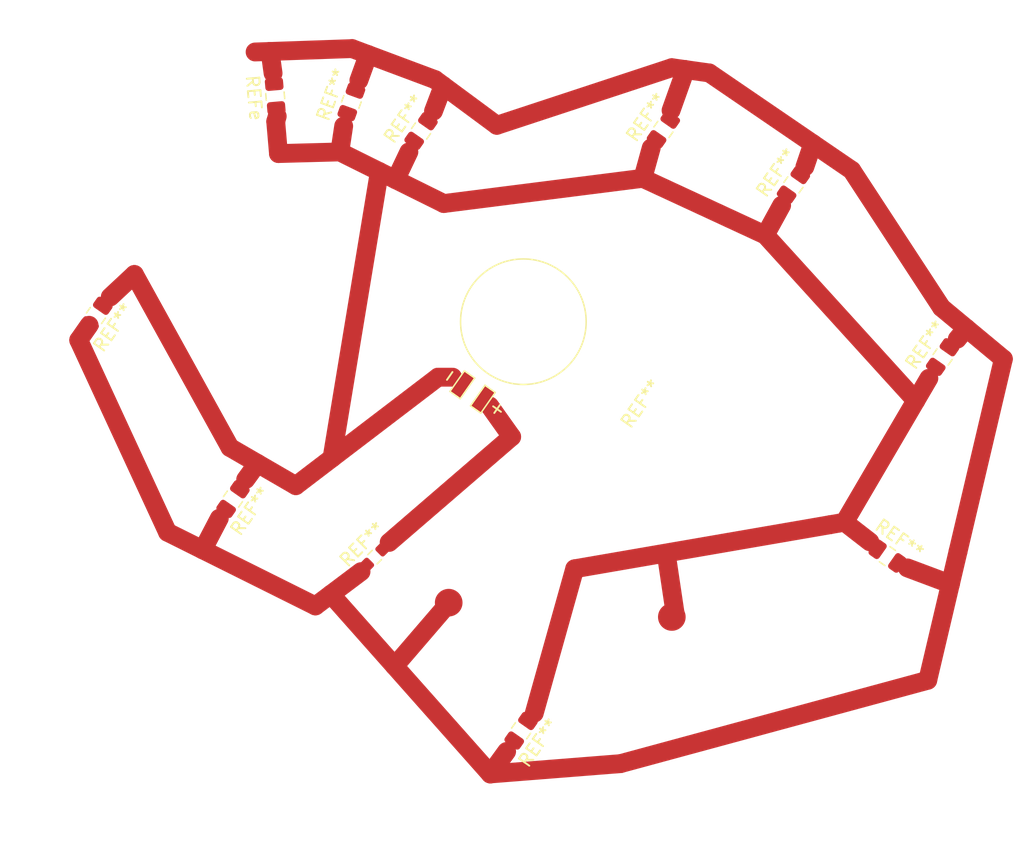
<source format=kicad_pcb>
(kicad_pcb (version 20211014) (generator pcbnew)

  (general
    (thickness 1.6)
  )

  (paper "A4")
  (layers
    (0 "F.Cu" signal)
    (31 "B.Cu" signal)
    (32 "B.Adhes" user "B.Adhesive")
    (33 "F.Adhes" user "F.Adhesive")
    (34 "B.Paste" user)
    (35 "F.Paste" user)
    (36 "B.SilkS" user "B.Silkscreen")
    (37 "F.SilkS" user "F.Silkscreen")
    (38 "B.Mask" user)
    (39 "F.Mask" user)
    (40 "Dwgs.User" user "User.Drawings")
    (41 "Cmts.User" user "User.Comments")
    (42 "Eco1.User" user "User.Eco1")
    (43 "Eco2.User" user "User.Eco2")
    (44 "Edge.Cuts" user)
    (45 "Margin" user)
    (46 "B.CrtYd" user "B.Courtyard")
    (47 "F.CrtYd" user "F.Courtyard")
    (48 "B.Fab" user)
    (49 "F.Fab" user)
    (50 "User.1" user)
    (51 "User.2" user)
    (52 "User.3" user)
    (53 "User.4" user)
    (54 "User.5" user)
    (55 "User.6" user)
    (56 "User.7" user)
    (57 "User.8" user)
    (58 "User.9" user)
  )

  (setup
    (stackup
      (layer "F.SilkS" (type "Top Silk Screen"))
      (layer "F.Paste" (type "Top Solder Paste"))
      (layer "F.Mask" (type "Top Solder Mask") (thickness 0.01))
      (layer "F.Cu" (type "copper") (thickness 0.035))
      (layer "dielectric 1" (type "core") (thickness 1.51) (material "FR4") (epsilon_r 4.5) (loss_tangent 0.02))
      (layer "B.Cu" (type "copper") (thickness 0.035))
      (layer "B.Mask" (type "Bottom Solder Mask") (thickness 0.01))
      (layer "B.Paste" (type "Bottom Solder Paste"))
      (layer "B.SilkS" (type "Bottom Silk Screen"))
      (copper_finish "None")
      (dielectric_constraints no)
    )
    (pad_to_mask_clearance 0)
    (pcbplotparams
      (layerselection 0x00010fc_ffffffff)
      (disableapertmacros false)
      (usegerberextensions false)
      (usegerberattributes true)
      (usegerberadvancedattributes true)
      (creategerberjobfile true)
      (svguseinch false)
      (svgprecision 6)
      (excludeedgelayer true)
      (plotframeref false)
      (viasonmask false)
      (mode 1)
      (useauxorigin false)
      (hpglpennumber 1)
      (hpglpenspeed 20)
      (hpglpendiameter 15.000000)
      (dxfpolygonmode true)
      (dxfimperialunits true)
      (dxfusepcbnewfont true)
      (psnegative false)
      (psa4output false)
      (plotreference true)
      (plotvalue true)
      (plotinvisibletext false)
      (sketchpadsonfab false)
      (subtractmaskfromsilk false)
      (outputformat 1)
      (mirror false)
      (drillshape 1)
      (scaleselection 1)
      (outputdirectory "")
    )
  )

  (net 0 "")

  (footprint "CustomBatteries:Battery_MS920-SE-FL27E" (layer "F.Cu") (at 152.289903 92.578406 55))

  (footprint "Capacitor_SMD:C_0805_2012Metric" (layer "F.Cu") (at 108.52 85.26 -125))

  (footprint "Capacitor_SMD:C_0805_2012Metric" (layer "F.Cu") (at 134.398194 70.564898 55))

  (footprint "Capacitor_SMD:C_0805_2012Metric" (layer "F.Cu") (at 142.36 118.33 -125))

  (footprint "Capacitor_SMD:C_0805_2012Metric" (layer "F.Cu") (at 119.43 99.88 -125))

  (footprint "Resistor_SMD:R_0603_1608Metric" (layer "F.Cu") (at 130.71 104.5 45))

  (footprint "Capacitor_SMD:C_0805_2012Metric" (layer "F.Cu") (at 122.79 67.78 95))

  (footprint "Capacitor_SMD:C_0805_2012Metric" (layer "F.Cu") (at 171.52 104.42 -35))

  (footprint "Capacitor_SMD:C_0805_2012Metric" (layer "F.Cu") (at 164.04 74.85 55))

  (footprint "Capacitor_SMD:C_0805_2012Metric" (layer "F.Cu") (at 153.69 70.44 55))

  (footprint "Capacitor_SMD:C_0805_2012Metric" (layer "F.Cu") (at 175.911806 88.565102 55))

  (footprint "Capacitor_SMD:C_0805_2012Metric" (layer "F.Cu") (at 128.852708 68.244919 70))

  (gr_circle (center 154.36 109.27) (end 155.36 109.27) (layer "F.Cu") (width 0.2) (fill solid) (tstamp 3723b8cb-6830-4176-80ca-e69499de6ffb))
  (gr_circle (center 136.6 108.13) (end 137.6 108.13) (layer "F.Cu") (width 0.2) (fill solid) (tstamp 7edb2f6a-57f3-4ee0-93d9-41dc3f261c4c))
  (gr_line (start 144.399162 127.72304) (end 145.198355 127.652498) (layer "Dwgs.User") (width 0.032) (tstamp 0023162f-a07e-408b-b318-1e8e9f305001))
  (gr_line (start 101.604729 83.881466) (end 101.503539 84.323968) (layer "Dwgs.User") (width 0.032) (tstamp 0041fa45-5fe1-41a7-84c3-9ed152d8ffa8))
  (gr_arc (start 173.121991 100.50762) (mid 173.173234 100.634188) (end 173.207287 100.766422) (layer "Dwgs.User") (width 0.032) (tstamp 004a02e4-0272-470d-a14e-2fe52fe82593))
  (gr_arc (start 153.00666 121.714417) (mid 152.828267 121.959807) (end 152.638478 122.196494) (layer "Dwgs.User") (width 0.032) (tstamp 004f1cac-5431-476d-8d12-f0d7e1d2971c))
  (gr_arc (start 174.435803 101.07262) (mid 174.515499 101.084431) (end 174.588345 101.118847) (layer "Dwgs.User") (width 0.032) (tstamp 005f7bba-a8a9-4e07-ad6d-de2e5146ff30))
  (gr_line (start 106.147678 91.145816) (end 106.870517 91.494998) (layer "Dwgs.User") (width 0.032) (tstamp 007d1aa0-0a35-4c79-bc8d-e834bd3664f0))
  (gr_arc (start 153.775397 99.47262) (mid 154.340089 100.032492) (end 154.83262 100.65679) (layer "Dwgs.User") (width 0.032) (tstamp 0088ccd1-e5dc-4cdb-b7f6-e7b2983dc5af))
  (gr_arc (start 167.432093 113.907384) (mid 167.529166 114.026049) (end 167.602021 114.160945) (layer "Dwgs.User") (width 0.032) (tstamp 00b32290-b6a3-4fed-82ff-3034599f39a3))
  (gr_arc (start 107.350259 98.854973) (mid 107.387245 98.781867) (end 107.444187 98.722959) (layer "Dwgs.User") (width 0.032) (tstamp 00cf998a-a93b-44fd-a69a-31879d451d5c))
  (gr_arc (start 118.513596 91.225271) (mid 118.585777 91.222848) (end 118.653991 91.24657) (layer "Dwgs.User") (width 0.032) (tstamp 00d35d35-a124-4754-a19e-a3136e64fbfa))
  (gr_line (start 124.540067 64.749631) (end 123.414675 64.884242) (layer "Dwgs.User") (width 0.032) (tstamp 00f08a0b-82b9-45e5-8519-9f3c6377cd02))
  (gr_arc (start 119.516312 92.09402) (mid 119.323086 91.908647) (end 119.144697 91.708956) (layer "Dwgs.User") (width 0.032) (tstamp 00f581e5-cd74-4331-848f-de2ca93f7f36))
  (gr_arc (start 153.671777 85.215705) (mid 152.862872 84.920627) (end 152.068385 84.58868) (layer "Dwgs.User") (width 0.032) (tstamp 011a5828-4c3c-4dde-9bdb-284a3f3c4a43))
  (gr_arc (start 170.161952 100.275412) (mid 170.793899 100.071487) (end 171.448316 99.958876) (layer "Dwgs.User") (width 0.032) (tstamp 01338850-e9ed-4272-b85d-8d56e9298864))
  (gr_arc (start 135.467847 122.620772) (mid 135.585485 122.497939) (end 135.743015 122.43382) (layer "Dwgs.User") (width 0.032) (tstamp 019410ec-340a-474b-a3cb-d3a780f307b4))
  (gr_arc (start 176.94729 101.528703) (mid 177.030786 101.613595) (end 177.103844 101.70762) (layer "Dwgs.User") (width 0.032) (tstamp 01a1e18e-1544-4b7c-930a-f0329542b117))
  (gr_line (start 138.93067 96.313247) (end 138.095217 98.797416) (layer "Dwgs.User") (width 0.032) (tstamp 01f18b55-48d6-4a40-88ea-e5978dc6c964))
  (gr_arc (start 146.065661 125.17262) (mid 146.102807 125.547892) (end 146.11703 125.92473) (layer "Dwgs.User") (width 0.032) (tstamp 021b2d69-a9cd-4da6-96cb-34c5471ab313))
  (gr_arc (start 109.488928 99.756919) (mid 109.411867 99.808836) (end 109.326807 99.846235) (layer "Dwgs.User") (width 0.032) (tstamp 021ed89a-ca5a-454a-8f0d-f9d80781599b))
  (gr_arc (start 120.241428 92.142988) (mid 120.158521 92.078295) (end 120.089654 91.998822) (layer "Dwgs.User") (width 0.032) (tstamp 023b8036-b37e-4e6b-b316-94c2bd8af4ab))
  (gr_arc (start 163.340074 88.08146) (mid 164.382489 88.688501) (end 165.368584 89.383299) (layer "Dwgs.User") (width 0.032) (tstamp 0243fc01-c89d-427f-ada0-c7b78b375c4b))
  (gr_arc (start 128.336854 87.345506) (mid 127.920992 87.795234) (end 127.473577 88.213584) (layer "Dwgs.User") (width 0.032) (tstamp 024aec87-418d-43e2-982b-d40b3ec576b4))
  (gr_arc (start 147.424737 127.17462) (mid 146.324486 127.473846) (end 145.198355 127.652498) (layer "Dwgs.User") (width 0.032) (tstamp 02565f97-cd17-42be-94e0-c07f1614224c))
  (gr_arc (start 119.394409 66.911998) (mid 119.450994 66.73042) (end 119.602612 66.615598) (layer "Dwgs.User") (width 0.032) (tstamp 025baa4e-9c0e-4171-ba18-c81707277562))
  (gr_arc (start 176.689977 101.518418) (mid 176.74133 101.484514) (end 176.801704 101.47262) (layer "Dwgs.User") (width 0.032) (tstamp 028ac1b4-e1ed-461b-997d-aadb6b1ef972))
  (gr_arc (start 110.628416 109.380755) (mid 110.487546 109.243832) (end 110.435803 109.05432) (layer "Dwgs.User") (width 0.032) (tstamp 02a911eb-13f8-468a-9e52-a59bcd594995))
  (gr_arc (start 148.614483 126.21641) (mid 148.572231 126.145679) (end 148.547797 126.066995) (layer "Dwgs.User") (width 0.032) (tstamp 02c9d8ea-754a-43f7-a713-860920f64b9c))
  (gr_arc (start 109.550278 103.154768) (mid 109.453319 103.322729) (end 109.297941 103.438789) (layer "Dwgs.User") (width 0.032) (tstamp 02d9daae-b6cd-4a84-8ffb-baec648fb565))
  (gr_line (start 154.360732 100.482525) (end 153.535803 99.4984) (layer "Dwgs.User") (width 0.032) (tstamp 02dfc196-d6a5-419a-a42c-6b68de976338))
  (gr_line (start 156.035803 77.181566) (end 156.680399 77.191992) (layer "Dwgs.User") (width 0.032) (tstamp 0311fc11-2032-440f-a4be-df1fd105e702))
  (gr_arc (start 132.589619 66.842544) (mid 133.85333 67.375841) (end 135.09157 67.965867) (layer "Dwgs.User") (width 0.032) (tstamp 03273d97-5274-435d-8d30-f6cf1379d2ec))
  (gr_arc (start 137.016423 124.511442) (mid 136.956275 124.408156) (end 136.910803 124.29762) (layer "Dwgs.User") (width 0.032) (tstamp 033022b3-11f9-419e-a78e-1c7d6e6cd45c))
  (gr_arc (start 137.837049 122.274636) (mid 137.886558 122.374956) (end 137.916202 122.482828) (layer "Dwgs.User") (width 0.032) (tstamp 033d1a03-0224-4be7-bf03-d823040c5124))
  (gr_arc (start 177.446896 104.862707) (mid 177.871914 105.461635) (end 178.224715 106.105751) (layer "Dwgs.User") (width 0.032) (tstamp 03493525-9e42-4edf-a568-7919892a473f))
  (gr_line (start 146.029876 117.830732) (end 146.002957 117.219728) (layer "Dwgs.User") (width 0.032) (tstamp 03697bdb-be93-4e64-898e-2a285d8a1b68))
  (gr_arc (start 117.099207 111.221022) (mid 117.034749 111.245001) (end 116.968227 111.227545) (layer "Dwgs.User") (width 0.032) (tstamp 0392df2f-b1af-48ff-aa24-2cc5cb8498b9))
  (gr_arc (start 143.818602 127.083291) (mid 143.812431 127.202655) (end 143.785867 127.31919) (layer "Dwgs.User") (width 0.032) (tstamp 03933f33-7fdb-43de-9d7d-a565cad8a277))
  (gr_arc (start 109.025422 95.643149) (mid 109.081632 95.624236) (end 109.133439 95.653103) (layer "Dwgs.User") (width 0.032) (tstamp 03a6503e-3bc6-4f20-910b-4b25d7b2c144))
  (gr_line (start 134.940933 118.608225) (end 134.925946 118.194708) (layer "Dwgs.User") (width 0.032) (tstamp 03b7ea59-04ff-4bfc-a26f-17e4b04b9d62))
  (gr_arc (start 168.731289 102.009086) (mid 168.730312 101.721679) (end 168.825815 101.450602) (layer "Dwgs.User") (width 0.032) (tstamp 03c52c21-9f81-4a19-9890-eb9cfb396402))
  (gr_line (start 153.149157 118.158763) (end 153.088158 116.786805) (layer "Dwgs.User") (width 0.032) (tstamp 03d91a1d-a585-47a4-99f9-06bc1c5af887))
  (gr_arc (start 171.935774 96.914714) (mid 171.11107 96.73181) (end 170.305785 96.476652) (layer "Dwgs.User") (width 0.032) (tstamp 03e75cc6-2d96-4d7f-9d3b-b64b049a6429))
  (gr_line (start 129.035803 92.983624) (end 130.235803 92.203229) (layer "Dwgs.User") (width 0.032) (tstamp 043a92e9-2d16-40ae-b42e-46779d032e3f))
  (gr_arc (start 145.383562 78.536828) (mid 146.059522 79.152265) (end 146.701945 79.802632) (layer "Dwgs.User") (width 0.032) (tstamp 046b86e4-3f99-4b1b-8afc-2b7655e8b091))
  (gr_arc (start 114.251435 94.069304) (mid 114.601499 93.807878) (end 114.973055 93.578022) (layer "Dwgs.User") (width 0.032) (tstamp 0487eaf1-aed4-43c8-b413-58a751ee6704))
  (gr_arc (start 156.451446 80.063534) (mid 157.253079 79.956633) (end 158.061785 79.962785) (layer "Dwgs.User") (width 0.032) (tstamp 04d40121-7041-4649-b08c-38ac599b43db))
  (gr_arc (start 107.010491 99.561445) (mid 107.097378 99.594117) (end 107.179329 99.637717) (layer "Dwgs.User") (width 0.032) (tstamp 04e7ba59-3bd7-4a62-a1c4-ba759fe84e42))
  (gr_arc (start 124.98611 95.224491) (mid 125.029965 95.050913) (end 125.129135 94.901856) (layer "Dwgs.User") (width 0.032) (tstamp 04fe14c7-e597-4a14-9df2-5fe5f4ec0435))
  (gr_line (start 109.036116 107.245281) (end 109.572433 107.865027) (layer "Dwgs.User") (width 0.032) (tstamp 0520d68c-bdec-4d10-8756-c63de315da38))
  (gr_arc (start 152.641507 120.712013) (mid 152.679761 120.760738) (end 152.694763 120.820842) (layer "Dwgs.User") (width 0.032) (tstamp 0532a8d5-8c20-4738-8798-6e073ed5a8f0))
  (gr_arc (start 176.263137 103.577843) (mid 176.877276 104.199767) (end 177.446896 104.862707) (layer "Dwgs.User") (width 0.032) (tstamp 053c8083-a9af-4404-9cbb-5f2f2c004e29))
  (gr_arc (start 129.820204 85.865882) (mid 129.291906 86.73036) (end 128.675753 87.534585) (layer "Dwgs.User") (width 0.032) (tstamp 0570787e-1121-4a9a-8547-f68706a7ba87))
  (gr_arc (start 179.072581 105.934462) (mid 178.889729 105.773404) (end 178.714901 105.603669) (layer "Dwgs.User") (width 0.032) (tstamp 0574e075-2594-4438-bbc0-8c8fc583653d))
  (gr_line (start 150.677427 83.055509) (end 151.595242 83.829673) (layer "Dwgs.User") (width 0.032) (tstamp 058f45a1-dd8e-4168-b397-fb3e1bc2348f))
  (gr_arc (start 106.629663 101.945427) (mid 106.665287 101.921029) (end 106.707321 101.911156) (layer "Dwgs.User") (width 0.032) (tstamp 059050bd-8528-4253-99a9-2b538d18cf46))
  (gr_arc (start 138.707869 114.090798) (mid 138.737503 113.941466) (end 138.787826 113.79778) (layer "Dwgs.User") (width 0.032) (tstamp 05948aca-5f7e-4444-bc98-26836b70ffa7))
  (gr_line (start 119.717991 96.409344) (end 118.655152 96.838757) (layer "Dwgs.User") (width 0.032) (tstamp 05c77619-1ce3-4723-b67e-0d019cbf4a4c))
  (gr_arc (start 110.663699 95.849469) (mid 110.514965 95.959165) (end 110.354674 96.051152) (layer "Dwgs.User") (width 0.032) (tstamp 05fcc646-19bb-458a-9647-ad4fbbd2ae77))
  (gr_line (start 106.780199 102.949212) (end 106.977406 103.468866) (layer "Dwgs.User") (width 0.032) (tstamp 060e7195-8501-4e09-8c43-1c823c24812a))
  (gr_line (start 143.675887 97.856491) (end 143.414193 98.514469) (layer "Dwgs.User") (width 0.032) (tstamp 06114002-5a85-4c69-99bb-78375bc85542))
  (gr_arc (start 113.091357 108.944287) (mid 113.034691 108.958432) (end 112.976333 108.956076) (layer "Dwgs.User") (width 0.032) (tstamp 06238c72-f351-48ec-8a71-67d629a9b0b4))
  (gr_line (start 175.810267 101.149673) (end 176.00492 101.436346) (layer "Dwgs.User") (width 0.032) (tstamp 06279e58-47a9-4b33-bb57-83d7a618b3cc))
  (gr_arc (start 169.426251 102.384988) (mid 169.466978 102.442033) (end 169.483742 102.51009) (layer "Dwgs.User") (width 0.032) (tstamp 064b9ab8-0beb-4dbf-ade3-e5bc4486b94b))
  (gr_arc (start 137.392632 102.875933) (mid 137.330759 102.521755) (end 137.316363 102.162501) (layer "Dwgs.User") (width 0.032) (tstamp 0661954e-f25b-4f99-a409-ca063613e2b5))
  (gr_arc (start 107.98614 91.619502) (mid 108.071287 91.674209) (end 108.141876 91.746736) (layer "Dwgs.User") (width 0.032) (tstamp 06c3c04c-6c4b-4c5d-8552-dca1efe1a3db))
  (gr_arc (start 110.435803 108.223642) (mid 110.466329 108.08286) (end 110.552424 107.967366) (layer "Dwgs.User") (width 0.032) (tstamp 06c6c6b8-7c26-43d3-afcb-b56a6ccb6f4d))
  (gr_arc (start 107.694018 101.499676) (mid 107.786878 101.532086) (end 107.873257 101.57912) (layer "Dwgs.User") (width 0.032) (tstamp 06fcb724-535c-414c-9bd9-2c4253d1061a))
  (gr_arc (start 122.772951 89.793898) (mid 121.414418 89.481641) (end 120.164874 88.863777) (layer "Dwgs.User") (width 0.032) (tstamp 0737a056-888e-4abf-8e90-747fcb02ac5b))
  (gr_arc (start 117.466321 98.894276) (mid 117.80435 98.431455) (end 118.191101 98.008501) (layer "Dwgs.User") (width 0.032) (tstamp 0753a923-93bf-488d-8302-90672e56c3a6))
  (gr_arc (start 151.455092 79.444786) (mid 152.221065 78.484708) (end 153.109118 77.636281) (layer "Dwgs.User") (width 0.032) (tstamp 076e6292-e03c-4264-8e1a-38fc388ff7ba))
  (gr_arc (start 135.245435 116.554343) (mid 135.247773 116.323322) (end 135.289914 116.096165) (layer "Dwgs.User") (width 0.032) (tstamp 07756cb7-21df-421d-ad3f-fe92ab64ed3b))
  (gr_arc (start 171.852619 100.44887) (mid 171.929987 100.539577) (end 171.988109 100.643671) (layer "Dwgs.User") (width 0.032) (tstamp 07eaf204-1b64-40e2-ac14-6483777f6f08))
  (gr_arc (start 149.796477 123.20093) (mid 149.818651 123.1167) (end 149.856917 123.038456) (layer "Dwgs.User") (width 0.032) (tstamp 082217f1-4379-4503-b728-55106d6bf1c7))
  (gr_arc (start 108.20428 83.143349) (mid 108.366375 83.195375) (end 108.435803 83.350814) (layer "Dwgs.User") (width 0.032) (tstamp 08402209-d3fd-42d4-8065-6a77e812c43c))
  (gr_arc (start 111.224225 94.81648) (mid 111.160219 95.110871) (end 111.042289 95.388098) (layer "Dwgs.User") (width 0.032) (tstamp 084f3920-ec06-49e3-a9ee-bf3aa2d0a318))
  (gr_arc (start 165.012093 76.165727) (mid 164.712479 76.39866) (end 164.366497 76.554618) (layer "Dwgs.User") (width 0.032) (tstamp 08732a30-5b7f-491c-9f7e-c143a39ece72))
  (gr_arc (start 143.698433 125.717881) (mid 143.745359 125.624714) (end 143.797606 125.534423) (layer "Dwgs.User") (width 0.032) (tstamp 08a3676a-a023-48ec-ba8b-baec3d88899a))
  (gr_line (start 156.492278 70.016284) (end 156.214707 69.552919) (layer "Dwgs.User") (width 0.032) (tstamp 08f043dd-bcf7-4acd-8635-32f5deb1da95))
  (gr_line (start 135.855631 120.168169) (end 135.803819 120.489561) (layer "Dwgs.User") (width 0.032) (tstamp 08f0a69d-2047-4f15-9147-57cc2889ba57))
  (gr_line (start 156.52592 77.40888) (end 156.035803 77.426419) (layer "Dwgs.User") (width 0.032) (tstamp 08fac9fb-bd01-4e29-bb0a-a4ebc41404d7))
  (gr_arc (start 110.346971 92.08734) (mid 110.059735 92.073538) (end 109.77681 92.022071) (layer "Dwgs.User") (width 0.032) (tstamp 09039133-a4cd-4c87-ad15-e7527470ab7c))
  (gr_line (start 140.96719 70.79449) (end 140.391782 70.255266) (layer "Dwgs.User") (width 0.032) (tstamp 0915a960-c1d1-4819-9c53-aeb8cd5149bf))
  (gr_arc (start 118.620497 111.358905) (mid 118.52911 111.439008) (end 118.417551 111.487204) (layer "Dwgs.User") (width 0.032) (tstamp 0916deba-2579-44ce-bcc0-0c56d78c5bd3))
  (gr_arc (start 131.325647 96.88716) (mid 130.917875 97.773557) (end 130.453716 98.631772) (layer "Dwgs.User") (width 0.032) (tstamp 09298748-d31e-4599-986f-caa3b45b4a82))
  (gr_arc (start 138.296793 77.344963) (mid 138.232112 77.37195) (end 138.167157 77.34563) (layer "Dwgs.User") (width 0.032) (tstamp 09578cae-3e9a-4372-a934-d377a0227b7c))
  (gr_arc (start 114.412334 70.184712) (mid 115.025204 69.216968) (end 115.760337 68.338492) (layer "Dwgs.User") (width 0.032) (tstamp 0971e15a-5aee-4a87-83db-9158094b4670))
  (gr_arc (start 109.828758 87.000278) (mid 109.323735 87.208204) (end 108.793562 87.339341) (layer "Dwgs.User") (width 0.032) (tstamp 0981ece1-5660-457e-bc8c-8f63dcc9f536))
  (gr_arc (start 113.815651 94.458576) (mid 114.029268 94.259154) (end 114.251435 94.069304) (layer "Dwgs.User") (width 0.032) (tstamp 0985b497-b03a-4484-9da9-bc0206e0cfbd))
  (gr_arc (start 150.779781 124.704339) (mid 150.670351 124.873593) (end 150.528935 125.017201) (layer "Dwgs.User") (width 0.032) (tstamp 098660ff-f93c-4ccb-8579-57628aa895a7))
  (gr_arc (start 162.465854 107.661483) (mid 162.099466 106.173901) (end 161.814044 104.668686) (layer "Dwgs.User") (width 0.032) (tstamp 09cf0645-d8e1-425c-a1b1-50dc308b5fe2))
  (gr_arc (start 136.319605 123.752134) (mid 136.236473 123.752947) (end 136.160027 123.720275) (layer "Dwgs.User") (width 0.032) (tstamp 09f1068c-65c4-4548-86dc-26e5a88a3923))
  (gr_arc (start 120.865643 91.679517) (mid 120.749136 91.654255) (end 120.635803 91.61727) (layer "Dwgs.User") (width 0.032) (tstamp 09f6b727-b73b-4591-a484-7c0de0a910bf))
  (gr_line (start 144.925989 104.329594) (end 147.394834 107.026108) (layer "Dwgs.User") (width 0.032) (tstamp 0a098971-8170-4313-af7d-cc4b35a48563))
  (gr_arc (start 175.984172 100.64628) (mid 176.953535 101.246114) (end 177.81139 101.996814) (layer "Dwgs.User") (width 0.032) (tstamp 0a152b35-cee2-4ae5-98f7-8023305fb425))
  (gr_arc (start 135.138845 122.971234) (mid 134.806609 122.3391) (end 134.605875 121.653768) (layer "Dwgs.User") (width 0.032) (tstamp 0a21e7d0-6c69-4634-b2b6-f0d0223d8049))
  (gr_arc (start 138.627831 123.885518) (mid 138.559333 123.973215) (end 138.473414 124.04393) (layer "Dwgs.User") (width 0.032) (tstamp 0a2fc805-5bca-434a-b0c2-d0d22d640cec))
  (gr_arc (start 168.97307 103.913311) (mid 169.047122 103.965326) (end 169.102074 104.037226) (layer "Dwgs.User") (width 0.032) (tstamp 0a607643-7cbe-40aa-8963-65165d337d58))
  (gr_arc (start 168.825815 101.450602) (mid 169.079382 101.075772) (end 169.392692 100.749228) (layer "Dwgs.User") (width 0.032) (tstamp 0a7ad466-7b8b-4d6b-93ef-3281d9e54a91))
  (gr_arc (start 150.431465 78.563371) (mid 150.108886 79.280432) (end 149.668375 79.931726) (layer "Dwgs.User") (width 0.032) (tstamp 0a8e5772-4e87-4c0e-ac55-8093e1186174))
  (gr_arc (start 176.681791 102.517245) (mid 176.633857 102.632513) (end 176.568023 102.738579) (layer "Dwgs.User") (width 0.032) (tstamp 0aa4d9f2-137f-407a-ab80-92e4471b52a7))
  (gr_arc (start 112.487513 91.44624) (mid 112.0946 91.634417) (end 111.692741 91.802645) (layer "Dwgs.User") (width 0.032) (tstamp 0abebbfd-5438-41bc-8a59-6ad99b886f3c))
  (gr_arc (start 135.746229 117.02999) (mid 135.672528 117.061764) (end 135.593007 117.07262) (layer "Dwgs.User") (width 0.032) (tstamp 0ada491f-7b3a-4275-b2ca-22fca6089023))
  (gr_arc (start 158.487886 109.722787) (mid 157.868499 108.185112) (end 157.387655 106.598647) (layer "Dwgs.User") (width 0.032) (tstamp 0ae20a84-6157-4c53-abb1-49e9a43fddea))
  (gr_arc (start 175.983427 96.616192) (mid 174.831167 96.953357) (end 173.635803 97.065102) (layer "Dwgs.User") (width 0.032) (tstamp 0ae82e1e-e87b-4074-a3ac-4ce032970e6f))
  (gr_line (start 111.451481 105.398542) (end 111.14492 104.401521) (layer "Dwgs.User") (width 0.032) (tstamp 0b162d56-8837-4b25-b63b-7afb1e11cdfe))
  (gr_arc (start 109.390187 104.456057) (mid 109.453394 104.373424) (end 109.542609 104.319908) (layer "Dwgs.User") (width 0.032) (tstamp 0b317484-bea6-4522-85a3-ab674bc3f514))
  (gr_arc (start 128.675753 87.534585) (mid 127.937025 88.319935) (end 127.125763 89.03011) (layer "Dwgs.User") (width 0.032) (tstamp 0b3d4208-4257-4a45-bf45-0ac0b66edc08))
  (gr_arc (start 178.992954 104.83762) (mid 178.965585 104.927507) (end 178.919885 105.009606) (layer "Dwgs.User") (width 0.032) (tstamp 0b47a2df-49cd-4668-b0c4-1fbc36b963fe))
  (gr_arc (start 173.43089 89.654394) (mid 173.228432 89.500093) (end 173.095206 89.283184) (layer "Dwgs.User") (width 0.032) (tstamp 0b71d1a0-f7f1-4898-a4ea-edf5332f8ca7))
  (gr_arc (start 110.698036 95.200259) (mid 110.710646 95.243672) (end 110.701346 95.287912) (layer "Dwgs.User") (width 0.032) (tstamp 0b739a5d-c787-4f6f-8edd-9626528c59c7))
  (gr_arc (start 162.579567 75.638378) (mid 162.479097 75.239647) (end 162.464495 74.828713) (layer "Dwgs.User") (width 0.032) (tstamp 0b7445ea-e103-4e5b-9a00-dd53e991655e))
  (gr_arc (start 159.786203 87.87262) (mid 160.189942 87.917921) (end 160.573601 88.051573) (layer "Dwgs.User") (width 0.032) (tstamp 0b9dfbfe-1e19-4396-b6a1-78bceb1cec64))
  (gr_arc (start 134.990903 118.964736) (mid 134.960206 118.787281) (end 134.940933 118.608225) (layer "Dwgs.User") (width 0.032) (tstamp 0bc45e0a-f3b4-457e-8294-593a75a7697d))
  (gr_arc (start 103.206878 84.380039) (mid 103.585861 83.382186) (end 104.155423 82.479447) (layer "Dwgs.User") (width 0.032) (tstamp 0be455d7-9219-470e-8eb0-7925a3f97f66))
  (gr_arc (start 139.320753 114.794232) (mid 139.216267 114.875423) (end 139.084147 114.868088) (layer "Dwgs.User") (width 0.032) (tstamp 0be47f5e-8728-4813-9da5-3e9b67d971d3))
  (gr_arc (start 118.309274 86.89014) (mid 117.811991 85.659314) (end 117.648524 84.34193) (layer "Dwgs.User") (width 0.032) (tstamp 0be98f3e-b1de-48aa-bf2f-b705e6291adc))
  (gr_arc (start 141.785031 125.261667) (mid 141.776045 125.208848) (end 141.805318 125.163974) (layer "Dwgs.User") (width 0.032) (tstamp 0c100e24-d6e9-4165-9e6a-35608d735eda))
  (gr_arc (start 151.598587 121.808067) (mid 151.75445 122.102466) (end 151.757542 122.435564) (layer "Dwgs.User") (width 0.032) (tstamp 0c23fd3c-8e92-44f9-9905-f0d6b673c1e2))
  (gr_arc (start 111.439581 85.561212) (mid 111.191403 85.988249) (end 110.847958 86.343211) (layer "Dwgs.User") (width 0.032) (tstamp 0c26e243-b790-4705-9f55-8a867324ed12))
  (gr_arc (start 110.150857 107.430904) (mid 110.023439 107.462124) (end 109.892672 107.47262) (layer "Dwgs.User") (width 0.032) (tstamp 0c32414a-c8c9-4d57-bcbb-7a32976a7918))
  (gr_arc (start 169.102074 104.037226) (mid 169.136834 104.12847) (end 169.145865 104.225693) (layer "Dwgs.User") (width 0.032) (tstamp 0c3504f3-b1ac-4d16-89e8-22bd078339b8))
  (gr_arc (start 144.823082 95.77262) (mid 144.811191 95.856091) (end 144.783094 95.935585) (layer "Dwgs.User") (width 0.032) (tstamp 0c41cb6f-83dc-452c-b495-5f328fbcf846))
  (gr_line (start 149.516332 82.996458) (end 148.879659 81.947712) (layer "Dwgs.User") (width 0.032) (tstamp 0c45290b-d76f-4c88-a4f6-10a6b4367d24))
  (gr_arc (start 121.381696 93.469942) (mid 122.156159 94.030847) (end 122.820765 94.718382) (layer "Dwgs.User") (width 0.032) (tstamp 0c7c929d-fc42-48df-9f41-c33294038cd9))
  (gr_arc (start 103.482934 89.965286) (mid 103.300603 89.726655) (end 103.235803 89.433414) (layer "Dwgs.User") (width 0.032) (tstamp 0c9b9dd2-dc58-4681-9b25-b9c3d020fbdc))
  (gr_arc (start 135.541048 118.86717) (mid 135.479593 118.973664) (end 135.400566 119.067857) (layer "Dwgs.User") (width 0.032) (tstamp 0ccdb2ff-af2a-433c-990e-e25fac040a27))
  (gr_line (start 151.455092 79.444786) (end 150.9832 80.068107) (layer "Dwgs.User") (width 0.032) (tstamp 0ccea004-159c-4140-b5bd-f9753bf6d9f0))
  (gr_arc (start 120.940981 103.254927) (mid 119.88784 103.31193) (end 118.851852 103.114237) (layer "Dwgs.User") (width 0.032) (tstamp 0cd092e2-e586-499d-af3f-ce1e4b9a9737))
  (gr_arc (start 171.677679 94.893576) (mid 172.061518 95.089694) (end 172.435803 95.30348) (layer "Dwgs.User") (width 0.032) (tstamp 0ced490d-b00d-4eec-b798-e38b7015cec5))
  (gr_arc (start 178.994403 89.551565) (mid 179.107125 89.822636) (end 179.206411 90.098911) (layer "Dwgs.User") (width 0.032) (tstamp 0d4445c7-8a0d-46b0-93c7-7c5dd998756e))
  (gr_arc (start 137.105695 115.748961) (mid 137.220808 115.663131) (end 137.355629 115.613723) (layer "Dwgs.User") (width 0.032) (tstamp 0d7ea15c-2362-4fab-90f8-243454047248))
  (gr_arc (start 170.993822 100.522837) (mid 171.006837 100.452088) (end 171.045007 100.391114) (layer "Dwgs.User") (width 0.032) (tstamp 0d86b945-64e9-4651-9ea5-c62eab42eae7))
  (gr_line (start 137.660222 76.661931) (end 137.378862 76.122142) (layer "Dwgs.User") (width 0.032) (tstamp 0d9efdde-06ea-47a2-bdf8-78af3ad3ce57))
  (gr_arc (start 172.885732 105.759349) (mid 172.655079 105.926901) (end 172.404233 106.062364) (layer "Dwgs.User") (width 0.032) (tstamp 0da1fa1b-42c1-4d2b-a998-dadd3810d15b))
  (gr_arc (start 109.133439 95.653103) (mid 109.16634 95.724546) (end 109.166559 95.8032) (layer "Dwgs.User") (width 0.032) (tstamp 0da5400b-a1bf-449b-b183-0fcf28aff5c0))
  (gr_arc (start 112.487513 91.44624) (mid 112.873365 91.264599) (end 113.269971 91.107822) (layer "Dwgs.User") (width 0.032) (tstamp 0dc2cd70-6de8-45e8-a340-01c8679e5b63))
  (gr_arc (start 112.921495 108.904044) (mid 112.916566 108.85289) (end 112.925892 108.802352) (layer "Dwgs.User") (width 0.032) (tstamp 0e463808-51a8-4fe7-a3dd-e5cba2e81679))
  (gr_line (start 170.853901 114.335156) (end 168.635803 114.597692) (layer "Dwgs.User") (width 0.032) (tstamp 0e5c956a-0664-4fcf-9bb1-1eae993c2225))
  (gr_line (start 112.535803 104.956105) (end 112.190131 104.66039) (layer "Dwgs.User") (width 0.032) (tstamp 0e789aa1-5390-4379-aa6a-585bf85c70b3))
  (gr_arc (start 135.258463 120.344958) (mid 135.400055 120.171014) (end 135.563457 120.017378) (layer "Dwgs.User") (width 0.032) (tstamp 0e8dd633-3dec-4dce-9bdb-5d167ff90b26))
  (gr_arc (start 147.875626 126.03216) (mid 147.925604 126.273312) (end 147.896181 126.517825) (layer "Dwgs.User") (width 0.032) (tstamp 0ee362d6-46b8-4315-b742-5f777d4f9d69))
  (gr_arc (start 110.257434 104.500221) (mid 110.336015 104.622711) (end 110.390235 104.757762) (layer "Dwgs.User") (width 0.032) (tstamp 0f16f15c-d889-430d-bdc7-8ae1f82b9520))
  (gr_line (start 137.779649 75.595441) (end 138.0482 76.195373) (layer "Dwgs.User") (width 0.032) (tstamp 0f39e560-9336-4a48-a641-fec45e29a92d))
  (gr_arc (start 162.464495 74.828713) (mid 162.537569 74.39646) (end 162.692871 73.986504) (layer "Dwgs.User") (width 0.032) (tstamp 0f5e332d-aeaa-4ead-958c-993a39728c19))
  (gr_line (start 166.973477 113.507536) (end 166.295834 113.029264) (layer "Dwgs.User") (width 0.032) (tstamp 0fa0e183-23fd-4787-b228-f9207d787009))
  (gr_arc (start 140.822865 126.82576) (mid 140.807421 126.891641) (end 140.783987 126.95512) (layer "Dwgs.User") (width 0.032) (tstamp 0fe9e525-e3a8-46cc-800f-899dfab6f8e4))
  (gr_arc (start 173.788458 101.842083) (mid 173.713643 101.864911) (end 173.635803 101.87262) (layer "Dwgs.User") (width 0.032) (tstamp 10114497-f494-407b-abed-85fabc05bbd8))
  (gr_arc (start 115.635803 91.080241) (mid 115.615532 91.160328) (end 115.559602 91.221127) (layer "Dwgs.User") (width 0.032) (tstamp 10356099-7b8d-4914-a3cc-f6f01f45e7f8))
  (gr_arc (start 134.151214 90.363751) (mid 134.284622 89.971826) (end 134.486785 89.610532) (layer "Dwgs.User") (width 0.032) (tstamp 10466cba-b45a-4266-a3b7-e58a54c85068))
  (gr_arc (start 117.159704 111.741312) (mid 116.898988 111.75424) (end 116.638007 111.748879) (layer "Dwgs.User") (width 0.032) (tstamp 1088c273-6236-415b-85a3-3a7f49436fe6))
  (gr_arc (start 115.494437 110.425245) (mid 115.495083 110.491992) (end 115.473392 110.55512) (layer "Dwgs.User") (width 0.032) (tstamp 1095e07d-8c1c-40df-abaa-9cd930a13e62))
  (gr_arc (start 170.346047 106.508993) (mid 170.264011 106.503088) (end 170.187897 106.471922) (layer "Dwgs.User") (width 0.032) (tstamp 10d0e8f3-fddb-4eac-917f-4364013d5539))
  (gr_arc (start 169.053583 106.292266) (mid 168.90778 106.109435) (end 168.785856 105.909885) (layer "Dwgs.User") (width 0.032) (tstamp 11250ad8-3722-467e-b9c0-3f871702e38b))
  (gr_arc (start 137.530072 122.001607) (mid 137.607408 122.013566) (end 137.671993 122.057754) (layer "Dwgs.User") (width 0.032) (tstamp 114173d4-7413-449e-a4bf-f5b2e91f1f4e))
  (gr_arc (start 144.375471 99.223176) (mid 144.488928 99.041714) (end 144.613934 98.868006) (layer "Dwgs.User") (width 0.032) (tstamp 1159df6c-6629-41f1-a8b5-e0c16ac2435d))
  (gr_arc (start 136.888944 122.588493) (mid 136.81084 122.544668) (end 136.755565 122.474201) (layer "Dwgs.User") (width 0.032) (tstamp 11b01bb4-39ea-409f-925f-51bc6ae57194))
  (gr_arc (start 168.710838 103.710707) (mid 168.912219 103.516946) (end 169.136759 103.350575) (layer "Dwgs.User") (width 0.032) (tstamp 11e5ad7c-b3cd-4d0a-b629-21b4d9115b6f))
  (gr_arc (start 108.529274 102.042366) (mid 108.399595 102.045175) (end 108.270803 102.029771) (layer "Dwgs.User") (width 0.032) (tstamp 1200673d-b2ca-414e-bac3-885bbdf7d3d1))
  (gr_arc (start 173.095206 89.283184) (mid 173.03885 88.931507) (end 173.129075 88.586961) (layer "Dwgs.User") (width 0.032) (tstamp 120c613d-4c12-4293-ae3a-6a512771985f))
  (gr_arc (start 135.840207 123.476275) (mid 135.728978 123.37381) (end 135.628915 123.260415) (layer "Dwgs.User") (width 0.032) (tstamp 12290910-e1c4-4f12-a089-9b99be24c1fc))
  (gr_arc (start 143.842491 126.318826) (mid 143.914283 126.284432) (end 143.993007 126.27262) (layer "Dwgs.User") (width 0.032) (tstamp 12368119-64a6-4e2c-9075-8eb76c0372b6))
  (gr_arc (start 113.080636 109.725985) (mid 113.111798 109.612609) (end 113.172179 109.511716) (layer "Dwgs.User") (width 0.032) (tstamp 125b7ac6-58f8-4648-989a-7cb26078849e))
  (gr_arc (start 167.940254 77.974853) (mid 167.799487 78.284916) (end 167.634124 78.58259) (layer "Dwgs.User") (width 0.032) (tstamp 1290b743-65ab-4980-b135-236ff3e100b0))
  (gr_arc (start 144.144391 120.670386) (mid 143.774648 121.025644) (end 143.329481 121.280092) (layer "Dwgs.User") (width 0.032) (tstamp 129eaff2-2269-463c-b45a-6ec00be62569))
  (gr_arc (start 120.089654 91.998822) (mid 120.049591 91.918509) (end 120.035803 91.829824) (layer "Dwgs.User") (width 0.032) (tstamp 12b6afa4-4d3a-430e-8416-f3d60b11b644))
  (gr_line (start 149.649642 124.343374) (end 149.766812 124.723878) (layer "Dwgs.User") (width 0.032) (tstamp 12e3318b-d723-448e-80f4-0a2add1fb722))
  (gr_arc (start 115.883159 90.703767) (mid 115.957908 90.680486) (end 116.035803 90.67262) (layer "Dwgs.User") (width 0.032) (tstamp 131f59d7-81d1-463c-9746-94c7e6ca44ed))
  (gr_arc (start 174.592711 87.270999) (mid 175.065958 87.122726) (end 175.559351 87.07262) (layer "Dwgs.User") (width 0.032) (tstamp 1336502c-11bd-4ec2-9aca-20ce8fd7c351))
  (gr_arc (start 109.404139 105.900792) (mid 109.34783 105.986076) (end 109.269543 106.051767) (layer "Dwgs.User") (width 0.032) (tstamp 134395e2-84d1-4645-bc7d-3923edecc4e8))
  (gr_arc (start 144.610067 95.488375) (mid 144.767288 95.592492) (end 144.823082 95.77262) (layer "Dwgs.User") (width 0.032) (tstamp 135a6c8a-2949-492b-8b0c-e79a8b7843c6))
  (gr_arc (start 109.865132 106.311972) (mid 109.828469 106.192971) (end 109.814633 106.069221) (layer "Dwgs.User") (width 0.032) (tstamp 137a7213-3484-4517-87fb-445aeea88cde))
  (gr_arc (start 157.971039 94.626747) (mid 158.918856 96.090674) (end 159.740348 97.629046) (layer "Dwgs.User") (width 0.032) (tstamp 139845db-428c-441f-ab00-21d347aa3d8b))
  (gr_arc (start 157.878798 92.086768) (mid 158.323175 91.770817) (end 158.846672 91.618349) (layer "Dwgs.User") (width 0.032) (tstamp 13c15b23-49c6-473a-a640-272df9fa9b60))
  (gr_arc (start 144.562539 127.255215) (mid 144.542644 127.154274) (end 144.538884 127.05146) (layer "Dwgs.User") (width 0.032) (tstamp 13d4c319-ab75-45ee-abd0-9905926eea1b))
  (gr_arc (start 166.912746 116.622898) (mid 165.838598 116.365355) (end 164.812679 115.955948) (layer "Dwgs.User") (width 0.032) (tstamp 13dfcd3b-0f2c-4213-9f4e-8f701fa294b3))
  (gr_arc (start 108.429278 105.668588) (mid 108.355157 105.611164) (end 108.294717 105.539481) (layer "Dwgs.User") (width 0.032) (tstamp 1407bcdb-092b-40e2-b543-e87309754b16))
  (gr_arc (start 119.476249 82.428558) (mid 119.635694 82.220764) (end 119.831565 82.04688) (layer "Dwgs.User") (width 0.032) (tstamp 1437ba0b-0053-41eb-bc61-cbccf6279fc9))
  (gr_arc (start 138.007405 113.552287) (mid 138.113503 113.401347) (end 138.254105 113.281888) (layer "Dwgs.User") (width 0.032) (tstamp 1462d938-5411-4e22-aa72-27d46121d151))
  (gr_line (start 172.435803 95.644348) (end 172.025087 95.518089) (layer "Dwgs.User") (width 0.032) (tstamp 149c923d-6bfb-4443-928c-8ce70b045d32))
  (gr_arc (start 117.430209 78.525692) (mid 117.000453 78.328824) (end 116.605296 78.069405) (layer "Dwgs.User") (width 0.032) (tstamp 14c9c5e0-cf46-42b2-82a4-1fc9dad67ea0))
  (gr_arc (start 137.866208 113.991567) (mid 137.917566 113.765743) (end 138.007405 113.552287) (layer "Dwgs.User") (width 0.032) (tstamp 1570b0f6-328f-4290-9f08-3204085531b2))
  (gr_arc (start 137.403297 101.28276) (mid 137.513921 100.731965) (end 137.654784 100.188117) (layer "Dwgs.User") (width 0.032) (tstamp 158550de-1466-4574-adf7-871a4f192a4e))
  (gr_arc (start 136.880426 124.104494) (mid 136.895166 124.033119) (end 136.935803 123.97262) (layer "Dwgs.User") (width 0.032) (tstamp 15ce1418-55b0-4ffc-8756-eed419e71700))
  (gr_arc (start 148.86788 121.541438) (mid 148.406557 122.228632) (end 147.872616 122.861058) (layer "Dwgs.User") (width 0.032) (tstamp 15f50029-307a-4d8a-9c26-89866c277ac0))
  (gr_arc (start 119.874658 106.96062) (mid 117.878495 107.093417) (end 115.90053 106.79349) (layer "Dwgs.User") (width 0.032) (tstamp 15f9ce5c-444b-4b49-9e20-44109e09dae0))
  (gr_arc (start 140.235803 126.67262) (mid 140.198189 126.598785) (end 140.173198 126.51978) (layer "Dwgs.User") (width 0.032) (tstamp 16165d61-b1b6-457b-9112-2a44bf6cf509))
  (gr_arc (start 177.080543 87.460945) (mid 177.27684 87.570794) (end 177.459351 87.702283) (layer "Dwgs.User") (width 0.032) (tstamp 163963d5-9627-43e4-ac5c-e10ad7299143))
  (gr_arc (start 141.063874 124.780136) (mid 141.082741 124.931647) (end 141.033591 125.0762) (layer "Dwgs.User") (width 0.032) (tstamp 1649514f-be2c-4397-84a3-b203c4176700))
  (gr_arc (start 135.880334 119.878745) (mid 135.89139 119.88247) (end 135.895091 119.893534) (layer "Dwgs.User") (width 0.032) (tstamp 1669bc16-1636-4fde-a4cb-95c6656af335))
  (gr_arc (start 108.098817 101.956702) (mid 108.052493 101.90362) (end 108.035803 101.835172) (layer "Dwgs.User") (width 0.032) (tstamp 169ff030-0e51-4ebc-85c7-e586ef119eec))
  (gr_arc (start 139.890451 125.515984) (mid 139.768628 125.673584) (end 139.632537 125.819042) (layer "Dwgs.User") (width 0.032) (tstamp 16dd7632-1c5d-4f48-b1fe-004194c18703))
  (gr_arc (start 137.188615 124.719808) (mid 137.097579 124.619707) (end 137.016423 124.511442) (layer "Dwgs.User") (width 0.032) (tstamp 16ead93d-be53-43b7-9993-da59fdfe87a9))
  (gr_arc (start 134.925946 118.194708) (mid 134.942851 118.110625) (end 134.990548 118.039345) (layer "Dwgs.User") (width 0.032) (tstamp 16f4e47b-2fb8-4bbd-8c1d-9c3549f80104))
  (gr_arc (start 107.205144 103.946894) (mid 107.085708 103.710532) (end 106.977406 103.468866) (layer "Dwgs.User") (width 0.032) (tstamp 16f5debb-7b35-41b9-bae0-84ba2f44a466))
  (gr_arc (start 136.197003 114.965408) (mid 136.201874 114.793773) (end 136.274665 114.638262) (layer "Dwgs.User") (width 0.032) (tstamp 17097b6a-6dff-4d55-bfe4-2e00a7dbfa44))
  (gr_line (start 110.024645 108.425409) (end 110.386771 108.90507) (layer "Dwgs.User") (width 0.032) (tstamp 171fdca9-3abf-47ec-adfa-6909484da46f))
  (gr_arc (start 107.757375 102.958065) (mid 107.606977 103.011598) (end 107.454142 103.057714) (layer "Dwgs.User") (width 0.032) (tstamp 172ae4b5-4844-4ae8-a220-06196fc931d3))
  (gr_arc (start 145.630752 114.78704) (mid 145.79086 115.223731) (end 145.880943 115.68004) (layer "Dwgs.User") (width 0.032) (tstamp 1730ad64-5abb-47c1-8e63-dc47a691de8c))
  (gr_arc (start 107.873257 101.57912) (mid 107.939022 101.632107) (end 107.993183 101.696908) (layer "Dwgs.User") (width 0.032) (tstamp 175390ca-dcdb-4f63-8291-35ba8b07b140))
  (gr_arc (start 136.820925 120.678745) (mid 136.697217 120.66184) (end 136.581617 120.614657) (layer "Dwgs.User") (width 0.032) (tstamp 17ae423f-6f17-4fd2-aea5-d3d8c77fc776))
  (gr_arc (start 165.912196 113.485341) (mid 166.013403 113.490212) (end 166.112755 113.510109) (layer "Dwgs.User") (width 0.032) (tstamp 17c56aac-1c19-441e-ad0e-d5f91eeedcde))
  (gr_arc (start 112.787058 108.435827) (mid 112.843391 108.482846) (end 112.889281 108.540104) (layer "Dwgs.User") (width 0.032) (tstamp 17c5b7fe-662b-4974-9d1a-80d6ebd1ea5f))
  (gr_line (start 173.435803 95.905992) (end 172.435803 95.644348) (layer "Dwgs.User") (width 0.032) (tstamp 17f53ec4-9be0-4fb0-9a99-672dccf27e8c))
  (gr_arc (start 176.124477 101.696443) (mid 176.164268 101.852329) (end 176.189111 102.011284) (layer "Dwgs.User") (width 0.032) (tstamp 1809bff9-7d40-4a06-bcd7-279ae832f60e))
  (gr_arc (start 143.770537 126.846777) (mid 143.737336 126.738733) (end 143.719152 126.627175) (layer "Dwgs.User") (width 0.032) (tstamp 18294f4f-7edc-4152-bf13-29a24ca720f2))
  (gr_arc (start 136.214609 120.173439) (mid 136.168582 120.021241) (end 136.145133 119.863975) (layer "Dwgs.User") (width 0.032) (tstamp 1865e3cc-eab3-47af-9960-88cfba1e9259))
  (gr_arc (start 109.051072 92.505549) (mid 108.988859 92.607978) (end 108.875989 92.64826) (layer "Dwgs.User") (width 0.032) (tstamp 18b61e14-f0cb-4bda-9e7e-35086cd0bce5))
  (gr_arc (start 135.628915 123.260415) (mid 135.549215 123.145438) (end 135.485143 123.021072) (layer "Dwgs.User") (width 0.032) (tstamp 18e3600f-2088-4659-97d0-c83b17047ead))
  (gr_line (start 170.435803 101.689365) (end 169.715578 101.836646) (layer "Dwgs.User") (width 0.032) (tstamp 191d745f-09ac-41b7-84e9-9c35abccd72d))
  (gr_arc (start 108.507239 102.962716) (mid 108.585788 103.016699) (end 108.6466 103.09009) (layer "Dwgs.User") (width 0.032) (tstamp 19947266-d718-4a7e-8ce7-a9e04db709cf))
  (gr_line (start 155.781084 85.839519) (end 153.671777 85.215705) (layer "Dwgs.User") (width 0.032) (tstamp 1995a1af-4656-4a47-a563-d0a3f10ab4cf))
  (gr_arc (start 108.275305 104.73863) (mid 108.317808 104.731659) (end 108.357761 104.747746) (layer "Dwgs.User") (width 0.032) (tstamp 19cec2a5-b60e-466c-a462-027339cdd498))
  (gr_line (start 120.086897 92.571234) (end 120.739163 93.05461) (layer "Dwgs.User") (width 0.032) (tstamp 19f50e7a-18b3-487b-b35e-21be3ffa34e5))
  (gr_arc (start 144.146988 74.446625) (mid 144.192507 74.722472) (end 144.212583 75.001328) (layer "Dwgs.User") (width 0.032) (tstamp 1a253373-7aaa-4800-82a0-f05224ca4a7a))
  (gr_arc (start 109.874014 105.930346) (mid 109.942432 105.887564) (end 110.021729 105.87262) (layer "Dwgs.User") (width 0.032) (tstamp 1a2ac8e6-dfbd-4ce5-84da-a062fbfd4ea5))
  (gr_arc (start 140.370684 112.586154) (mid 140.350935 112.696947) (end 140.317347 112.804357) (layer "Dwgs.User") (width 0.032) (tstamp 1a583d77-1271-468e-9e6d-48c6b4b96c33))
  (gr_arc (start 144.300148 125.63368) (mid 144.356711 125.663042) (end 144.398538 125.711125) (layer "Dwgs.User") (width 0.032) (tstamp 1a6fe569-c5e5-4a21-a4ea-d60011b774d2))
  (gr_arc (start 107.208868 100.428362) (mid 107.033587 100.1743) (end 106.90891 99.891942) (layer "Dwgs.User") (width 0.032) (tstamp 1a788a85-8753-4a48-9586-79783ab77965))
  (gr_arc (start 143.785867 127.31919) (mid 143.741476 127.423516) (end 143.678759 127.517966) (layer "Dwgs.User") (width 0.032) (tstamp 1aac4077-bad0-4463-b828-61cc63a5ccc0))
  (gr_line (start 128.466866 93.321748) (end 129.035803 92.983624) (layer "Dwgs.User") (width 0.032) (tstamp 1aaf44df-e6e7-473f-9e9e-4489161077cd))
  (gr_arc (start 147.918721 125.518104) (mid 147.979665 125.484321) (end 148.048357 125.47262) (layer "Dwgs.User") (width 0.032) (tstamp 1aba87f5-7751-4be0-b597-73a1c5598236))
  (gr_arc (start 148.131822 124.696215) (mid 148.252804 124.726885) (end 148.347993 124.807608) (layer "Dwgs.User") (width 0.032) (tstamp 1ac7125e-148c-46cf-bc39-862001775ba8))
  (gr_arc (start 139.563951 112.900462) (mid 139.639231 112.761682) (end 139.733764 112.635228) (layer "Dwgs.User") (width 0.032) (tstamp 1ad7167c-d842-43e1-aa03-616956653f99))
  (gr_arc (start 120.149825 96.30705) (mid 120.264171 96.327077) (end 120.352491 96.402413) (layer "Dwgs.User") (width 0.032) (tstamp 1aed41db-dfd3-4b90-b7a1-5c94e9557cf1))
  (gr_arc (start 118.255305 110.979559) (mid 118.434197 111.088643) (end 118.604443 111.210782) (layer "Dwgs.User") (width 0.032) (tstamp 1b045f10-2695-4131-ad5a-92fba9bb2b89))
  (gr_arc (start 150.183353 111.064973) (mid 150.726683 111.918092) (end 151.19763 112.813205) (layer "Dwgs.User") (width 0.032) (tstamp 1b0ebad7-8a43-40a6-b997-58eed2589c95))
  (gr_arc (start 146.871908 107.47262) (mid 147.841574 108.376122) (end 148.770131 109.321823) (layer "Dwgs.User") (width 0.032) (tstamp 1b313f20-811b-428c-aae7-cc4ca720114f))
  (gr_arc (start 125.471818 64.698944) (mid 127.337259 64.786748) (end 129.178797 65.0971) (layer "Dwgs.User") (width 0.032) (tstamp 1b6d0560-1178-425c-aa39-65ccb9b9adf6))
  (gr_arc (start 142.457424 101.9222) (mid 142.15408 100.7184) (end 142.13496 99.477116) (layer "Dwgs.User") (width 0.032) (tstamp 1b87e6b2-da8d-48e8-a3fa-8d7a2a151742))
  (gr_arc (start 174.535803 89.148864) (mid 174.525003 89.05821) (end 174.530314 88.96707) (layer "Dwgs.User") (width 0.032) (tstamp 1bcfdeb5-4398-4ba9-8d2b-1afb409aafd2))
  (gr_arc (start 135.563457 120.017378) (mid 135.712279 119.92608) (end 135.880334 119.878745) (layer "Dwgs.User") (width 0.032) (tstamp 1be8b492-ceeb-41d4-8a97-de6f54e38f35))
  (gr_arc (start 137.935803 124.97262) (mid 137.875303 125.013257) (end 137.803929 125.027997) (layer "Dwgs.User") (width 0.032) (tstamp 1bf8b756-d049-40ef-860f-32108b6e6ef2))
  (gr_arc (start 169.145865 104.225693) (mid 169.13147 104.341296) (end 169.098653 104.453073) (layer "Dwgs.User") (width 0.032) (tstamp 1c14fcf7-7afe-40ba-a136-a2c0456a4f51))
  (gr_arc (start 155.854295 70.947266) (mid 155.594623 71.386323) (end 155.286182 71.792605) (layer "Dwgs.User") (width 0.032) (tstamp 1c29e414-397e-4fe3-9282-d1236b08d101))
  (gr_arc (start 165.813053 113.702709) (mid 165.794774 113.563078) (end 165.912196 113.485341) (layer "Dwgs.User") (width 0.032) (tstamp 1c32e674-b900-4cad-b800-47a5c2453658))
  (gr_arc (start 106.678184 83.710784) (mid 107.075839 83.49083) (end 107.493447 83.311627) (layer "Dwgs.User") (width 0.032) (tstamp 1ce35f55-7b10-4f85-a37b-4d1001366d27))
  (gr_arc (start 144.398538 125.711125) (mid 144.426323 125.777596) (end 144.435803 125.849013) (layer "Dwgs.User") (width 0.032) (tstamp 1ceebb8b-98a8-42a4-b362-5258a95b213a))
  (gr_arc (start 119.826923 79.092078) (mid 119.232906 79.005659) (end 118.644397 78.887412) (layer "Dwgs.User") (width 0.032) (tstamp 1d23c79a-356b-440d-9928-a8b6c266b834))
  (gr_arc (start 111.25941 106.27262) (mid 111.330827 106.2821) (end 111.397298 106.309885) (layer "Dwgs.User") (width 0.032) (tstamp 1d90650c-309a-4292-994f-f7e8b71aa4fe))
  (gr_arc (start 139.632537 125.819042) (mid 139.496379 125.93537) (end 139.346369 126.033186) (layer "Dwgs.User") (width 0.032) (tstamp 1d951c73-3340-406f-913b-29953a74ecaf))
  (gr_arc (start 129.249075 100.445354) (mid 128.517215 101.374287) (end 127.743859 102.26897) (layer "Dwgs.User") (width 0.032) (tstamp 1da1f92f-2595-4c44-a60d-7782fb107580))
  (gr_arc (start 111.85819 92.655687) (mid 111.791889 92.657598) (end 111.731678 92.629774) (layer "Dwgs.User") (width 0.032) (tstamp 1df894b0-6bd9-44a9-ae83-bc06d12215e1))
  (gr_arc (start 171.191733 100.302205) (mid 171.300976 100.280049) (end 171.412196 100.27262) (layer "Dwgs.User") (width 0.032) (tstamp 1e19bf05-b5da-4f98-a090-ff9ce77e27ae))
  (gr_arc (start 143.264661 72.224925) (mid 143.450058 72.50056) (end 143.596819 72.798566) (layer "Dwgs.User") (width 0.032) (tstamp 1e5a4a4f-7ec1-4d5e-aab0-77eebafcd5cd))
  (gr_line (start 138.751476 104.882519) (end 140.207564 106.478365) (layer "Dwgs.User") (width 0.032) (tstamp 1e7a3df3-1564-4fca-a73a-2e1c26f2240d))
  (gr_arc (start 139.733764 112.635228) (mid 139.831827 112.546779) (end 139.948415 112.484756) (layer "Dwgs.User") (width 0.032) (tstamp 1ecc1846-9d45-47c8-a9a5-7ee29d34b71f))
  (gr_line (start 117.956843 78.303465) (end 118.631614 78.49692) (layer "Dwgs.User") (width 0.032) (tstamp 1efab745-4ea2-4503-bd05-3123a3de84ef))
  (gr_arc (start 137.029744 122.5519) (mid 136.964689 122.590763) (end 136.888944 122.588493) (layer "Dwgs.User") (width 0.032) (tstamp 1f06b6a4-22d3-4d97-9ac5-ac4136235e28))
  (gr_line (start 138.095217 98.797416) (end 137.654784 100.188117) (layer "Dwgs.User") (width 0.032) (tstamp 1f29d2e6-7cd1-4d55-a840-cbd748f8e68f))
  (gr_arc (start 154.522269 93.42265) (mid 155.4996 94.454449) (end 156.421202 95.536314) (layer "Dwgs.User") (width 0.032) (tstamp 1f3221c1-4baa-402d-95dc-dc90b854dc09))
  (gr_arc (start 150.059929 80.976717) (mid 149.92869 81.047973) (end 149.781403 81.07262) (layer "Dwgs.User") (width 0.032) (tstamp 1f52d044-35a1-4971-a033-158db0c09f89))
  (gr_arc (start 106.74848 99.570392) (mid 106.879048 98.972886) (end 107.059879 98.388624) (layer "Dwgs.User") (width 0.032) (tstamp 1f612e70-0c34-4c1b-9a81-56417c9c8822))
  (gr_arc (start 115.90053 106.79349) (mid 114.106983 106.078404) (end 112.535803 104.956105) (layer "Dwgs.User") (width 0.032) (tstamp 1f7e449b-433b-4bf3-9cfe-912c00304097))
  (gr_arc (start 143.974 125.710817) (mid 144.059687 125.665689) (end 144.150756 125.632746) (layer "Dwgs.User") (width 0.032) (tstamp 1f9097e7-c345-4ea0-87cd-6931bd3e5e20))
  (gr_line (start 165.807955 74.917589) (end 165.519859 75.469077) (layer "Dwgs.User") (width 0.032) (tstamp 1fa53ba4-9572-4824-9c7a-49a94b999a8e))
  (gr_line (start 147.742859 79.462025) (end 148.952477 80.815822) (layer "Dwgs.User") (width 0.032) (tstamp 1fbc3851-58ff-483f-a7ba-e5bb11c0ff82))
  (gr_line (start 127.686279 89.307018) (end 129.235559 87.730816) (layer "Dwgs.User") (width 0.032) (tstamp 201da9bb-18a8-4628-9f72-99fe7bd0fa03))
  (gr_arc (start 173.918303 101.75512) (mid 173.857639 101.80496) (end 173.788458 101.842083) (layer "Dwgs.User") (width 0.032) (tstamp 206fa646-d4f1-47db-8708-f40ae9f3e078))
  (gr_arc (start 146.477646 126.399722) (mid 146.464449 126.354722) (end 146.486863 126.31353) (layer "Dwgs.User") (width 0.032) (tstamp 2084fbf6-0dc3-4639-afba-49154537d828))
  (gr_arc (start 102.140081 89.837036) (mid 101.465465 88.639831) (end 101.00413 87.345391) (layer "Dwgs.User") (width 0.032) (tstamp 20e45521-6283-425d-9001-b9d73e16c8df))
  (gr_arc (start 147.143833 113.653071) (mid 147.727217 114.45681) (end 148.241067 115.306687) (layer "Dwgs.User") (width 0.032) (tstamp 20f8741b-5a66-456e-a4d1-e6dbaeead04f))
  (gr_line (start 122.835803 93.120169) (end 122.248444 92.796791) (layer "Dwgs.User") (width 0.032) (tstamp 2228514e-5299-4258-98b9-e9cdf9417856))
  (gr_line (start 124.235803 93.964728) (end 122.835803 93.120169) (layer "Dwgs.User") (width 0.032) (tstamp 2231b7ac-f92b-4941-9374-f0bfb259582f))
  (gr_arc (start 140.573898 126.303069) (mid 140.64683 126.339967) (end 140.711369 126.39012) (layer "Dwgs.User") (width 0.032) (tstamp 2235fd0e-bbb7-4dcf-8575-21064ddca5b1))
  (gr_line (start 119.530955 107.746703) (end 120.746796 107.481496) (layer "Dwgs.User") (width 0.032) (tstamp 223b1bf5-aeb0-4409-ae26-7a05947090b1))
  (gr_arc (start 175.128352 112.53722) (mid 174.596438 113.009047) (end 174.005317 113.40418) (layer "Dwgs.User") (width 0.032) (tstamp 2262369d-908f-4b7b-8fa8-6f936456c0ae))
  (gr_arc (start 139.462632 113.235062) (mid 139.502356 113.064451) (end 139.563951 112.900462) (layer "Dwgs.User") (width 0.032) (tstamp 228e687f-46bf-4c71-b216-27a36bf502b3))
  (gr_line (start 146.098874 119.019728) (end 146.083575 118.852582) (layer "Dwgs.User") (width 0.032) (tstamp 22b0c7f9-c0ec-4168-8739-32e2106e4f72))
  (gr_arc (start 120.098423 97.04259) (mid 119.99516 97.065074) (end 119.889747 97.07262) (layer "Dwgs.User") (width 0.032) (tstamp 22d6d806-3a4a-4f70-b5c1-0ae4ea874d92))
  (gr_arc (start 110.960237 106.462574) (mid 111.022147 106.385722) (end 111.097861 106.322426) (layer "Dwgs.User") (width 0.032) (tstamp 22d9cb2d-0146-4cda-abbe-b730dbd0734e))
  (gr_arc (start 118.444697 91.309305) (mid 118.464605 91.255365) (end 118.513596 91.225271) (layer "Dwgs.User") (width 0.032) (tstamp 22e3c59c-b0c7-47c4-8072-845a74a60838))
  (gr_arc (start 109.808848 104.27262) (mid 109.935465 104.287802) (end 110.054905 104.332486) (layer "Dwgs.User") (width 0.032) (tstamp 230dbd27-c408-46e6-9710-e9e10e77e86a))
  (gr_arc (start 142.149105 125.77172) (mid 142.125079 125.908556) (end 142.071524 126.036748) (layer "Dwgs.User") (width 0.032) (tstamp 231c7a8f-bda3-47fb-aab7-21543e5f3c6a))
  (gr_arc (start 120.12803 102.27262) (mid 119.65417 102.215653) (end 119.207315 102.047997) (layer "Dwgs.User") (width 0.032) (tstamp 238d17ee-78a7-4138-8b95-c10b225a8e62))
  (gr_arc (start 118.738875 81.250643) (mid 119.178864 80.96216) (end 119.657173 80.742996) (layer "Dwgs.User") (width 0.032) (tstamp 23b3bf9d-8854-4004-98d8-f0ad17c5a13a))
  (gr_arc (start 125.519221 98.551652) (mid 125.449243 99.095801) (end 125.299351 99.623558) (layer "Dwgs.User") (width 0.032) (tstamp 23c5fcb5-a572-46db-aab8-bbc19461dd13))
  (gr_arc (start 145.07303 125.510888) (mid 145.056664 125.75994) (end 144.988635 126.00008) (layer "Dwgs.User") (width 0.032) (tstamp 23d75056-8ad4-462d-aa30-6d8d564b8e62))
  (gr_line (start 156.062235 69.603937) (end 156.047967 70.17262) (layer "Dwgs.User") (width 0.032) (tstamp 24217754-65f8-4058-9ca8-8216e58d0e1a))
  (gr_arc (start 149.70247 89.016226) (mid 149.714429 88.831241) (end 149.863468 88.721014) (layer "Dwgs.User") (width 0.032) (tstamp 2426613c-f5b0-487c-bae4-46c5fd13b9af))
  (gr_arc (start 120.084306 91.680254) (mid 120.140922 91.622788) (end 120.212053 91.584734) (layer "Dwgs.User") (width 0.032) (tstamp 24336cbb-ed5d-44b0-bf02-d11ae0331fac))
  (gr_arc (start 109.26416 97.17262) (mid 109.133571 97.286408) (end 108.994723 97.389959) (layer "Dwgs.User") (width 0.032) (tstamp 2449ad7e-7c10-430f-8adf-47601bb4af79))
  (gr_arc (start 135.273058 76.09429) (mid 135.395529 75.995372) (end 135.52739 75.909368) (layer "Dwgs.User") (width 0.032) (tstamp 24c3ed88-b44c-461f-a72a-c41465279cde))
  (gr_arc (start 135.270011 121.845278) (mid 135.132227 121.839111) (end 135.043986 121.73311) (layer "Dwgs.User") (width 0.032) (tstamp 24d37c6d-393a-4463-b6e2-ce0a45fb85d0))
  (gr_arc (start 136.435803 123.345205) (mid 136.429848 123.499927) (end 136.412018 123.653734) (layer "Dwgs.User") (width 0.032) (tstamp 250658cf-3442-4875-98b9-880ff77de779))
  (gr_arc (start 154.876125 76.811287) (mid 155.982292 76.729655) (end 157.081243 76.879906) (layer "Dwgs.User") (width 0.032) (tstamp 251dee92-c362-41db-a1bd-8b45e6177357))
  (gr_arc (start 108.999749 92.214283) (mid 109.053355 92.354992) (end 109.051072 92.505549) (layer "Dwgs.User") (width 0.032) (tstamp 256f1b08-c503-4652-af63-7c28ab1c6219))
  (gr_arc (start 108.903603 99.974923) (mid 108.910786 99.930121) (end 108.947326 99.90322) (layer "Dwgs.User") (width 0.032) (tstamp 25b28915-0f61-4ee0-9bfe-07f6764730d0))
  (gr_arc (start 159.575395 87.842996) (mid 159.464487 87.804779) (end 159.358209 87.75512) (layer "Dwgs.User") (width 0.032) (tstamp 25b9b6d4-722b-4fc2-8315-c355f287841f))
  (gr_arc (start 106.772169 85.806308) (mid 106.631269 85.330278) (end 106.734326 84.844647) (layer "Dwgs.User") (width 0.032) (tstamp 25b9bd59-5e1d-4f98-99d2-d7e767a14be0))
  (gr_arc (start 135.491595 115.750161) (mid 135.63197 115.652636) (end 135.797551 115.610219) (layer "Dwgs.User") (width 0.032) (tstamp 262e5a50-f3b9-4460-b23f-a4ed98d34790))
  (gr_arc (start 135.574795 74.599186) (mid 135.950212 74.657432) (end 136.30425 74.795227) (layer "Dwgs.User") (width 0.032) (tstamp 263da285-41de-4988-ae91-446223e949e6))
  (gr_line (start 148.021862 106.433565) (end 145.883607 103.977416) (layer "Dwgs.User") (width 0.032) (tstamp 2646122b-034d-4817-af32-cf5ad01ca4c3))
  (gr_arc (start 144.134093 100.464808) (mid 144.15005 99.823632) (end 144.375471 99.223176) (layer "Dwgs.User") (width 0.032) (tstamp 267be05a-0275-4937-bf0c-a7a54781ce5a))
  (gr_arc (start 144.781763 115.043699) (mid 144.562614 114.91997) (end 144.349272 114.786476) (layer "Dwgs.User") (width 0.032) (tstamp 269dc11e-3732-4b0d-8804-d7467b2caa7b))
  (gr_arc (start 138.756825 123.740473) (mid 138.836301 123.688784) (end 138.924034 123.652851) (layer "Dwgs.User") (width 0.032) (tstamp 26c54d9e-426a-46a2-8f80-7ac178df51ff))
  (gr_line (start 125.471818 64.698944) (end 124.540067 64.749631) (layer "Dwgs.User") (width 0.032) (tstamp 26fb18d1-6ffa-4a4a-b050-bfff5417256a))
  (gr_arc (start 109.774932 96.770391) (mid 109.948545 96.701724) (end 110.135166 96.707119) (layer "Dwgs.User") (width 0.032) (tstamp 2712dda9-3574-49ce-a5b9-b0a2035d3a7b))
  (gr_arc (start 147.435745 124.542575) (mid 147.279522 124.598773) (end 147.118647 124.639801) (layer "Dwgs.User") (width 0.032) (tstamp 271396f2-2847-47d1-bb55-41a773d0e0d6))
  (gr_arc (start 155.286182 71.792605) (mid 154.945489 72.147196) (end 154.565773 72.459642) (layer "Dwgs.User") (width 0.032) (tstamp 27208b49-19e9-4d2b-ae5f-f9d3f61dd96a))
  (gr_arc (start 155.135803 77.354913) (mid 155.069276 77.331995) (end 155.011794 77.291414) (layer "Dwgs.User") (width 0.032) (tstamp 27650710-7c55-4cb4-bd34-c80fcc619774))
  (gr_arc (start 140.350991 124.99982) (mid 140.593026 124.821336) (end 140.862941 124.688733) (layer "Dwgs.User") (width 0.032) (tstamp 27792339-96aa-456f-97bd-92f46f99c363))
  (gr_arc (start 159.590468 87.142647) (mid 160.147511 87.304213) (end 160.688473 87.513401) (layer "Dwgs.User") (width 0.032) (tstamp 27994758-1755-48e3-ada0-9f89b9661f59))
  (gr_arc (start 118.191101 98.008501) (mid 118.6236 97.629) (end 119.095087 97.299188) (layer "Dwgs.User") (width 0.032) (tstamp 27c8c828-a053-4c69-b7ae-c7f1bafdd083))
  (gr_arc (start 176.568023 102.738579) (mid 176.489165 102.82644) (end 176.395097 102.897778) (layer "Dwgs.User") (width 0.032) (tstamp 27f37be1-f41b-4f91-9608-f709ea51242b))
  (gr_arc (start 147.896181 126.517825) (mid 147.790164 126.720705) (end 147.613594 126.866386) (layer "Dwgs.User") (width 0.032) (tstamp 28168752-56b0-4e7c-905e-5696ed3a23e6))
  (gr_arc (start 174.352146 104.593414) (mid 174.41361 104.662471) (end 174.435803 104.752216) (layer "Dwgs.User") (width 0.032) (tstamp 28524fc6-37a9-43e6-ad36-677957a0532a))
  (gr_arc (start 111.451481 105.398542) (mid 111.544367 105.778995) (end 111.613075 106.164548) (layer "Dwgs.User") (width 0.032) (tstamp 2864cb88-d192-4432-adf6-2ca40f579907))
  (gr_arc (start 110.170404 93.896554) (mid 109.91528 93.82268) (end 109.698734 93.668884) (layer "Dwgs.User") (width 0.032) (tstamp 28d95701-1ce4-4407-9f61-1674332e1642))
  (gr_arc (start 139.103089 123.635781) (mid 139.187945 123.654481) (end 139.266511 123.691598) (layer "Dwgs.User") (width 0.032) (tstamp 2902cb0a-8f42-4c95-9ea3-5e179bfad9e8))
  (gr_arc (start 144.661082 119.658276) (mid 144.456139 120.191593) (end 144.144391 120.670386) (layer "Dwgs.User") (width 0.032) (tstamp 29aa7255-4535-4402-9651-8cd792feb408))
  (gr_arc (start 101.00413 87.345391) (mid 100.911463 86.268614) (end 101.185544 85.223188) (layer "Dwgs.User") (width 0.032) (tstamp 29b48e50-7d55-4e3d-a539-4a2586bb6a12))
  (gr_arc (start 148.547797 126.066995) (mid 148.535875 125.954158) (end 148.54144 125.84083) (layer "Dwgs.User") (width 0.032) (tstamp 29ce0296-11ac-4570-b91c-c76b451384c1))
  (gr_arc (start 139.24561 124.27623) (mid 139.148215 124.406394) (end 139.038871 124.526694) (layer "Dwgs.User") (width 0.032) (tstamp 29da739d-c2ca-49f2-9ee2-ee6636ae1dea))
  (gr_arc (start 169.4466 102.65515) (mid 169.38585 102.72853) (end 169.30741 102.782587) (layer "Dwgs.User") (width 0.032) (tstamp 29e940a4-5585-4ada-9128-8f5117fdfd22))
  (gr_arc (start 111.397298 106.309885) (mid 111.445381 106.351712) (end 111.474743 106.408275) (layer "Dwgs.User") (width 0.032) (tstamp 2a2d3e1f-64e1-4cfe-82ad-895a78fe0e2c))
  (gr_line (start 138.627455 113.131118) (end 139.035588 113.067305) (layer "Dwgs.User") (width 0.032) (tstamp 2a5167dd-b099-47f4-a80e-65ed416f30a6))
  (gr_arc (start 137.355629 115.613723) (mid 137.474016 115.618631) (end 137.575803 115.679287) (layer "Dwgs.User") (width 0.032) (tstamp 2a80c087-92b7-41d9-aa30-5ded2596780f))
  (gr_arc (start 174.591293 88.812517) (mid 174.643875 88.753717) (end 174.709335 88.709702) (layer "Dwgs.User") (width 0.032) (tstamp 2ab4e285-80ef-4098-93e3-671fb896f742))
  (gr_arc (start 111.097861 106.322426) (mid 111.174884 106.285354) (end 111.25941 106.27262) (layer "Dwgs.User") (width 0.032) (tstamp 2ad56319-a398-4217-9d3b-efe80f3d78dc))
  (gr_arc (start 152.101592 121.231198) (mid 152.188663 121.076043) (end 152.30247 120.939287) (layer "Dwgs.User") (width 0.032) (tstamp 2aea7443-84b8-4ec0-b22a-c5fcc74a6e71))
  (gr_arc (start 115.021365 91.974832) (mid 114.759539 91.905091) (end 114.526646 91.766609) (layer "Dwgs.User") (width 0.032) (tstamp 2b105527-e599-4635-9472-cb4bb39953cd))
  (gr_arc (start 117.445211 92.011141) (mid 117.139702 92.126398) (end 116.829171 92.227348) (layer "Dwgs.User") (width 0.032) (tstamp 2b6301a3-5467-4fc1-bb31-50e77447df18))
  (gr_arc (start 174.071083 102.67867) (mid 173.975122 102.574473) (end 173.902823 102.45266) (layer "Dwgs.User") (width 0.032) (tstamp 2b710c32-5910-4fb5-8e24-08ea454479d9))
  (gr_line (start 162.109468 92.411383) (end 165.106219 93.940486) (layer "Dwgs.User") (width 0.032) (tstamp 2b78fb96-b83a-454d-9c4c-243d3fcbdc74))
  (gr_arc (start 122.548023 87.584187) (mid 121.239474 86.992013) (end 120.152903 86.052685) (layer "Dwgs.User") (width 0.032) (tstamp 2b886276-dd55-4b24-9805-ffa937415d2c))
  (gr_arc (start 160.219023 101.524303) (mid 160.17058 101.565941) (end 160.111131 101.542568) (layer "Dwgs.User") (width 0.032) (tstamp 2ba2b3eb-224f-4796-afc6-e3fdf39ecfbd))
  (gr_arc (start 109.596853 102.219432) (mid 109.626043 102.421769) (end 109.635803 102.625968) (layer "Dwgs.User") (width 0.032) (tstamp 2bb33282-4f9f-4778-8fe0-6f53edcd3452))
  (gr_arc (start 124.932872 105.703259) (mid 122.923757 106.789937) (end 120.746796 107.481496) (layer "Dwgs.User") (width 0.032) (tstamp 2bd8e8f1-1a24-4dbc-9d3e-02ec45243012))
  (gr_arc (start 112.976333 108.956076) (mid 112.941203 108.938187) (end 112.921495 108.904044) (layer "Dwgs.User") (width 0.032) (tstamp 2be5b708-76d3-4fa2-bd24-ba040ea870cf))
  (gr_arc (start 107.788061 98.124336) (mid 107.709793 98.044916) (end 107.663624 97.943418) (layer "Dwgs.User") (width 0.032) (tstamp 2c11cd86-c17d-4d8f-89a3-4b809d7b5b0d))
  (gr_arc (start 129.178797 65.0971) (mid 131.402298 65.686971) (end 133.582945 66.419559) (layer "Dwgs.User") (width 0.032) (tstamp 2c1ead4c-ba2b-4a8a-bb34-69dfd6a07338))
  (gr_arc (start 120.735803 92.274115) (mid 120.918354 92.288184) (end 121.096771 92.329295) (layer "Dwgs.User") (width 0.032) (tstamp 2c258e51-8ac2-4b9d-aba4-645b6790e3ee))
  (gr_arc (start 178.932862 108.902858) (mid 178.854376 110.296425) (end 178.476037 111.639946) (layer "Dwgs.User") (width 0.032) (tstamp 2c471abf-4676-4834-a661-17c81fec1d5b))
  (gr_arc (start 136.032142 76.574613) (mid 135.709017 76.716879) (end 135.371852 76.821615) (layer "Dwgs.User") (width 0.032) (tstamp 2c888038-917e-41df-b5eb-b211b97604f8))
  (gr_arc (start 137.091469 117.163553) (mid 136.874411 117.248089) (end 136.64316 117.220094) (layer "Dwgs.User") (width 0.032) (tstamp 2c8d589a-b9f4-4b08-9a5c-2a4974fdd278))
  (gr_arc (start 114.393845 76.502964) (mid 113.986541 75.424636) (end 113.722851 74.302515) (layer "Dwgs.User") (width 0.032) (tstamp 2c93e68b-23e0-4a8f-845c-7911d3abc09e))
  (gr_arc (start 149.385739 81.229718) (mid 149.568547 81.113331) (end 149.781403 81.07262) (layer "Dwgs.User") (width 0.032) (tstamp 2cd4200f-d3e2-47d7-9e04-6340e4870ffc))
  (gr_arc (start 173.635803 101.87262) (mid 173.553638 101.856919) (end 173.48305 101.812029) (layer "Dwgs.User") (width 0.032) (tstamp 2ce31869-dfa4-442d-b82c-c59ac0baaa21))
  (gr_arc (start 176.860329 114.065586) (mid 175.625761 115.112506) (end 174.247147 115.960811) (layer "Dwgs.User") (width 0.032) (tstamp 2ceb269c-002a-4d1d-8fcc-3039e49371b1))
  (gr_arc (start 108.060513 106.110397) (mid 107.875364 105.846872) (end 107.734801 105.557101) (layer "Dwgs.User") (width 0.032) (tstamp 2d50fb9d-f113-4cb6-a44f-bea4c65d531a))
  (gr_arc (start 113.295538 95.131905) (mid 113.385845 94.97537) (end 113.489225 94.827143) (layer "Dwgs.User") (width 0.032) (tstamp 2d596433-9303-455a-b481-8baffdc68f31))
  (gr_arc (start 106.936573 93.655984) (mid 105.540001 92.994773) (end 104.262033 92.126205) (layer "Dwgs.User") (width 0.032) (tstamp 2d5ff2c7-9901-4fc1-a95c-b3ae98b7ab8d))
  (gr_arc (start 171.412196 100.27262) (mid 171.533386 100.284153) (end 171.650225 100.318338) (layer "Dwgs.User") (width 0.032) (tstamp 2d645c45-f9f6-4fe6-be8a-3c78754dd9d2))
  (gr_arc (start 144.105765 116.347377) (mid 144.336986 116.646689) (end 144.53227 116.970595) (layer "Dwgs.User") (width 0.032) (tstamp 2d665c4d-1437-426f-b9cd-c53451fe5b1a))
  (gr_arc (start 141.493131 112.112157) (mid 142.188973 112.24141) (end 142.8565 112.476592) (layer "Dwgs.User") (width 0.032) (tstamp 2d76fa07-e974-4de0-891a-f95e693718df))
  (gr_arc (start 136.342386 124.511734) (mid 135.709855 123.765516) (end 135.138845 122.971234) (layer "Dwgs.User") (width 0.032) (tstamp 2d804580-45d8-4d5b-af99-e9291a298cf1))
  (gr_arc (start 169.938379 106.27622) (mid 169.786721 106.118074) (end 169.64255 105.953073) (layer "Dwgs.User") (width 0.032) (tstamp 2e074f39-f341-4958-bef7-3b1a944c481f))
  (gr_arc (start 176.00492 101.436346) (mid 176.073393 101.562398) (end 176.124477 101.696443) (layer "Dwgs.User") (width 0.032) (tstamp 2e0dabf9-9d03-4ae2-a692-3c4816b0e21f))
  (gr_arc (start 111.692741 91.802645) (mid 111.342035 91.923104) (end 110.98273 92.014784) (layer "Dwgs.User") (width 0.032) (tstamp 2e435b0f-671e-4da0-9b1a-48c487e95e18))
  (gr_arc (start 143.407322 115.619851) (mid 143.765577 115.974942) (end 144.105765 116.347377) (layer "Dwgs.User") (width 0.032) (tstamp 2e68d109-cc4d-465c-aef0-0344d11ba114))
  (gr_arc (start 136.412018 123.653734) (mid 136.381035 123.717231) (end 136.319605 123.752134) (layer "Dwgs.User") (width 0.032) (tstamp 2e723b17-b264-49e0-99dc-3ace6ec6c590))
  (gr_arc (start 143.712196 125.796227) (mid 143.69295 125.759226) (end 143.698433 125.717881) (layer "Dwgs.User") (width 0.032) (tstamp 2ea2fe11-f110-4c15-9711-2061b7ff7476))
  (gr_arc (start 137.31813 74.767776) (mid 137.560126 75.175343) (end 137.779649 75.595441) (layer "Dwgs.User") (width 0.032) (tstamp 2ecc83c5-7c71-4e10-83c8-795f7b03e775))
  (gr_arc (start 116.222581 77.680526) (mid 116.328645 77.691015) (end 116.431031 77.720625) (layer "Dwgs.User") (width 0.032) (tstamp 2ed795d4-9928-4760-a0b0-796f1d7302ac))
  (gr_line (start 135.895091 119.893534) (end 135.855631 120.168169) (layer "Dwgs.User") (width 0.032) (tstamp 2faae2bb-a0c2-4054-ae9f-2d25525a48e8))
  (gr_arc (start 114.822789 109.284113) (mid 114.899558 109.418071) (end 114.957923 109.56101) (layer "Dwgs.User") (width 0.032) (tstamp 3084e334-bf87-4108-a171-28c9d8e0dd00))
  (gr_arc (start 141.901706 125.381279) (mid 142.005279 125.462634) (end 142.090783 125.56281) (layer "Dwgs.User") (width 0.032) (tstamp 3088288d-3cfa-4c14-8168-16550ce6caa8))
  (gr_arc (start 173.902823 102.45266) (mid 173.899305 102.38029) (end 173.946913 102.32567) (layer "Dwgs.User") (width 0.032) (tstamp 309cce7c-76a5-40f7-bf52-1289c4234f67))
  (gr_arc (start 123.601718 99.98769) (mid 123.360071 100.411131) (end 123.045735 100.783808) (layer "Dwgs.User") (width 0.032) (tstamp 30e5f311-2fcc-4784-a4ce-8d3fc82814a9))
  (gr_arc (start 121.550919 81.536597) (mid 121.541634 81.448144) (end 121.554959 81.360208) (layer "Dwgs.User") (width 0.032) (tstamp 30e6da1a-ec42-41f7-ae0a-ea640aeea44d))
  (gr_line (start 109.003908 96.5243) (end 108.867138 97.150383) (layer "Dwgs.User") (width 0.032) (tstamp 316172bf-52bc-46b4-adac-2d48a0e34563))
  (gr_arc (start 136.54468 121.492933) (mid 136.593494 121.358031) (end 136.667011 121.234837) (layer "Dwgs.User") (width 0.032) (tstamp 3167853e-d988-452f-8725-12f67a4c957c))
  (gr_arc (start 112.817189 92.584341) (mid 112.878261 92.642994) (end 112.917591 92.717982) (layer "Dwgs.User") (width 0.032) (tstamp 3170b254-6a0f-4ab8-a131-bd04b3acda0a))
  (gr_arc (start 157.059812 77.291414) (mid 157.00233 77.331995) (end 156.935803 77.354913) (layer "Dwgs.User") (width 0.032) (tstamp 31722a14-7c0c-48ed-a9ba-b6a2e0a2f3ad))
  (gr_arc (start 110.835803 106.919272) (mid 110.843738 106.794648) (end 110.867415 106.672036) (layer "Dwgs.User") (width 0.032) (tstamp 317ad74a-ba0e-42c1-a944-80f78a9556ba))
  (gr_arc (start 113.208339 92.04849) (mid 113.043321 92.033396) (end 112.880947 92.000325) (layer "Dwgs.User") (width 0.032) (tstamp 31a2ebc5-5e48-4c9f-8faf-f8514423da76))
  (gr_arc (start 137.619655 115.793513) (mid 137.608064 115.880387) (end 137.58272 115.964287) (layer "Dwgs.User") (width 0.032) (tstamp 31d2966a-64ad-4958-af20-c744c9715e5a))
  (gr_arc (start 143.315539 113.306272) (mid 143.397181 113.450615) (end 143.464173 113.602314) (layer "Dwgs.User") (width 0.032) (tstamp 31d58769-4cff-4557-a551-62670289ca77))
  (gr_arc (start 140.270219 126.303935) (mid 140.339501 126.280542) (end 140.412196 126.27262) (layer "Dwgs.User") (width 0.032) (tstamp 31f48bfa-414a-4ea3-87a1-96ca97a99923))
  (gr_arc (start 131.606075 85.481585) (mid 131.628346 85.607355) (end 131.635803 85.734864) (layer "Dwgs.User") (width 0.032) (tstamp 32062560-499b-44dc-9b07-a0809ef2ea64))
  (gr_arc (start 131.818531 97.784101) (mid 130.441154 100.142413) (end 128.781078 102.311042) (layer "Dwgs.User") (width 0.032) (tstamp 3230db71-e343-4ca7-bfe8-9565703f0c4c))
  (gr_arc (start 163.225595 73.281858) (mid 163.843412 72.932355) (end 164.551329 72.880346) (layer "Dwgs.User") (width 0.032) (tstamp 323166a4-910a-417b-8c7d-c03feb7ffad4))
  (gr_arc (start 113.635803 91.591809) (mid 113.623025 91.717688) (end 113.585212 91.838431) (layer "Dwgs.User") (width 0.032) (tstamp 323e7672-855c-4c2f-80c8-1a139e99473b))
  (gr_arc (start 128.801046 66.706084) (mid 130.805157 67.286906) (end 132.736405 68.076904) (layer "Dwgs.User") (width 0.032) (tstamp 3259f80d-9863-4549-b902-9b908fd99360))
  (gr_arc (start 122.739032 81.519605) (mid 123.142298 82.186785) (end 123.297244 82.950816) (layer "Dwgs.User") (width 0.032) (tstamp 3292aeac-3252-4f8c-bd26-e21f54d3d5b1))
  (gr_arc (start 117.838188 90.361804) (mid 118.682999 90.452124) (end 119.518893 90.604252) (layer "Dwgs.User") (width 0.032) (tstamp 32afcd4b-97fd-4b03-bb8d-932fb13e0a23))
  (gr_arc (start 111.02457 107.359517) (mid 110.939861 107.289073) (end 110.884504 107.193818) (layer "Dwgs.User") (width 0.032) (tstamp 32b13f48-766e-4a55-8288-076cc8c02164))
  (gr_arc (start 125.554295 91.647187) (mid 125.209175 91.791348) (end 124.83787 91.836319) (layer "Dwgs.User") (width 0.032) (tstamp 33b067b5-f5f2-47ca-b6f5-0655e1c3b542))
  (gr_arc (start 163.353094 109.880851) (mid 162.847395 108.795984) (end 162.465854 107.661483) (layer "Dwgs.User") (width 0.032) (tstamp 340170db-45d6-4c78-9448-445128dd4314))
  (gr_arc (start 134.990548 118.039345) (mid 135.050269 118.011358) (end 135.114072 118.028063) (layer "Dwgs.User") (width 0.032) (tstamp 347d7251-9011-468c-9c97-37e621ebef39))
  (gr_arc (start 148.321991 125.35512) (mid 148.263385 125.404784) (end 148.196203 125.442037) (layer "Dwgs.User") (width 0.032) (tstamp 348a0c3a-4854-4149-8a7a-ae4295b639cb))
  (gr_arc (start 179.382951 90.729813) (mid 179.445995 91.041948) (end 179.49277 91.356932) (layer "Dwgs.User") (width 0.032) (tstamp 348b39ce-20d2-4f01-b3b8-e8bd5a2fc26e))
  (gr_arc (start 139.456465 71.429654) (mid 139.435321 71.719969) (end 139.174947 71.850104) (layer "Dwgs.User") (width 0.032) (tstamp 34cf0ce0-4224-4cff-b8da-dac4a1c9b668))
  (gr_arc (start 120.212053 91.584734) (mid 120.307868 91.562433) (end 120.406243 91.561932) (layer "Dwgs.User") (width 0.032) (tstamp 34fece71-a06e-47e2-b5dc-947ddf87b09e))
  (gr_arc (start 112.372261 108.56539) (mid 112.426937 108.478509) (end 112.498901 108.405305) (layer "Dwgs.User") (width 0.032) (tstamp 3519f70d-de14-4eb0-8f8b-c6152c800a0d))
  (gr_arc (start 147.377439 124.152615) (mid 147.147507 124.242154) (end 146.902645 124.27262) (layer "Dwgs.User") (width 0.032) (tstamp 3525d7fb-9fbb-407a-b98f-dbe710a5769f))
  (gr_arc (start 137.682991 124.225432) (mid 137.774027 124.325533) (end 137.855183 124.433798) (layer "Dwgs.User") (width 0.032) (tstamp 3597f731-eae6-47ca-8690-cde5f7bdb161))
  (gr_arc (start 141.045701 126.303806) (mid 140.998399 126.13278) (end 140.964043 125.958691) (layer "Dwgs.User") (width 0.032) (tstamp 35af6bdd-53ff-42e4-b72a-2b3ff4a35922))
  (gr_arc (start 138.238396 76.737527) (mid 138.297813 76.956477) (end 138.347354 77.177871) (layer "Dwgs.User") (width 0.032) (tstamp 35c7b937-91fd-45b7-ba9b-d8002e5399af))
  (gr_arc (start 173.635803 97.065102) (mid 172.782564 97.026361) (end 171.935774 96.914714) (layer "Dwgs.User") (width 0.032) (tstamp 35d35ecc-35d5-4891-8a97-348283c292df))
  (gr_arc (start 150.647084 73.104594) (mid 150.870867 73.923486) (end 150.974107 74.766103) (layer "Dwgs.User") (width 0.032) (tstamp 35db62c3-5d93-4309-9d77-e83edad225b9))
  (gr_arc (start 125.181848 106.611121) (mid 124.754545 106.800551) (end 124.316804 106.964426) (layer "Dwgs.User") (width 0.032) (tstamp 35de7c74-c0fd-402f-89c6-21e104d392aa))
  (gr_arc (start 166.999858 114.15512) (mid 166.885271 114.09633) (end 166.777488 114.025839) (layer "Dwgs.User") (width 0.032) (tstamp 35ed081c-163b-4979-90e3-f6e508b6c0fd))
  (gr_arc (start 140.990521 113.310628) (mid 140.928378 113.53651) (end 140.856109 113.759358) (layer "Dwgs.User") (width 0.032) (tstamp 360c2bbd-a0a3-46a6-a8fc-000e22263bb0))
  (gr_arc (start 115.470913 109.903917) (mid 115.540432 109.880537) (end 115.613349 109.87262) (layer "Dwgs.User") (width 0.032) (tstamp 365ed274-ece5-479d-b394-a22ea72d34fa))
  (gr_arc (start 150.133593 122.839654) (mid 150.220232 122.827957) (end 150.307493 122.833294) (layer "Dwgs.User") (width 0.032) (tstamp 3663e84d-fbb5-4cbb-a94c-3bf2e0f4528b))
  (gr_arc (start 174.535803 89.148864) (mid 174.526839 89.365183) (end 174.415863 89.551082) (layer "Dwgs.User") (width 0.032) (tstamp 36815cf6-0422-444c-a3e8-ed66ef92f617))
  (gr_arc (start 142.362168 71.732318) (mid 142.627923 71.79475) (end 142.879283 71.901247) (layer "Dwgs.User") (width 0.032) (tstamp 369de6e0-38f9-4c75-93ed-d58163562fde))
  (gr_arc (start 111.648678 106.712911) (mid 111.612265 106.846745) (end 111.516041 106.946637) (layer "Dwgs.User") (width 0.032) (tstamp 370ae683-5b83-446a-a5c0-4dbbebbfab36))
  (gr_arc (start 144.496525 77.203388) (mid 144.257497 76.983337) (end 144.052189 76.731532) (layer "Dwgs.User") (width 0.032) (tstamp 37104389-0ffa-4ff9-884c-f7e490c8571a))
  (gr_line (start 109.486599 94.408982) (end 110.104561 94.910625) (layer "Dwgs.User") (width 0.032) (tstamp 374c4568-f98c-4a3b-bfa7-14b15a7f3bfc))
  (gr_arc (start 165.490838 90.27048) (mid 165.8855 90.580608) (end 166.263449 90.9109) (layer "Dwgs.User") (width 0.032) (tstamp 375c7386-b2fa-41e4-9578-da51d4d7b33c))
  (gr_arc (start 109.26416 97.17262) (mid 109.510725 96.960304) (end 109.774932 96.770391) (layer "Dwgs.User") (width 0.032) (tstamp 376ca56a-29ee-4f83-81b0-a39eae9d6ea3))
  (gr_arc (start 115.473392 110.55512) (mid 115.432007 110.607011) (end 115.375551 110.641911) (layer "Dwgs.User") (width 0.032) (tstamp 37702ca0-905a-4f36-91f6-fb362c6ef752))
  (gr_line (start 142.294168 121.459153) (end 141.015042 121.407904) (layer "Dwgs.User") (width 0.032) (tstamp 37a13556-8115-4188-a66b-25cd57806830))
  (gr_arc (start 111.731678 92.629774) (mid 111.7004 92.582484) (end 111.703863 92.525892) (layer "Dwgs.User") (width 0.032) (tstamp 37a89ef0-9ec8-4461-ad1e-65a0a27a98ea))
  (gr_arc (start 177.840877 88.060244) (mid 177.839854 88.085755) (end 177.815745 88.094163) (layer "Dwgs.User") (width 0.032) (tstamp 37be8254-7e2c-4f4c-a147-46fa446006a2))
  (gr_arc (start 142.909459 97.027082) (mid 143.189243 96.57712) (end 143.507707 96.153653) (layer "Dwgs.User") (width 0.032) (tstamp 37c25398-65cf-4ddd-a150-430f469ed645))
  (gr_arc (start 144.368907 114.00963) (mid 144.230108 114.041058) (end 144.087981 114.048332) (layer "Dwgs.User") (width 0.032) (tstamp 37d3bf2b-1361-43a6-a660-8e584912f573))
  (gr_arc (start 112.144342 92.563066) (mid 112.002502 92.613196) (end 111.85819 92.655687) (layer "Dwgs.User") (width 0.032) (tstamp 37e9135b-3782-4676-bb80-8b51311b565e))
  (gr_line (start 107.431989 102.678792) (end 107.562891 102.447916) (layer "Dwgs.User") (width 0.032) (tstamp 38283c07-56ee-45a4-9359-035eeacc2402))
  (gr_arc (start 103.569344 88.260586) (mid 103.192594 87.382021) (end 103.015088 86.442709) (layer "Dwgs.User") (width 0.032) (tstamp 3862ae54-0889-40d0-a519-841ecb949575))
  (gr_arc (start 111.228919 82.059758) (mid 111.480924 82.62589) (end 111.648369 83.222525) (layer "Dwgs.User") (width 0.032) (tstamp 3877bb8a-9764-43f3-9a49-eb9f7872e89b))
  (gr_arc (start 109.488522 105.350368) (mid 109.493471 105.501747) (end 109.479749 105.652584) (layer "Dwgs.User") (width 0.032) (tstamp 3896d8e3-13c4-4e01-a766-927ff0202f2b))
  (gr_arc (start 140.711369 126.39012) (mid 140.763813 126.450497) (end 140.803378 126.519998) (layer "Dwgs.User") (width 0.032) (tstamp 393c5f35-b604-403b-bb49-564befc1d4e1))
  (gr_arc (start 157.189656 69.69821) (mid 157.174782 69.748542) (end 157.137292 69.785273) (layer "Dwgs.User") (width 0.032) (tstamp 39914c8f-a638-4a5b-b724-6333c70faf11))
  (gr_arc (start 141.630684 112.300879) (mid 141.813781 112.333743) (end 141.930779 112.478366) (layer "Dwgs.User") (width 0.032) (tstamp 39b32f38-e85c-4148-a7da-5963c53275c0))
  (gr_arc (start 177.970858 95.324117) (mid 177.040681 96.067888) (end 175.983427 96.616192) (layer "Dwgs.User") (width 0.032) (tstamp 39bb9734-8b7d-4247-bc38-bd4a5d9ed06f))
  (gr_arc (start 177.396495 102.83762) (mid 177.370901 102.927332) (end 177.327482 103.009904) (layer "Dwgs.User") (width 0.032) (tstamp 39cc8ef5-d8dd-44aa-b9d9-32d81db2ef2a))
  (gr_arc (start 145.220882 126.995264) (mid 145.283629 126.930857) (end 145.358896 126.881659) (layer "Dwgs.User") (width 0.032) (tstamp 39cca1bd-96d6-42ee-8c69-5de87b57e546))
  (gr_arc (start 147.761414 81.078487) (mid 148.230702 81.75987) (end 148.658115 82.468271) (layer "Dwgs.User") (width 0.032) (tstamp 39ea8622-ff03-464a-b272-99edd2919443))
  (gr_arc (start 178.422809 104.806089) (mid 178.432541 104.855288) (end 178.435803 104.905335) (layer "Dwgs.User") (width 0.032) (tstamp 3a0155a8-2358-4768-b398-e7751d6c5ecc))
  (gr_arc (start 169.136759 103.350575) (mid 169.623775 103.052453) (end 170.124621 102.7782) (layer "Dwgs.User") (width 0.032) (tstamp 3a0a9998-2cda-4da2-9cf5-e90d754bd38f))
  (gr_line (start 155.391207 77.191992) (end 156.035803 77.181566) (layer "Dwgs.User") (width 0.032) (tstamp 3a0ae96c-df09-4372-b20d-54fddebbdf39))
  (gr_arc (start 107.297606 102.434423) (mid 107.392865 102.379391) (end 107.491224 102.330112) (layer "Dwgs.User") (width 0.032) (tstamp 3a343692-2c55-4f37-9ead-c72b1953e9cb))
  (gr_arc (start 137.309136 116.359287) (mid 137.213985 116.448177) (end 137.113013 116.530395) (layer "Dwgs.User") (width 0.032) (tstamp 3a40cb9a-6096-4b48-bae2-62ca7cd7dbcd))
  (gr_arc (start 110.766484 93.319055) (mid 110.594431 93.313494) (end 110.424455 93.286273) (layer "Dwgs.User") (width 0.032) (tstamp 3a4b3fda-9c64-418b-9c4c-bdabf2acafab))
  (gr_arc (start 176.192989 102.330126) (mid 176.171542 102.468249) (end 176.130819 102.601964) (layer "Dwgs.User") (width 0.032) (tstamp 3a6bc91f-e221-4153-93e9-30b371cec447))
  (gr_arc (start 147.118647 124.639801) (mid 146.957483 124.664394) (end 146.794661 124.67262) (layer "Dwgs.User") (width 0.032) (tstamp 3a96ba08-295e-4b0c-940a-8c636d2e8791))
  (gr_arc (start 140.261869 113.333689) (mid 140.254577 113.191) (end 140.26071 113.048257) (layer "Dwgs.User") (width 0.032) (tstamp 3ace8ec6-69f0-440a-a0d0-6974f2827dfc))
  (gr_line (start 129.311425 93.021781) (end 128.387047 93.840334) (layer "Dwgs.User") (width 0.032) (tstamp 3b47c5c1-e7d8-4f3f-b956-90e84d5e7268))
  (gr_arc (start 115.600766 91.918165) (mid 115.314191 91.978457) (end 115.021365 91.974832) (layer "Dwgs.User") (width 0.032) (tstamp 3b5c237f-d7d6-49ed-b03e-6a11bbbe8b45))
  (gr_line (start 171.818374 114.530233) (end 172.560948 114.568787) (layer "Dwgs.User") (width 0.032) (tstamp 3b6f4330-bdb8-40df-a620-2777b9dcf025))
  (gr_arc (start 152.786935 113.81624) (mid 152.987695 115.296437) (end 153.088158 116.786805) (layer "Dwgs.User") (width 0.032) (tstamp 3b82d8e3-a040-434a-9991-6271f6273782))
  (gr_line (start 116.272732 95.768576) (end 118.687331 95.819492) (layer "Dwgs.User") (width 0.032) (tstamp 3b83f56b-0c5b-445a-bb70-068f18809420))
  (gr_arc (start 173.861757 105.893526) (mid 173.076776 106.373439) (end 172.218548 106.705036) (layer "Dwgs.User") (width 0.032) (tstamp 3b85451a-6e12-45fc-96a1-77360bc18215))
  (gr_arc (start 120.393714 96.825156) (mid 120.341078 96.896075) (end 120.275399 96.95512) (layer "Dwgs.User") (width 0.032) (tstamp 3ba63057-0b11-4860-9a74-a69828fd03de))
  (gr_arc (start 107.588769 80.976552) (mid 108.553013 81.197095) (end 109.438615 81.63768) (layer "Dwgs.User") (width 0.032) (tstamp 3bd73262-7ee1-4541-8298-a0d7411e1d75))
  (gr_arc (start 116.663349 110.28254) (mid 116.694763 110.18383) (end 116.784935 110.132844) (layer "Dwgs.User") (width 0.032) (tstamp 3bdc1b02-322d-48f9-9d18-b7443809881e))
  (gr_arc (start 150.505132 84.103186) (mid 150.437634 83.926692) (end 150.451178 83.738218) (layer "Dwgs.User") (width 0.032) (tstamp 3c0146c9-302b-4005-9f50-7766581fb71a))
  (gr_arc (start 107.304561 102.921562) (mid 107.364012 102.797939) (end 107.431989 102.678792) (layer "Dwgs.User") (width 0.032) (tstamp 3c1baf09-a0fa-4d5b-9e19-dad36989c504))
  (gr_arc (start 107.482455 101.47262) (mid 107.207865 101.406551) (end 106.993384 101.222806) (layer "Dwgs.User") (width 0.032) (tstamp 3c2b8904-a734-4a85-a82f-6473c641e8e2))
  (gr_arc (start 176.189111 102.011284) (mid 176.198663 102.170612) (end 176.192989 102.330126) (layer "Dwgs.User") (width 0.032) (tstamp 3c9fdb2f-ecf9-44d3-83c1-9c763d03af90))
  (gr_arc (start 115.375551 110.641911) (mid 115.297552 110.664872) (end 115.216614 110.67262) (layer "Dwgs.User") (width 0.032) (tstamp 3caf07f9-b9aa-409e-bf4f-7189142649fb))
  (gr_arc (start 143.719152 126.627175) (mid 143.721271 126.532724) (end 143.745003 126.441279) (layer "Dwgs.User") (width 0.032) (tstamp 3cbb184a-f234-407b-9174-d026edde4a38))
  (gr_arc (start 178.77779 89.202718) (mid 178.670115 89.061477) (end 178.574483 88.911819) (layer "Dwgs.User") (width 0.032) (tstamp 3d243fdb-41fd-499a-9e6c-1ff5343cde77))
  (gr_arc (start 116.180257 90.711876) (mid 116.24135 90.758862) (end 116.288928 90.819495) (layer "Dwgs.User") (width 0.032) (tstamp 3d87904c-d85c-4bbf-97c6-adb08964aa03))
  (gr_line (start 113.327953 110.187576) (end 113.046914 110.162228) (layer "Dwgs.User") (width 0.032) (tstamp 3d8e7201-6ce5-4a8e-862f-faa744c79c67))
  (gr_arc (start 119.657173 80.742996) (mid 120.48405 80.57156) (end 121.324679 80.651936) (layer "Dwgs.User") (width 0.032) (tstamp 3d91e159-b28f-4016-b781-d485dbd0a7a5))
  (gr_arc (start 173.26528 101.378787) (mid 173.243189 101.226411) (end 173.235803 101.07262) (layer "Dwgs.User") (width 0.032) (tstamp 3d93a757-86c3-452d-8e7e-e1472380bc48))
  (gr_arc (start 137.71103 115.869766) (mid 137.616246 116.30303) (end 137.460485 116.718289) (layer "Dwgs.User") (width 0.032) (tstamp 3dbe6a7a-bc13-4fc1-8db1-b99441dc1d0a))
  (gr_arc (start 173.992028 86.470386) (mid 174.492443 86.325664) (end 175.011227 86.278517) (layer "Dwgs.User") (width 0.032) (tstamp 3def0672-3d83-48f7-bcb3-c4be8da902d5))
  (gr_arc (start 150.9832 80.068107) (mid 150.747847 80.337904) (end 150.498109 80.594444) (layer "Dwgs.User") (width 0.032) (tstamp 3e23ff80-976e-481f-b649-d3b6afc29a05))
  (gr_arc (start 137.316363 102.162501) (mid 137.343967 101.721063) (end 137.403297 101.28276) (layer "Dwgs.User") (width 0.032) (tstamp 3e308dc9-2a7e-453c-9c0d-ed6716a1e4ef))
  (gr_arc (start 113.407284 108.43583) (mid 113.40369 108.676194) (end 113.251949 108.862641) (layer "Dwgs.User") (width 0.032) (tstamp 3e338933-e9f4-45de-9ca2-d8dcfcaf8f59))
  (gr_arc (start 151.227183 85.018456) (mid 151.214729 85.041692) (end 151.188397 85.042969) (layer "Dwgs.User") (width 0.032) (tstamp 3e6b83fc-7519-4ddb-953c-bb9f626bfed6))
  (gr_arc (start 147.517929 126.425842) (mid 147.537402 126.47812) (end 147.523868 126.53224) (layer "Dwgs.User") (width 0.032) (tstamp 3e8b3136-a79f-405f-b1c7-b60bccf7450d))
  (gr_arc (start 117.235803 99.67262) (mid 117.294644 99.266739) (end 117.466321 98.894276) (layer "Dwgs.User") (width 0.032) (tstamp 3e909685-af09-4c5b-8b72-901d863cf220))
  (gr_arc (start 133.623229 92.67262) (mid 132.883182 95.285664) (end 131.818531 97.784101) (layer "Dwgs.User") (width 0.032) (tstamp 3eade326-98e9-4f73-9969-c3de1dd20284))
  (gr_arc (start 112.475459 106.208432) (mid 112.130759 105.68278) (end 111.816573 105.13834) (layer "Dwgs.User") (width 0.032) (tstamp 3ec49490-906f-4a46-929c-b30b1502736b))
  (gr_arc (start 125.033226 95.661446) (mid 125.254983 96.473678) (end 125.434274 97.296328) (layer "Dwgs.User") (width 0.032) (tstamp 3edf4ad6-d132-45a4-8ed7-00927515ef53))
  (gr_arc (start 144.162025 126.240352) (mid 144.079042 126.264481) (end 143.993007 126.27262) (layer "Dwgs.User") (width 0.032) (tstamp 3f0a593a-f5d6-4037-a904-84b77fcf44ec))
  (gr_arc (start 174.035803 101.47262) (mid 174.028094 101.55046) (end 174.005266 101.625275) (layer "Dwgs.User") (width 0.032) (tstamp 3f27385f-cbe1-45c9-ac9a-1c2672a2a35d))
  (gr_arc (start 120.164874 88.863777) (mid 119.117907 87.988999) (end 118.309274 86.89014) (layer "Dwgs.User") (width 0.032) (tstamp 3f36ae2b-271c-4042-baa2-71f36dd4a92c))
  (gr_arc (start 137.260803 123.94762) (mid 137.371339 123.993092) (end 137.474625 124.05324) (layer "Dwgs.User") (width 0.032) (tstamp 3f5f21f6-8b37-4d90-8f91-3910f2c42fc7))
  (gr_arc (start 147.875626 126.03216) (mid 147.84231 125.926699) (end 147.821947 125.817991) (layer "Dwgs.User") (width 0.032) (tstamp 3f6a83ae-cff1-4c39-98be-8887d8ed4de6))
  (gr_line (start 126.312379 94.307146) (end 126.983058 94.042527) (layer "Dwgs.User") (width 0.032) (tstamp 3f70dd30-7275-40c8-ad09-9a71f60e842f))
  (gr_arc (start 152.5465 120.712782) (mid 152.593862 120.694981) (end 152.641507 120.712013) (layer "Dwgs.User") (width 0.032) (tstamp 3f7b0d16-9685-48aa-9060-ab5b127cf09c))
  (gr_arc (start 137.824493 122.904492) (mid 137.753918 122.986607) (end 137.668115 123.05265) (layer "Dwgs.User") (width 0.032) (tstamp 3f7ea723-dba9-4dc0-bf29-c9e6ac75f873))
  (gr_arc (start 114.920337 110.320067) (mid 114.936807 110.209179) (end 114.969231 110.101865) (layer "Dwgs.User") (width 0.032) (tstamp 3fac1ffd-dad4-476c-b799-25824aef20cf))
  (gr_arc (start 112.937767 108.668909) (mid 112.939638 108.736325) (end 112.925892 108.802352) (layer "Dwgs.User") (width 0.032) (tstamp 3fd0b65e-9dcc-4cde-917a-b3cacc42de47))
  (gr_arc (start 173.681181 90.522793) (mid 173.265986 90.373851) (end 172.890363 90.142599) (layer "Dwgs.User") (width 0.032) (tstamp 3fd645e4-1c4f-4c07-afcb-59e3215127ca))
  (gr_arc (start 144.395921 125.106769) (mid 144.508698 125.081205) (end 144.624016 125.07262) (layer "Dwgs.User") (width 0.032) (tstamp 3fd84676-c0dc-47ea-8930-0afc793ec874))
  (gr_line (start 150.917065 99.7068) (end 151.915183 99.955924) (layer "Dwgs.User") (width 0.032) (tstamp 3fe57f75-cef2-49bf-8f39-08e2d5e470a6))
  (gr_arc (start 101.635803 83.549712) (mid 101.696132 83.147232) (end 101.871816 82.780128) (layer "Dwgs.User") (width 0.032) (tstamp 3fe87333-5931-44bb-90b4-566c7f950fdc))
  (gr_arc (start 136.234924 116.062779) (mid 136.2293 116.277486) (end 136.175538 116.48543) (layer "Dwgs.User") (width 0.032) (tstamp 4007d7d0-a61d-41fc-9edf-2524d58da09a))
  (gr_line (start 143.414193 98.514469) (end 143.216142 99.145635) (layer "Dwgs.User") (width 0.032) (tstamp 400d7571-a8ac-4b7e-92d6-e056d5d66742))
  (gr_arc (start 111.835025 109.066462) (mid 111.814201 109.141933) (end 111.769136 109.205953) (layer "Dwgs.User") (width 0.032) (tstamp 40440c3a-78b1-41ee-9ba0-84f9716dffc0))
  (gr_arc (start 109.907951 95.914351) (mid 109.779142 95.723737) (end 109.663699 95.524743) (layer "Dwgs.User") (width 0.032) (tstamp 40464eca-6fa3-4f94-bed2-f2a60165e356))
  (gr_line (start 142.364482 77.380004) (end 142.286015 77.154601) (layer "Dwgs.User") (width 0.032) (tstamp 40b56ce4-b09f-4e90-85cf-ab6bc76787eb))
  (gr_arc (start 150.496397 123.633504) (mid 150.420735 123.677302) (end 150.338013 123.705586) (layer "Dwgs.User") (width 0.032) (tstamp 40bfb65c-939e-4197-86e3-6cf6a69d7e87))
  (gr_arc (start 158.846672 91.618349) (mid 159.516967 91.602063) (end 160.178973 91.708411) (layer "Dwgs.User") (width 0.032) (tstamp 4155505f-3687-467b-8149-9afc3d422f5e))
  (gr_arc (start 178.128959 103.863023) (mid 178.123473 103.760316) (end 178.1379 103.65848) (layer "Dwgs.User") (width 0.032) (tstamp 41b33326-48eb-4de1-92a9-8af053ffde51))
  (gr_arc (start 112.318511 93.598626) (mid 112.201245 93.767605) (end 112.014018 93.85276) (layer "Dwgs.User") (width 0.032) (tstamp 41ba1b5d-83f6-4e55-8268-cc166d77d8e3))
  (gr_arc (start 179.383844 106.033766) (mid 179.427648 106.1589) (end 179.453601 106.288915) (layer "Dwgs.User") (width 0.032) (tstamp 4205242e-b1c9-487a-b0b5-87d7b7c82d79))
  (gr_arc (start 107.447537 99.679758) (mid 107.40707 99.713651) (end 107.35433 99.715846) (layer "Dwgs.User") (width 0.032) (tstamp 4205cfbe-85cf-40b7-8336-10edf324d3ef))
  (gr_arc (start 135.510474 118.437343) (mid 135.557651 118.542844) (end 135.57951 118.656327) (layer "Dwgs.User") (width 0.032) (tstamp 4205e181-09c1-4838-b4a1-364bb5008947))
  (gr_arc (start 107.388426 99.293395) (mid 107.351743 99.176444) (end 107.329921 99.055833) (layer "Dwgs.User") (width 0.032) (tstamp 42064b24-64df-472e-a97a-e7d93fcefcf6))
  (gr_arc (start 116.192734 111.690442) (mid 116.048711 111.642614) (end 115.919419 111.563156) (layer "Dwgs.User") (width 0.032) (tstamp 4213bb43-a38a-4b14-8bc2-c3c7ea3d73b0))
  (gr_arc (start 148.282901 67.266113) (mid 148.643661 66.73586) (end 149.10462 66.289952) (layer "Dwgs.User") (width 0.032) (tstamp 42431c3c-d404-476a-ab39-67c4ebc4b409))
  (gr_arc (start 123.074154 102.381554) (mid 122.054298 102.932378) (end 120.940981 103.254927) (layer "Dwgs.User") (width 0.032) (tstamp 42ac3088-9453-4c74-ad7f-9a2bd627cf97))
  (gr_arc (start 109.438615 81.63768) (mid 110.031664 82.154523) (end 110.462997 82.812387) (layer "Dwgs.User") (width 0.032) (tstamp 42b93640-dc22-413d-916b-9e4ab2755ea6))
  (gr_arc (start 107.329227 103.029736) (mid 107.299051 102.979718) (end 107.304561 102.921562) (layer "Dwgs.User") (width 0.032) (tstamp 42d1103b-01a9-4ce4-8c43-2c32be677f5a))
  (gr_arc (start 119.518893 90.604252) (mid 120.2157 90.782711) (end 120.8988 91.008017) (layer "Dwgs.User") (width 0.032) (tstamp 4318fcb5-9334-4981-bad4-6943832d199d))
  (gr_arc (start 110.552424 107.967366) (mid 110.677811 107.899291) (end 110.82024 107.890907) (layer "Dwgs.User") (width 0.032) (tstamp 433391fc-e6f5-4064-b65f-ff89a4ee71ab))
  (gr_arc (start 121.059553 91.675179) (mid 120.962799 91.686338) (end 120.865643 91.679517) (layer "Dwgs.User") (width 0.032) (tstamp 4338d29b-6c04-409d-875e-313e19a0fd23))
  (gr_arc (start 110.390235 104.757762) (mid 110.424352 104.913551) (end 110.435803 105.07262) (layer "Dwgs.User") (width 0.032) (tstamp 433b1ecd-54b5-48e5-b032-86015a03ddd1))
  (gr_arc (start 137.916202 122.482828) (mid 137.924686 122.593753) (end 137.911689 122.704241) (layer "Dwgs.User") (width 0.032) (tstamp 4388a610-6af2-4754-ae87-0d8d8eb1ac3a))
  (gr_arc (start 145.67228 121.301839) (mid 145.472984 121.601715) (end 145.235803 121.87262) (layer "Dwgs.User") (width 0.032) (tstamp 439e57fb-3fda-43db-b0fd-ac5b4eacc4c0))
  (gr_arc (start 120.896197 81.453247) (mid 121.0779 81.381418) (end 121.264184 81.322481) (layer "Dwgs.User") (width 0.032) (tstamp 43ab088d-55f8-46b8-986c-bb03b3caee8e))
  (gr_arc (start 157.137292 69.785273) (mid 157.095899 69.789331) (end 157.065433 69.761017) (layer "Dwgs.User") (width 0.032) (tstamp 43b23daf-d608-4350-bf79-4c6f2f9112a0))
  (gr_line (start 150.68279 109.452983) (end 148.021862 106.433565) (layer "Dwgs.User") (width 0.032) (tstamp 43d1b320-be08-4c34-893b-273664b3ea68))
  (gr_arc (start 125.519375 65.526093) (mid 126.741065 65.556919) (end 127.958767 65.660246) (layer "Dwgs.User") (width 0.032) (tstamp 43d2d4b8-f1d7-4f2a-aa85-7cb4bf6c251c))
  (gr_line (start 164.640539 90.191687) (end 162.577915 89.052782) (layer "Dwgs.User") (width 0.032) (tstamp 43d6a7dc-ede7-42a0-80b8-3bc25a5c4a75))
  (gr_arc (start 144.150756 125.632746) (mid 144.225519 125.622514) (end 144.300148 125.63368) (layer "Dwgs.User") (width 0.032) (tstamp 43daede3-09f4-4370-a4cd-1742a0f3e737))
  (gr_arc (start 108.987496 86.520487) (mid 108.330686 86.596707) (end 107.676429 86.501021) (layer "Dwgs.User") (width 0.032) (tstamp 440e56b8-e696-4feb-9521-3e1f16f39a02))
  (gr_arc (start 111.717801 84.457647) (mid 111.622444 85.02046) (end 111.439581 85.561212) (layer "Dwgs.User") (width 0.032) (tstamp 4420af3a-f5ee-4dfd-9b48-6f0e34137f92))
  (gr_arc (start 150.675129 123.34431) (mid 150.652955 123.42854) (end 150.614689 123.506784) (layer "Dwgs.User") (width 0.032) (tstamp 4451a169-326b-4ea5-98a4-34b43dbe20d5))
  (gr_arc (start 138.422697 73.59425) (mid 138.354286 73.692516) (end 138.234977 73.70259) (layer "Dwgs.User") (width 0.032) (tstamp 44a15e1c-f254-4648-a79e-78dd546b3ad3))
  (gr_arc (start 114.235803 110.913964) (mid 113.675659 110.765911) (end 113.128338 110.575857) (layer "Dwgs.User") (width 0.032) (tstamp 44a3d6e0-81da-4c53-981a-168ed3134773))
  (gr_arc (start 149.729164 82.161954) (mid 149.497667 81.882062) (end 149.319308 81.565648) (layer "Dwgs.User") (width 0.032) (tstamp 44ceed4d-02f1-4589-87bb-12242eec59cf))
  (gr_arc (start 110.323119 92.908384) (mid 110.287509 92.983212) (end 110.246541 93.055245) (layer "Dwgs.User") (width 0.032) (tstamp 450796ed-160e-4912-8510-5adfc8f1a2f5))
  (gr_line (start 170.124621 102.7782) (end 171.57091 102.063285) (layer "Dwgs.User") (width 0.032) (tstamp 45099ef8-b470-4f34-a90e-0a936a6b6d10))
  (gr_arc (start 172.606705 113.989472) (mid 171.736953 114.196031) (end 170.853901 114.335156) (layer "Dwgs.User") (width 0.032) (tstamp 45234e68-f309-41ff-b7bf-09e6fd708b9a))
  (gr_arc (start 149.673794 124.298578) (mid 149.704785 124.299099) (end 149.729772 124.317438) (layer "Dwgs.User") (width 0.032) (tstamp 452c8d75-aa5e-4c5d-b7f7-07aa48bbf245))
  (gr_arc (start 147.523868 126.53224) (mid 147.482731 126.566431) (end 147.429265 126.568058) (layer "Dwgs.User") (width 0.032) (tstamp 457053ac-d2d0-480f-bbde-95135ea25497))
  (gr_arc (start 130.453716 98.631772) (mid 129.877799 99.556101) (end 129.249075 100.445354) (layer "Dwgs.User") (width 0.032) (tstamp 457ba909-aaa9-4101-8db7-d7c17aaed1ab))
  (gr_arc (start 178.798355 105.07262) (mid 178.728691 105.069542) (end 178.65957 105.06033) (layer "Dwgs.User") (width 0.032) (tstamp 463ef955-df04-4e3f-a3b0-531d202b4f5e))
  (gr_arc (start 110.698036 95.200259) (mid 110.652332 95.103734) (end 110.623708 95.000843) (layer "Dwgs.User") (width 0.032) (tstamp 46cb0465-6dd3-4c9e-ae0a-84609ba2c54d))
  (gr_arc (start 120.352491 96.402413) (mid 120.414502 96.53124) (end 120.435803 96.67262) (layer "Dwgs.User") (width 0.032) (tstamp 46e9332d-c795-4bf9-ac30-672c9f0dc01b))
  (gr_arc (start 119.638703 107.801758) (mid 119.581785 107.799221) (end 119.527271 107.782656) (layer "Dwgs.User") (width 0.032) (tstamp 47033c75-f09c-4ea5-aeb3-c219d9891cc7))
  (gr_arc (start 137.214636 120.750359) (mid 137.208528 120.799864) (end 137.177145 120.838635) (layer "Dwgs.User") (width 0.032) (tstamp 4710b798-1e70-479f-a9cf-8924483eb95b))
  (gr_arc (start 151.915183 99.955924) (mid 152.330793 100.094669) (end 152.735803 100.261848) (layer "Dwgs.User") (width 0.032) (tstamp 471daa01-3a76-4842-b6a8-0e5eaf807e51))
  (gr_arc (start 138.620075 125.02431) (mid 138.818793 124.766514) (end 139.038871 124.526694) (layer "Dwgs.User") (width 0.032) (tstamp 471eb4c1-1fb6-4731-b769-cc81195874cc))
  (gr_arc (start 110.572751 108.618915) (mid 110.47101 108.432804) (end 110.435803 108.223642) (layer "Dwgs.User") (width 0.032) (tstamp 472e94c0-a898-4fa7-9e12-6667bf6d7653))
  (gr_arc (start 123.045735 100.783808) (mid 122.598226 101.184094) (end 122.113479 101.538373) (layer "Dwgs.User") (width 0.032) (tstamp 47d81e0f-b00a-49d2-8347-393b2de21c4e))
  (gr_arc (start 108.377367 83.504726) (mid 108.278471 83.607304) (end 108.171428 83.701349) (layer "Dwgs.User") (width 0.032) (tstamp 4824cc17-4fe1-4945-ad51-0aeea24cae8e))
  (gr_arc (start 120.333342 78.827548) (mid 120.34304 78.876167) (end 120.321121 78.920635) (layer "Dwgs.User") (width 0.032) (tstamp 48573f01-35ca-4940-a0fb-37a7195d04a8))
  (gr_arc (start 114.314663 108.862927) (mid 114.474872 108.953317) (end 114.623178 109.062142) (layer "Dwgs.User") (width 0.032) (tstamp 486fdbb7-972d-4ee3-b1ee-c420f58d1e47))
  (gr_arc (start 125.706828 87.691316) (mid 124.120773 87.833905) (end 122.548023 87.584187) (layer "Dwgs.User") (width 0.032) (tstamp 4888375b-5458-4871-a1fa-505252626301))
  (gr_arc (start 112.258025 109.169282) (mid 112.265101 109.000552) (end 112.286277 108.833007) (layer "Dwgs.User") (width 0.032) (tstamp 48e043ee-81ab-4e61-a81b-90a3d592bda8))
  (gr_arc (start 137.811177 114.677254) (mid 137.829063 114.333638) (end 137.866208 113.991567) (layer "Dwgs.User") (width 0.032) (tstamp 48ec27ad-5138-4f81-a27d-9d4a110954b3))
  (gr_line (start 153.867083 89.67262) (end 155.524826 91.227808) (layer "Dwgs.User") (width 0.032) (tstamp 497a3aba-0f0c-436e-9543-aa7c20ad968e))
  (gr_line (start 134.635803 72.354509) (end 136.055803 72.313564) (layer "Dwgs.User") (width 0.032) (tstamp 49c37692-773a-4783-950a-c26c3d94c603))
  (gr_line (start 107.991759 96.630021) (end 108.62698 96.0243) (layer "Dwgs.User") (width 0.032) (tstamp 49c7cb3f-a658-4999-a305-f40b4dfcb82f))
  (gr_arc (start 169.272442 102.300437) (mid 169.354849 102.332702) (end 169.426251 102.384988) (layer "Dwgs.User") (width 0.032) (tstamp 49cb8972-6f22-4d13-a568-a1f0fbf7c0c8))
  (gr_arc (start 159.366121 98.716976) (mid 159.885809 99.965773) (end 160.234693 101.27262) (layer "Dwgs.User") (width 0.032) (tstamp 4a075904-512b-4037-94e6-7684d38257fa))
  (gr_line (start 111.827853 110.00502) (end 113.128338 110.575857) (layer "Dwgs.User") (width 0.032) (tstamp 4a5d9644-2379-4885-b4a6-a8623a813c99))
  (gr_arc (start 140.577509 121.690899) (mid 140.546748 121.583691) (end 140.614347 121.494978) (layer "Dwgs.User") (width 0.032) (tstamp 4a7dab24-7ac3-44a5-99dc-f2d1a519f3e0))
  (gr_arc (start 137.433464 123.386503) (mid 137.439149 123.296509) (end 137.480732 123.216496) (layer "Dwgs.User") (width 0.032) (tstamp 4ac39e6e-a6ad-43fd-a8a9-7dcc022ec2a8))
  (gr_arc (start 150.498109 80.594444) (mid 150.284195 80.791513) (end 150.059929 80.976717) (layer "Dwgs.User") (width 0.032) (tstamp 4afbcab0-8772-4bb7-8c18-21fe06bf2973))
  (gr_arc (start 173.353303 101.63762) (mid 173.300488 101.511197) (end 173.26528 101.378787) (layer "Dwgs.User") (width 0.032) (tstamp 4b4e7679-acd2-4382-b146-320233504a7f))
  (gr_arc (start 137.515317 114.388818) (mid 137.51613 114.47195) (end 137.483458 114.548396) (layer "Dwgs.User") (width 0.032) (tstamp 4b6b12d9-455f-48e6-a68d-b23c9408e091))
  (gr_line (start 108.210641 95.521277) (end 107.780888 96.391096) (layer "Dwgs.User") (width 0.032) (tstamp 4b77d0a4-5200-4718-ad55-d12fcc0160fd))
  (gr_line (start 146.992381 126.422906) (end 147.429265 126.568058) (layer "Dwgs.User") (width 0.032) (tstamp 4b9d9aff-3881-4ae0-ae0f-4cf8718674dd))
  (gr_arc (start 150.164113 123.711946) (mid 150.079883 123.689772) (end 150.001639 123.651506) (layer "Dwgs.User") (width 0.032) (tstamp 4b9f66ac-7648-42bc-a33f-c121d6a3f822))
  (gr_arc (start 117.768253 82.968578) (mid 117.901369 82.452854) (end 118.120289 81.967298) (layer "Dwgs.User") (width 0.032) (tstamp 4beafc0d-b0ab-4186-951b-fd14bb9f83b5))
  (gr_arc (start 168.778599 103.866723) (mid 168.878457 103.879068) (end 168.97307 103.913311) (layer "Dwgs.User") (width 0.032) (tstamp 4c2296af-32ad-43f5-a2a0-7acff7a8cb73))
  (gr_arc (start 141.930779 112.478366) (mid 142.009374 112.795723) (end 142.035803 113.121598) (layer "Dwgs.User") (width 0.032) (tstamp 4c436fb9-5de1-4241-82c9-60c46b745983))
  (gr_arc (start 147.862196 124.229915) (mid 147.790006 124.323278) (end 147.699997 124.399609) (layer "Dwgs.User") (width 0.032) (tstamp 4c574d69-3841-4646-9cb9-67e1549af41a))
  (gr_arc (start 137.108388 114.27262) (mid 137.26311 114.278575) (end 137.416917 114.296405) (layer "Dwgs.User") (width 0.032) (tstamp 4c614581-218c-490b-91c8-5ade65ca0f20))
  (gr_arc (start 110.162802 80.87889) (mid 110.767947 81.404243) (end 111.228919 82.059758) (layer "Dwgs.User") (width 0.032) (tstamp 4ca11800-26b8-4900-b5ae-e2296f6874b2))
  (gr_arc (start 144.988635 126.00008) (mid 144.849823 126.306384) (end 144.684501 126.599232) (layer "Dwgs.User") (width 0.032) (tstamp 4cb73d54-77e7-453b-a17a-2f3ae460d5f4))
  (gr_arc (start 168.376087 76.468241) (mid 168.297324 76.851056) (end 168.198637 77.229225) (layer "Dwgs.User") (width 0.032) (tstamp 4ccddf64-8097-4c49-bf42-d86353b5f7b0))
  (gr_arc (start 105.398099 90.704144) (mid 105.061067 90.47458) (end 104.735803 90.228626) (layer "Dwgs.User") (width 0.032) (tstamp 4ce0e23d-dbb3-4d2d-b549-50bee3d446b9))
  (gr_arc (start 110.232323 107.082877) (mid 110.26139 107.193352) (end 110.257704 107.307528) (layer "Dwgs.User") (width 0.032) (tstamp 4cee4fb9-4782-4493-a8bd-28f24d54ac17))
  (gr_arc (start 152.604553 121.69637) (mid 152.556514 121.766597) (end 152.496333 121.826745) (layer "Dwgs.User") (width 0.032) (tstamp 4d15044e-ba42-49c7-9385-a61cb67a80bd))
  (gr_arc (start 141.901706 125.381279) (mid 141.836423 125.328248) (end 141.785031 125.261667) (layer "Dwgs.User") (width 0.032) (tstamp 4dadde73-8e76-4cfe-b75e-df86e70b9bf2))
  (gr_arc (start 113.379394 107.358885) (mid 112.911013 106.796555) (end 112.475459 106.208432) (layer "Dwgs.User") (width 0.032) (tstamp 4dcf12f0-d22f-49eb-aa1b-3474b4dab3ed))
  (gr_line (start 144.87779 115.676273) (end 144.405113 115.308178) (layer "Dwgs.User") (width 0.032) (tstamp 4e3ce3b2-0062-4894-90c9-d123f1516483))
  (gr_line (start 142.773152 76.509327) (end 143.697276 77.17262) (layer "Dwgs.User") (width 0.032) (tstamp 4e4e43cd-2fbe-4bd3-97f5-d69c14cf2e78))
  (gr_line (start 117.322955 78.074493) (end 117.956843 78.303465) (layer "Dwgs.User") (width 0.032) (tstamp 4e5c0499-4917-48e7-9f4d-c201cc63ee81))
  (gr_arc (start 105.712311 81.267931) (mid 106.631455 80.999337) (end 107.588769 80.976552) (layer "Dwgs.User") (width 0.032) (tstamp 4e6baf82-1448-4d68-8aef-496f449563d1))
  (gr_arc (start 140.26071 113.048257) (mid 140.280586 112.924347) (end 140.317347 112.804357) (layer "Dwgs.User") (width 0.032) (tstamp 4e9748b4-9793-4c68-99f7-24ad5e00abd4))
  (gr_arc (start 143.811327 127.743803) (mid 143.665812 127.736458) (end 143.52168 127.715142) (layer "Dwgs.User") (width 0.032) (tstamp 4ee0880b-0024-42bc-8cdf-89b0f253ab70))
  (gr_arc (start 170.422495 106.428089) (mid 170.399663 106.483085) (end 170.346047 106.508993) (layer "Dwgs.User") (width 0.032) (tstamp 4ee0ea3c-39fa-4305-9302-2ee36fb0816a))
  (gr_arc (start 115.669017 109.774929) (mid 115.669568 109.839949) (end 115.613349 109.87262) (layer "Dwgs.User") (width 0.032) (tstamp 4f46b8e8-9e73-4b6a-8e59-fbe50391f07b))
  (gr_arc (start 120.735803 92.274115) (mid 120.600938 92.26555) (end 120.468133 92.240558) (layer "Dwgs.User") (width 0.032) (tstamp 4f61ecac-c991-4ada-87f6-95087892525e))
  (gr_arc (start 110.623034 94.792851) (mid 110.650175 94.697255) (end 110.695273 94.608704) (layer "Dwgs.User") (width 0.032) (tstamp 4f6e295a-eda9-488f-8a54-b432f357af54))
  (gr_arc (start 142.325903 125.078745) (mid 142.571679 125.085757) (end 142.816343 125.110139) (layer "Dwgs.User") (width 0.032) (tstamp 4fc19362-ead1-43c9-864e-c345502a3d15))
  (gr_arc (start 178.574483 88.911819) (mid 178.482572 88.741631) (end 178.401756 88.565903) (layer "Dwgs.User") (width 0.032) (tstamp 4fd71ace-e7e5-4178-b283-ff6aff72d6c4))
  (gr_arc (start 154.146343 65.795179) (mid 155.351133 66.335733) (end 156.417918 67.113993) (layer "Dwgs.User") (width 0.032) (tstamp 4fd71c9f-fda7-44dc-a730-71f9a293687a))
  (gr_arc (start 107.734801 105.557101) (mid 107.706182 105.363988) (end 107.764079 105.177548) (layer "Dwgs.User") (width 0.032) (tstamp 4fff1af1-1b2c-4ddd-8ebf-aaa1cf12600d))
  (gr_arc (start 131.110723 82.052189) (mid 131.063922 82.437878) (end 130.982668 82.817804) (layer "Dwgs.User") (width 0.032) (tstamp 50065ec5-a536-420d-8f46-a78724f6ee74))
  (gr_arc (start 144.237044 114.415093) (mid 144.352677 114.296118) (end 144.481763 114.191892) (layer "Dwgs.User") (width 0.032) (tstamp 50383816-a4cc-4b5e-9339-20372903bf5c))
  (gr_arc (start 114.957923 109.56101) (mid 114.994383 109.702966) (end 115.010709 109.848617) (layer "Dwgs.User") (width 0.032) (tstamp 5078aa3f-bd19-4b74-8c57-3c644abf89a1))
  (gr_arc (start 144.911424 127.444705) (mid 144.845633 127.464462) (end 144.776961 127.462749) (layer "Dwgs.User") (width 0.032) (tstamp 507ddcf1-9cbb-4b45-975b-709e12df4ebb))
  (gr_arc (start 135.400566 119.067857) (mid 135.319854 119.132449) (end 135.226948 119.177781) (layer "Dwgs.User") (width 0.032) (tstamp 50c39737-c5cb-410e-ad94-5bd8f0d6cb73))
  (gr_arc (start 149.863468 88.721014) (mid 150.149868 88.706895) (end 150.427241 88.779614) (layer "Dwgs.User") (width 0.032) (tstamp 50cff528-e450-4316-9cb8-2214e4d20985))
  (gr_line (start 166.029906 75.241124) (end 166.010464 74.850559) (layer "Dwgs.User") (width 0.032) (tstamp 511544ba-bbf8-4f33-a977-0fcd63e86ccc))
  (gr_arc (start 140.184437 112.421597) (mid 140.257478 112.426063) (end 140.321827 112.460906) (layer "Dwgs.User") (width 0.032) (tstamp 514b636b-fcea-4b24-9700-348d8bb6d8c3))
  (gr_arc (start 113.251949 108.862641) (mid 113.173353 108.906807) (end 113.091357 108.944287) (layer "Dwgs.User") (width 0.032) (tstamp 518bc6cb-8998-45f3-9ca5-d6ef52682784))
  (gr_arc (start 146.871908 107.47262) (mid 145.380694 106.047742) (end 143.992157 104.522632) (layer "Dwgs.User") (width 0.032) (tstamp 519f6e60-eb9c-479d-80df-fda781585c2a))
  (gr_line (start 171.562045 101.491922) (end 171.230178 101.542399) (layer "Dwgs.User") (width 0.032) (tstamp 51e081dd-14da-453b-ad0a-f912cce13100))
  (gr_arc (start 136.901578 74.320898) (mid 137.130844 74.524772) (end 137.31813 74.767776) (layer "Dwgs.User") (width 0.032) (tstamp 51f88087-859c-4bc7-a7f1-d8cac8d2db4e))
  (gr_line (start 142.286015 77.154601) (end 142.193007 76.905335) (layer "Dwgs.User") (width 0.032) (tstamp 5205aebd-9933-4ae9-a0ce-7844b2f8a68d))
  (gr_arc (start 154.83262 100.65679) (mid 155.354693 101.466636) (end 155.819717 102.310534) (layer "Dwgs.User") (width 0.032) (tstamp 522ec98c-f663-42b7-a5dd-6f3331445a72))
  (gr_line (start 150.132313 83.925929) (end 149.516332 82.996458) (layer "Dwgs.User") (width 0.032) (tstamp 528fa016-8dda-47a4-ac5a-14ef00dc9116))
  (gr_arc (start 148.241067 115.306687) (mid 148.690454 116.20989) (end 149.066039 117.146192) (layer "Dwgs.User") (width 0.032) (tstamp 52949d6c-3d13-4c3f-aaae-0190262c1362))
  (gr_arc (start 113.172179 109.511716) (mid 113.307053 109.352387) (end 113.450526 109.200754) (layer "Dwgs.User") (width 0.032) (tstamp 52989783-c2ed-45d3-950f-2c6b6662bce9))
  (gr_arc (start 152.534496 71.982943) (mid 152.234182 71.61314) (end 151.989516 71.204384) (layer "Dwgs.User") (width 0.032) (tstamp 52a0f0b5-ecc7-4927-b13c-0655c9a7b663))
  (gr_arc (start 150.883653 76.712172) (mid 150.702575 77.648767) (end 150.431465 78.563371) (layer "Dwgs.User") (width 0.032) (tstamp 52b33ec3-16e7-45be-84d8-729e484832c4))
  (gr_arc (start 146.103211 124.982224) (mid 146.168903 124.892377) (end 146.253023 124.819495) (layer "Dwgs.User") (width 0.032) (tstamp 52bad23a-58b1-4b0a-8a4a-7eecb3af8646))
  (gr_arc (start 113.722851 74.302515) (mid 113.634946 73.242827) (end 113.723067 72.183156) (layer "Dwgs.User") (width 0.032) (tstamp 52c6d709-bf2c-4bb8-aab3-486121f784ad))
  (gr_arc (start 114.049234 108.817864) (mid 114.185191 108.821298) (end 114.314663 108.862927) (layer "Dwgs.User") (width 0.032) (tstamp 52cc67f3-d7ae-455e-ac78-1ebcc3abace0))
  (gr_arc (start 107.27013 97.849795) (mid 107.349764 97.688011) (end 107.446983 97.536142) (layer "Dwgs.User") (width 0.032) (tstamp 5310e544-c28f-4fe1-8665-5377bc79757f))
  (gr_arc (start 169.483742 102.51009) (mid 169.476241 102.585454) (end 169.4466 102.65515) (layer "Dwgs.User") (width 0.032) (tstamp 53279ea3-2f0b-40ec-b25e-0a09cafac841))
  (gr_line (start 148.879659 81.947712) (end 148.091604 80.716546) (layer "Dwgs.User") (width 0.032) (tstamp 5362a7bb-6a5c-4582-8a84-dd179357b30c))
  (gr_arc (start 176.694023 106.959586) (mid 176.818475 108.145426) (end 176.759418 109.336315) (layer "Dwgs.User") (width 0.032) (tstamp 538ab23b-56dc-41b1-84f0-d71d488e9061))
  (gr_arc (start 175.011227 86.278517) (mid 175.587493 86.314103) (end 176.155999 86.41485) (layer "Dwgs.User") (width 0.032) (tstamp 53b141a8-4fb6-4e1f-b3eb-8e36e10c5cc1))
  (gr_arc (start 177.815745 88.094163) (mid 177.740222 88.069437) (end 177.667827 88.036665) (layer "Dwgs.User") (width 0.032) (tstamp 53b9d0a9-bdca-4a98-a62c-67ea855d8049))
  (gr_arc (start 173.005397 87.038562) (mid 173.478005 86.718516) (end 173.992028 86.470386) (layer "Dwgs.User") (width 0.032) (tstamp 53dc5eaa-73e3-43ab-9e31-a54cd5adc72f))
  (gr_arc (start 139.035588 113.067305) (mid 139.106754 113.077136) (end 139.163872 113.120711) (layer "Dwgs.User") (width 0.032) (tstamp 53eb5fc0-41cc-43ad-8003-3a7163adca82))
  (gr_arc (start 144.624016 125.07262) (mid 144.792179 125.105681) (end 144.935309 125.199944) (layer "Dwgs.User") (width 0.032) (tstamp 53f26f66-9378-431b-b932-a3fd4a84e669))
  (gr_arc (start 176.183292 103.004705) (mid 176.127144 103.008962) (end 176.078728 102.980211) (layer "Dwgs.User") (width 0.032) (tstamp 53f47836-096c-448f-8c94-f2235e5557d3))
  (gr_arc (start 120.237925 78.745474) (mid 120.292596 78.778417) (end 120.333342 78.827548) (layer "Dwgs.User") (width 0.032) (tstamp 542c0bc2-7279-4d6b-bfea-489836939f96))
  (gr_arc (start 168.826091 102.855005) (mid 168.690919 102.829567) (end 168.559775 102.788096) (layer "Dwgs.User") (width 0.032) (tstamp 5446b27e-a028-47da-9660-5b63165e967a))
  (gr_arc (start 177.217439 86.805428) (mid 177.620912 87.049193) (end 177.986098 87.347272) (layer "Dwgs.User") (width 0.032) (tstamp 5467a1d8-1da8-4db6-8370-a392f817657d))
  (gr_arc (start 111.306453 106.904621) (mid 111.349396 106.818112) (end 111.397606 106.734423) (layer "Dwgs.User") (width 0.032) (tstamp 54b900c6-7a11-4419-a2a2-8c0329408ba0))
  (gr_arc (start 138.769954 96.172949) (mid 138.896756 96.189895) (end 138.93067 96.313247) (layer "Dwgs.User") (width 0.032) (tstamp 54d0cebf-ca14-4db0-9910-22941bc45a98))
  (gr_arc (start 135.114072 118.028063) (mid 135.229335 118.115465) (end 135.336171 118.212988) (layer "Dwgs.User") (width 0.032) (tstamp 54e6c901-b772-4f6e-a5cb-832c30ac5735))
  (gr_arc (start 138.627831 123.885518) (mid 138.686028 123.807393) (end 138.756825 123.740473) (layer "Dwgs.User") (width 0.032) (tstamp 54ecaf46-4bb4-4ad0-885c-b288908b184a))
  (gr_line (start 164.450461 89.537093) (end 165.490838 90.27048) (layer "Dwgs.User") (width 0.032) (tstamp 551a9c77-351f-46d5-a216-b0289f2b7181))
  (gr_arc (start 136.274665 114.638262) (mid 136.430678 114.479665) (end 136.623275 114.368312) (layer "Dwgs.User") (width 0.032) (tstamp 5523ea8b-07e8-4d9d-9226-769001b2978d))
  (gr_arc (start 177.351703 102.27262) (mid 177.38514 102.424815) (end 177.40646 102.579175) (layer "Dwgs.User") (width 0.032) (tstamp 55278d41-f42d-4e48-a850-2204c21d0135))
  (gr_line (start 152.254671 122.694532) (end 152.638478 122.196494) (layer "Dwgs.User") (width 0.032) (tstamp 55366e14-cec9-493d-901d-448b04d2f286))
  (gr_arc (start 113.635803 91.591809) (mid 113.650971 91.455263) (end 113.695737 91.325375) (layer "Dwgs.User") (width 0.032) (tstamp 554fb619-bd23-4512-92e0-1256ad13b38d))
  (gr_line (start 148.343455 123.595086) (end 149.368878 122.911875) (layer "Dwgs.User") (width 0.032) (tstamp 5569ffb9-3194-4ed5-a115-e717546fbbd5))
  (gr_arc (start 136.145133 119.863975) (mid 136.140391 119.716873) (end 136.148291 119.569906) (layer "Dwgs.User") (width 0.032) (tstamp 557bb52d-e17c-47df-b43b-bdb1b2282920))
  (gr_arc (start 107.993183 101.696908) (mid 108.024906 101.76283) (end 108.035803 101.835172) (layer "Dwgs.User") (width 0.032) (tstamp 55e5b7d2-eb43-4f5b-9f89-b1eff1e119d9))
  (gr_arc (start 151.151169 125.057258) (mid 150.384968 125.68369) (end 149.55485 126.222565) (layer "Dwgs.User") (width 0.032) (tstamp 55e93042-6fff-4546-87ec-edb8203e9985))
  (gr_arc (start 143.823369 113.986701) (mid 143.707473 113.919919) (end 143.607107 113.831499) (layer "Dwgs.User") (width 0.032) (tstamp 561099e0-143b-4476-90ab-c417c91b1a04))
  (gr_line (start 168.037351 103.212021) (end 168.155487 104.055176) (layer "Dwgs.User") (width 0.032) (tstamp 5662e5d6-bc2a-4462-87fe-107c6d9ab49d))
  (gr_line (start 142.823041 126.106186) (end 143.02446 125.50786) (layer "Dwgs.User") (width 0.032) (tstamp 56736959-a6ac-419b-abfb-5783ac2576e0))
  (gr_arc (start 119.689622 78.67262) (mid 119.469159 78.662519) (end 119.250543 78.632301) (layer "Dwgs.User") (width 0.032) (tstamp 5677ce6f-2f2b-441c-afdd-2baebbd3014e))
  (gr_arc (start 168.434308 75.814922) (mid 168.419556 76.142861) (end 168.376087 76.468241) (layer "Dwgs.User") (width 0.032) (tstamp 567a84aa-faec-4f5e-b4f6-63f428439809))
  (gr_line (start 155.524826 91.227808) (end 156.571693 92.178967) (layer "Dwgs.User") (width 0.032) (tstamp 56d2c581-0e1d-4968-9265-81ebcc2ced46))
  (gr_line (start 166.263449 90.9109) (end 167.835803 92.359051) (layer "Dwgs.User") (width 0.032) (tstamp 570e06c8-e282-47ad-a16f-1c101653bcd2))
  (gr_arc (start 127.958767 65.660246) (mid 129.1125 65.832864) (end 130.251763 66.083819) (layer "Dwgs.User") (width 0.032) (tstamp 571912b7-93f1-48e7-9716-795cf2eaaab5))
  (gr_line (start 178.364482 104.60133) (end 178.285973 104.35985) (layer "Dwgs.User") (width 0.032) (tstamp 57213f4c-92e3-4d08-8a8c-4b0179c0d87e))
  (gr_arc (start 165.463461 80.380379) (mid 164.623924 80.52498) (end 163.772153 80.539728) (layer "Dwgs.User") (width 0.032) (tstamp 57349e08-abba-4d14-877b-12ee057b548b))
  (gr_arc (start 128.594007 86.295276) (mid 127.23358 87.165286) (end 125.706828 87.691316) (layer "Dwgs.User") (width 0.032) (tstamp 573709ba-970a-43b6-bdd2-b76923af50ff))
  (gr_arc (start 138.287546 124.092432) (mid 138.170029 124.070635) (end 138.060556 124.022665) (layer "Dwgs.User") (width 0.032) (tstamp 575a00a1-dec2-49af-ab3a-df281627a881))
  (gr_arc (start 141.657917 127.556602) (mid 141.074624 127.427524) (end 140.500136 127.263649) (layer "Dwgs.User") (width 0.032) (tstamp 5776c7b2-505a-4422-8b44-5d47c379972c))
  (gr_arc (start 109.553107 100.60649) (mid 109.578898 100.692576) (end 109.582925 100.782352) (layer "Dwgs.User") (width 0.032) (tstamp 57a1dffe-23ec-4be5-9261-f41914073183))
  (gr_arc (start 145.540478 116.002705) (mid 145.404181 115.969018) (end 145.274288 115.915729) (layer "Dwgs.User") (width 0.032) (tstamp 57bb90af-663a-41d6-b400-0d4f24259321))
  (gr_arc (start 178.919885 105.009606) (mid 178.866803 105.05593) (end 178.798355 105.07262) (layer "Dwgs.User") (width 0.032) (tstamp 57d2206c-a4ba-4c98-97c6-a583fecd3e2d))
  (gr_line (start 152.342307 91.436221) (end 151.372285 90.61572) (layer "Dwgs.User") (width 0.032) (tstamp 57eb24f7-992c-4ddb-bb00-54c32ff100ad))
  (gr_arc (start 143.797606 125.534423) (mid 143.865675 125.44056) (end 143.946817 125.357737) (layer "Dwgs.User") (width 0.032) (tstamp 5805d656-927a-4296-aa49-a0ba3d7b6fe1))
  (gr_arc (start 141.978043 122.541226) (mid 141.471526 122.363329) (end 141.012255 122.085341) (layer "Dwgs.User") (width 0.032) (tstamp 583bd426-b49b-4e7c-ad61-436f13b7a903))
  (gr_line (start 137.483458 114.548396) (end 137.239458 114.868216) (layer "Dwgs.User") (width 0.032) (tstamp 58566856-5539-42fb-a348-d1f63282f371))
  (gr_arc (start 130.662796 83.906018) (mid 130.285587 84.904904) (end 129.820204 85.865882) (layer "Dwgs.User") (width 0.032) (tstamp 585b95e0-9819-4f44-8ca2-4fdfa810d12f))
  (gr_arc (start 135.289914 116.096165) (mid 135.368343 115.9101) (end 135.491595 115.750161) (layer "Dwgs.User") (width 0.032) (tstamp 58c005b6-6e50-4fc2-9acb-ce195450e776))
  (gr_line (start 101.503539 84.323968) (end 101.357927 84.794594) (layer "Dwgs.User") (width 0.032) (tstamp 58fbda34-e62f-4525-a3b1-91a77c26980f))
  (gr_arc (start 113.779099 108.922348) (mid 113.907565 108.853037) (end 114.049234 108.817864) (layer "Dwgs.User") (width 0.032) (tstamp 59105f9e-ada0-43e1-b3fb-c68ff75361e5))
  (gr_arc (start 156.421202 95.536314) (mid 157.252659 96.625851) (end 158.023273 97.759238) (layer "Dwgs.User") (width 0.032) (tstamp 5914939e-95f1-4848-b987-27742538e48f))
  (gr_arc (start 131.825258 95.27262) (mid 131.615347 96.092235) (end 131.325647 96.88716) (layer "Dwgs.User") (width 0.032) (tstamp 599cca88-87e6-4132-8254-2ef0bbd3c10d))
  (gr_arc (start 159.786203 87.87262) (mid 159.679763 87.865178) (end 159.575395 87.842996) (layer "Dwgs.User") (width 0.032) (tstamp 59f2b60e-2b27-46d5-ad73-640286523b3d))
  (gr_arc (start 115.559602 91.221127) (mid 115.460072 91.272091) (end 115.35205 91.30098) (layer "Dwgs.User") (width 0.032) (tstamp 5a08b769-52f5-4ffb-a88f-cef6e9ce4690))
  (gr_arc (start 145.635803 115.922251) (mid 145.606829 115.98462) (end 145.540478 116.002705) (layer "Dwgs.User") (width 0.032) (tstamp 5a0d2da8-4bb5-4a74-b5da-474a571f78e2))
  (gr_arc (start 145.235803 121.87262) (mid 144.830848 122.195841) (end 144.364312 122.42124) (layer "Dwgs.User") (width 0.032) (tstamp 5a10a771-39a7-44fa-a5c7-5eb4da2ba051))
  (gr_arc (start 152.154673 66.753458) (mid 153.10999 66.782507) (end 154.045383 66.978754) (layer "Dwgs.User") (width 0.032) (tstamp 5a7031ce-a2cb-49c2-9f46-45c089956e0d))
  (gr_arc (start 110.135166 96.707119) (mid 110.278363 96.784805) (end 110.362528 96.924292) (layer "Dwgs.User") (width 0.032) (tstamp 5a741757-8f38-48f3-8f47-a8be71ee539a))
  (gr_arc (start 125.509763 89.445975) (mid 124.161956 89.781973) (end 122.772951 89.793898) (layer "Dwgs.User") (width 0.032) (tstamp 5a81c55e-ac9f-41e3-b747-46a9bd8d0814))
  (gr_arc (start 147.758714 70.268815) (mid 147.743852 69.416845) (end 147.834161 68.569544) (layer "Dwgs.User") (width 0.032) (tstamp 5ab6004f-4465-4571-8b2d-3382439f4946))
  (gr_arc (start 151.930339 123.205543) (mid 152.086357 122.946135) (end 152.254671 122.694532) (layer "Dwgs.User") (width 0.032) (tstamp 5aeb1e78-7ed8-446f-a1fa-e72019642e8e))
  (gr_arc (start 179.405816 108.051335) (mid 179.370046 108.070716) (end 179.337602 108.04617) (layer "Dwgs.User") (width 0.032) (tstamp 5b6f374d-8259-4c2b-b68d-008e47d1c5ca))
  (gr_arc (start 146.098874 119.019728) (mid 146.128893 119.423911) (end 146.11806 119.829062) (layer "Dwgs.User") (width 0.032) (tstamp 5b7004c0-970a-4c32-afa1-b9c30b457ebb))
  (gr_arc (start 166.194779 78.266241) (mid 165.640565 78.7261) (end 164.961582 78.966112) (layer "Dwgs.User") (width 0.032) (tstamp 5b945d17-5db9-4f27-954f-2f26254feeb9))
  (gr_arc (start 109.582925 100.782352) (mid 109.562909 100.859117) (end 109.517552 100.924204) (layer "Dwgs.User") (width 0.032) (tstamp 5bcf6fd1-8de0-4a52-9248-93af3c34f9a0))
  (gr_arc (start 146.065661 125.17262) (mid 146.068885 125.074355) (end 146.103211 124.982224) (layer "Dwgs.User") (width 0.032) (tstamp 5bd90a2c-0720-49d7-b471-8bd4be0104c6))
  (gr_arc (start 107.707153 104.258572) (mid 107.81332 104.087693) (end 107.985195 103.983144) (layer "Dwgs.User") (width 0.032) (tstamp 5bffc67e-1f19-4ce8-a04b-5942212e56a5))
  (gr_arc (start 174.709335 88.709702) (mid 174.785058 88.682018) (end 174.865133 88.67262) (layer "Dwgs.User") (width 0.032) (tstamp 5c19c8eb-a9eb-4833-b94e-16d408a4c614))
  (gr_arc (start 117.483148 100.50007) (mid 117.298962 100.104434) (end 117.235803 99.67262) (layer "Dwgs.User") (width 0.032) (tstamp 5c1f794e-f46f-47ee-9ff4-80d57ea4af19))
  (gr_arc (start 112.286277 108.833007) (mid 112.319669 108.696114) (end 112.372261 108.56539) (layer "Dwgs.User") (width 0.032) (tstamp 5c5eaa92-cce1-4c12-a008-9dfd9b3268d6))
  (gr_arc (start 149.856917 123.038456) (mid 149.909788 122.969238) (end 149.975209 122.911736) (layer "Dwgs.User") (width 0.032) (tstamp 5c63621d-ec4d-4786-b82a-0c343c64d5c6))
  (gr_arc (start 136.098972 75.612531) (mid 136.295748 75.54106) (end 136.501581 75.502828) (layer "Dwgs.User") (width 0.032) (tstamp 5cd8fe45-fa49-4729-81c8-b7c257fc3660))
  (gr_arc (start 121.235803 91.491087) (mid 121.223015 91.554246) (end 121.186667 91.607457) (layer "Dwgs.User") (width 0.032) (tstamp 5cdb6c77-dfe0-4421-823c-8da8613d150a))
  (gr_arc (start 104.624125 90.845184) (mid 104.04384 90.417802) (end 103.482934 89.965286) (layer "Dwgs.User") (width 0.032) (tstamp 5ce23b6b-bd8c-44d9-a91a-04985175beda))
  (gr_line (start 141.222134 126.810674) (end 141.045701 126.303806) (layer "Dwgs.User") (width 0.032) (tstamp 5d0d7524-b89d-4f6c-9d44-8457b02a6678))
  (gr_arc (start 135.818936 117.525334) (mid 135.94586 117.331028) (end 136.143936 117.21007) (layer "Dwgs.User") (width 0.032) (tstamp 5d28ac6a-038b-41fa-a41c-77399bf887bc))
  (gr_arc (start 117.648524 84.34193) (mid 117.680854 83.652854) (end 117.768253 82.968578) (layer "Dwgs.User") (width 0.032) (tstamp 5d2c038b-6646-4fcb-986f-765218b65ea0))
  (gr_arc (start 168.198637 77.229225) (mid 168.079166 77.605408) (end 167.940254 77.974853) (layer "Dwgs.User") (width 0.032) (tstamp 5d3209c8-1fa2-42e1-89a8-60ec6ab2682a))
  (gr_arc (start 119.527271 107.782656) (mid 119.516107 107.763347) (end 119.530955 107.746703) (layer "Dwgs.User") (width 0.032) (tstamp 5d65aa66-ef4c-4c39-9d61-47de6dffabb0))
  (gr_line (start 114.730693 111.04487) (end 115.225365 111.215612) (layer "Dwgs.User") (width 0.032) (tstamp 5d69439c-bbdc-43f5-bd41-c6169c74e2f5))
  (gr_arc (start 139.077092 126.131318) (mid 138.968791 126.131414) (end 138.86777 126.092377) (layer "Dwgs.User") (width 0.032) (tstamp 5d8ede79-525a-4699-a26f-2f9fda21b037))
  (gr_line (start 151.642683 70.253078) (end 151.317692 68.87262) (layer "Dwgs.User") (width 0.032) (tstamp 5de151cb-70ef-4de6-8791-7554d8803ed7))
  (gr_arc (start 111.11086 94.504825) (mid 111.204762 94.647114) (end 111.224225 94.81648) (layer "Dwgs.User") (width 0.032) (tstamp 5e09ecda-a7cd-48ae-a70f-dfdc479e3e2a))
  (gr_arc (start 135.357502 116.9328) (mid 135.281396 116.749515) (end 135.245435 116.554343) (layer "Dwgs.User") (width 0.032) (tstamp 5e337a7c-5c7e-412e-b445-f14ae21eb616))
  (gr_arc (start 107.707153 104.258572) (mid 107.661421 104.317503) (end 107.588867 104.33483) (layer "Dwgs.User") (width 0.032) (tstamp 5e372dc8-30ff-4a61-8ed0-592ad0944ea6))
  (gr_arc (start 115.35205 91.30098) (mid 115.192319 91.31523) (end 115.032108 91.308203) (layer "Dwgs.User") (width 0.032) (tstamp 5e4294f0-73a5-4a2a-bec9-a0892aea3e48))
  (gr_arc (start 106.775249 101.943858) (mid 106.804942 101.996782) (end 106.821627 102.055128) (layer "Dwgs.User") (width 0.032) (tstamp 5e55078b-97af-4c80-838b-eaf4f630bb7a))
  (gr_arc (start 108.583076 105.695971) (mid 108.503562 105.696964) (end 108.429278 105.668588) (layer "Dwgs.User") (width 0.032) (tstamp 5e8722e9-7b43-46a9-8d22-878ec7a7e611))
  (gr_arc (start 166.321055 114.144239) (mid 166.048573 113.944737) (end 165.813053 113.702709) (layer "Dwgs.User") (width 0.032) (tstamp 5e913aea-9f40-4ef2-954f-5459dfa8324f))
  (gr_arc (start 157.042678 77.232486) (mid 157.06926 77.256712) (end 157.059812 77.291414) (layer "Dwgs.User") (width 0.032) (tstamp 5ecc883d-1aa9-4578-8b5c-1384fffb9705))
  (gr_arc (start 114.623178 109.062142) (mid 114.731081 109.165846) (end 114.822789 109.284113) (layer "Dwgs.User") (width 0.032) (tstamp 5ed62179-26c3-42a3-8d9b-157922d52f41))
  (gr_line (start 140.207564 106.478365) (end 142.196039 108.47262) (layer "Dwgs.User") (width 0.032) (tstamp 5ed93df5-0550-4f68-8138-6b58ec386db8))
  (gr_arc (start 141.495238 126.847275) (mid 141.428152 126.896856) (end 141.345429 126.907608) (layer "Dwgs.User") (width 0.032) (tstamp 5f285648-9d61-4112-a5f7-49852771fb7f))
  (gr_arc (start 169.680649 101.817154) (mid 169.681146 101.796482) (end 169.695641 101.781734) (layer "Dwgs.User") (width 0.032) (tstamp 5f37d1c5-2973-42d6-8e87-1c596d447096))
  (gr_arc (start 174.359217 90.412931) (mid 174.031373 90.536823) (end 173.681181 90.522793) (layer "Dwgs.User") (width 0.032) (tstamp 5f3ac091-d5f3-4e8d-bed3-d7d84d73e753))
  (gr_arc (start 131.079577 81.434833) (mid 131.114652 81.742527) (end 131.110723 82.052189) (layer "Dwgs.User") (width 0.032) (tstamp 5f6b5c30-781a-4047-9227-2733b7cc980c))
  (gr_arc (start 118.444697 91.309305) (mid 118.417178 91.419923) (end 118.344553 91.507783) (layer "Dwgs.User") (width 0.032) (tstamp 5f70a067-b3bd-48a3-8ea3-c9f50586f7c5))
  (gr_arc (start 144.730821 113.89841) (mid 144.763214 113.899648) (end 144.788209 113.920291) (layer "Dwgs.User") (width 0.032) (tstamp 5fd956ea-65d6-43f8-ada9-d42beef6dfb4))
  (gr_arc (start 172.689196 101.143797) (mid 172.615535 101.303955) (end 172.510379 101.445443) (layer "Dwgs.User") (width 0.032) (tstamp 605ef108-bf65-4b3c-b035-f1692fd7a098))
  (gr_line (start 122.282828 65.073338) (end 121.327863 65.292778) (layer "Dwgs.User") (width 0.032) (tstamp 606bed62-2645-43b2-8746-701feb5d482c))
  (gr_arc (start 116.089564 91.623358) (mid 115.861854 91.798433) (end 115.600766 91.918165) (layer "Dwgs.User") (width 0.032) (tstamp 608b1311-8621-40a7-be19-36f27fed020a))
  (gr_arc (start 152.025031 84.045837) (mid 151.79848 83.96093) (end 151.595242 83.829673) (layer "Dwgs.User") (width 0.032) (tstamp 60e57f7a-b7c2-462d-8ea4-3cfe65fa213f))
  (gr_arc (start 151.194655 84.935941) (mid 151.218263 84.974303) (end 151.227183 85.018456) (layer "Dwgs.User") (width 0.032) (tstamp 60fcc63f-51e7-4ba1-b8e2-7f58e866098a))
  (gr_arc (start 134.922667 73.926872) (mid 135.229491 73.930412) (end 135.535803 73.948474) (layer "Dwgs.User") (width 0.032) (tstamp 6113579d-31be-4355-a9fe-a8360d0b05d8))
  (gr_arc (start 149.389385 120.201073) (mid 149.184111 120.892841) (end 148.86788 121.541438) (layer "Dwgs.User") (width 0.032) (tstamp 611e7c21-be02-4a2c-b017-7fcdbe00c6cf))
  (gr_line (start 108.975665 100.085408) (end 109.224219 100.256996) (layer "Dwgs.User") (width 0.032) (tstamp 6120d9af-4975-4d6c-b02f-672357f0f064))
  (gr_arc (start 176.049289 102.861865) (mid 176.085997 102.730642) (end 176.130819 102.601964) (layer "Dwgs.User") (width 0.032) (tstamp 617527c2-4fe3-4dff-85c0-d07a89eb4c1f))
  (gr_arc (start 110.405245 105.378753) (mid 110.368738 105.511364) (end 110.314169 105.63762) (layer "Dwgs.User") (width 0.032) (tstamp 6182ca9b-1bd4-4f37-bff8-2540085c3fe2))
  (gr_arc (start 174.180075 104.581194) (mid 174.267769 104.563947) (end 174.352146 104.593414) (layer "Dwgs.User") (width 0.032) (tstamp 6182facb-9838-4626-8330-5d06c1a16807))
  (gr_arc (start 122.138333 107.544098) (mid 121.661899 107.623129) (end 121.181848 107.675906) (layer "Dwgs.User") (width 0.032) (tstamp 62009989-8103-49af-b226-a7bac174e878))
  (gr_line (start 175.641928 101.57262) (end 175.655312 101.205234) (layer "Dwgs.User") (width 0.032) (tstamp 62415d82-40ba-4b9c-9a09-a1c3dfd66a68))
  (gr_arc (start 103.723406 80.799766) (mid 104.191388 80.486906) (end 104.701023 80.247823) (layer "Dwgs.User") (width 0.032) (tstamp 628499d2-8b42-43be-a524-586c217f7f60))
  (gr_line (start 135.552935 91.66263) (end 135.231959 92.886061) (layer "Dwgs.User") (width 0.032) (tstamp 62b3c9b2-7111-4fb4-8944-c22c00c06d9d))
  (gr_arc (start 168.520828 105.337946) (mid 168.401003 105.016142) (end 168.297615 104.688687) (layer "Dwgs.User") (width 0.032) (tstamp 62fd7450-d4b9-4ff8-a253-d4fe84a74245))
  (gr_line (start 149.874954 99.539415) (end 150.917065 99.7068) (layer "Dwgs.User") (width 0.032) (tstamp 6311912c-38c9-4819-91b4-41931ccb7cc5))
  (gr_arc (start 145.390353 111.662329) (mid 146.293095 112.634797) (end 147.143833 113.653071) (layer "Dwgs.User") (width 0.032) (tstamp 6319e6b6-80ef-4c5d-932b-ba0c8406594e))
  (gr_arc (start 143.002817 125.245369) (mid 143.03809 125.374598) (end 143.02446 125.50786) (layer "Dwgs.User") (width 0.032) (tstamp 6325db16-d337-46ef-8950-87c3050a5897))
  (gr_arc (start 136.835803 116.419287) (mid 136.853488 116.232703) (end 136.905913 116.052764) (layer "Dwgs.User") (width 0.032) (tstamp 633327ee-5c92-4cdd-8991-349aa39eaddb))
  (gr_arc (start 148.352117 74.081263) (mid 148.387111 74.482742) (end 148.36589 74.885184) (layer "Dwgs.User") (width 0.032) (tstamp 633aafcb-e7f5-4f49-b90e-2af365a07e52))
  (gr_line (start 150.935803 84.651302) (end 151.194655 84.935941) (layer "Dwgs.User") (width 0.032) (tstamp 63530c34-e56d-412b-a20c-0f5801e0b75c))
  (gr_arc (start 170.697726 101.301577) (mid 170.533776 101.401968) (end 170.361501 101.487287) (layer "Dwgs.User") (width 0.032) (tstamp 636b6990-8277-4c2a-98f1-ac38d762ce7f))
  (gr_arc (start 136.070161 122.511482) (mid 136.228758 122.667495) (end 136.340111 122.860092) (layer "Dwgs.User") (width 0.032) (tstamp 63889b5b-319a-4ec7-9d88-38746b1ff624))
  (gr_arc (start 176.395097 102.897778) (mid 176.291496 102.955801) (end 176.183292 103.004705) (layer "Dwgs.User") (width 0.032) (tstamp 63a80e7b-5e29-492a-8025-d9ff6addda0f))
  (gr_arc (start 137.58272 115.964287) (mid 137.535048 116.066895) (end 137.475203 116.162914) (layer "Dwgs.User") (width 0.032) (tstamp 63ba11bb-a8d4-4ad2-916f-bb8801f9c48e))
  (gr_arc (start 148.435803 125.07262) (mid 148.428352 125.150372) (end 148.406271 125.225295) (layer "Dwgs.User") (width 0.032) (tstamp 63c354f3-3b88-4b5b-b208-34ffba3c13c5))
  (gr_arc (start 136.964835 116.590912) (mid 136.912817 116.582708) (end 136.873274 116.547928) (layer "Dwgs.User") (width 0.032) (tstamp 63c68231-6aa9-4356-95c8-8162109f0cbb))
  (gr_arc (start 152.711475 90.321285) (mid 154.085244 91.577278) (end 155.375218 92.91919) (layer "Dwgs.User") (width 0.032) (tstamp 63d2de20-f243-448e-8f9b-9238fd5af361))
  (gr_arc (start 109.254308 94.707444) (mid 109.230516 94.570769) (end 109.279079 94.440817) (layer "Dwgs.User") (width 0.032) (tstamp 63d40d84-9148-4a7c-b380-2588ff25e789))
  (gr_arc (start 114.292169 92.229054) (mid 114.271198 92.357893) (end 114.221725 92.478689) (layer "Dwgs.User") (width 0.032) (tstamp 63d57e58-1d9b-44cb-8e5e-34d48fa96f84))
  (gr_arc (start 132.736405 68.076904) (mid 134.51571 69.047378) (end 136.170905 70.217025) (layer "Dwgs.User") (width 0.032) (tstamp 63d855ac-697e-4eed-8221-860e4b1819e2))
  (gr_arc (start 110.314169 105.63762) (mid 110.254823 105.730758) (end 110.179812 105.811813) (layer "Dwgs.User") (width 0.032) (tstamp 63d8f5c8-fe4c-4059-b793-e3029b0342e9))
  (gr_arc (start 177.40646 102.579175) (mid 177.410296 102.708738) (end 177.396495 102.83762) (layer "Dwgs.User") (width 0.032) (tstamp 63f8faf9-ce7a-4843-8f70-16e6659d5142))
  (gr_arc (start 101.635803 83.549712) (mid 101.628017 83.716315) (end 101.604729 83.881466) (layer "Dwgs.User") (width 0.032) (tstamp 64131ccf-1d90-4b59-a3de-335452800ea3))
  (gr_arc (start 136.667011 121.234837) (mid 136.76308 121.126766) (end 136.877516 121.038375) (layer "Dwgs.User") (width 0.032) (tstamp 64221fe8-21fa-49d0-9f10-9851134afcf1))
  (gr_arc (start 136.175538 116.48543) (mid 136.124736 116.600514) (end 136.062853 116.710039) (layer "Dwgs.User") (width 0.032) (tstamp 644bbd24-d19c-4ac4-8536-811a45903237))
  (gr_arc (start 146.847227 124.183168) (mid 146.937165 124.017208) (end 147.038536 123.857974) (layer "Dwgs.User") (width 0.032) (tstamp 647b068d-34c1-40f5-9c02-6c8ac4e4e7e4))
  (gr_arc (start 118.083238 66.48992) (mid 118.762979 66.152783) (end 119.467573 65.871257) (layer "Dwgs.User") (width 0.032) (tstamp 64b46f63-6e09-4261-974e-314eb1064777))
  (gr_line (start 137.512741 73.257081) (end 137.026696 73.026963) (layer "Dwgs.User") (width 0.032) (tstamp 64b61241-8bda-4750-89dd-2ebbc378c5f9))
  (gr_arc (start 111.103343 93.937254) (mid 110.636157 93.933333) (end 110.170404 93.896554) (layer "Dwgs.User") (width 0.032) (tstamp 64c335ed-c090-407c-812b-fbbccd0e20ec))
  (gr_arc (start 110.054905 104.332486) (mid 110.165193 104.405458) (end 110.257434 104.500221) (layer "Dwgs.User") (width 0.032) (tstamp 64d51e30-2903-4536-99d5-906f339b1f1a))
  (gr_line (start 160.954242 80.268277) (end 163.772153 80.539728) (layer "Dwgs.User") (width 0.032) (tstamp 64d8d7b7-14ab-4042-9ee8-f1aec24a139c))
  (gr_arc (start 140.835803 126.67262) (mid 140.832563 126.749463) (end 140.822865 126.82576) (layer "Dwgs.User") (width 0.032) (tstamp 64eb1ba8-8f26-45fc-8b44-198922f1ecef))
  (gr_arc (start 120.8988 91.008017) (mid 121.143227 91.196584) (end 121.235803 91.491087) (layer "Dwgs.User") (width 0.032) (tstamp 64fbefce-a964-4fb3-859a-3fdb8eab745c))
  (gr_line (start 116.605296 78.069405) (end 116.19984 77.741946) (layer "Dwgs.User") (width 0.032) (tstamp 64fe4ef0-94d6-4168-93a5-da4cb1d6b68d))
  (gr_arc (start 145.124729 127.170128) (mid 145.165804 127.078846) (end 145.220882 126.995264) (layer "Dwgs.User") (width 0.032) (tstamp 650bb676-81fa-4c22-b009-9b66603eb921))
  (gr_arc (start 113.339375 110.033424) (mid 113.231361 109.972006) (end 113.136301 109.891989) (layer "Dwgs.User") (width 0.032) (tstamp 65840528-ae86-4ed9-af78-7b21e0f683c8))
  (gr_arc (start 152.70247 121.27262) (mid 152.696283 121.388053) (end 152.677794 121.502164) (layer "Dwgs.User") (width 0.032) (tstamp 65aa075e-0a90-4483-be44-20b32e6afd08))
  (gr_arc (start 108.835803 105.119834) (mid 108.828495 105.264968) (end 108.806645 105.408633) (layer "Dwgs.User") (width 0.032) (tstamp 65c529da-f295-4b48-a2d2-3cba281c7fd8))
  (gr_arc (start 109.224219 100.256996) (mid 109.330644 100.33322) (end 109.427599 100.421176) (layer "Dwgs.User") (width 0.032) (tstamp 65edd2a5-bf5c-4d06-8f6d-51684785bd71))
  (gr_arc (start 111.516041 106.946637) (mid 111.447 106.984754) (end 111.374553 107.015915) (layer "Dwgs.User") (width 0.032) (tstamp 660232f7-c118-498e-a199-dd659a210a26))
  (gr_line (start 149.976321 124.661036) (end 149.729772 124.317438) (layer "Dwgs.User") (width 0.032) (tstamp 66096f4f-c798-4425-8537-e7adeb21bec3))
  (gr_arc (start 174.005266 101.625275) (mid 173.968143 101.694456) (end 173.918303 101.75512) (layer "Dwgs.User") (width 0.032) (tstamp 6623e3de-2118-4923-8ec4-49e3b68e063a))
  (gr_arc (start 150.596687 123.012026) (mid 150.640485 123.087688) (end 150.668769 123.17041) (layer "Dwgs.User") (width 0.032) (tstamp 662606c8-aaf1-4232-93cf-2451973718d4))
  (gr_arc (start 144.580763 126.820972) (mid 144.62594 126.706971) (end 144.684501 126.599232) (layer "Dwgs.User") (width 0.032) (tstamp 66a63530-21d0-4c46-9871-3b13e24c24f3))
  (gr_arc (start 148.347993 124.807608) (mid 148.413279 124.93303) (end 148.435803 125.07262) (layer "Dwgs.User") (width 0.032) (tstamp 66a6c512-7433-4466-b35a-68e49d351a5e))
  (gr_arc (start 124.76495 100.67262) (mid 124.000504 101.60718) (end 123.074154 102.381554) (layer "Dwgs.User") (width 0.032) (tstamp 66c830f7-a17a-4bc7-9ec4-f3f13458a5d0))
  (gr_arc (start 145.358896 126.881659) (mid 145.43554 126.854325) (end 145.516588 126.847062) (layer "Dwgs.User") (width 0.032) (tstamp 66f0428d-5d42-4a2b-bd34-e3c56deaabd4))
  (gr_arc (start 143.407322 115.619851) (mid 142.926161 115.138477) (end 142.474207 114.629583) (layer "Dwgs.User") (width 0.032) (tstamp 66f6f596-d133-4b42-be47-c4fe19e2ffad))
  (gr_arc (start 164.6038 77.288233) (mid 164.230714 77.425877) (end 163.835803 77.47262) (layer "Dwgs.User") (width 0.032) (tstamp 67522698-b563-4886-bdbf-5c433326fba2))
  (gr_arc (start 175.235803 102.27262) (mid 175.156107 102.260809) (end 175.083261 102.226393) (layer "Dwgs.User") (width 0.032) (tstamp 685627e1-adcc-4b77-be91-0aa88724d2a5))
  (gr_arc (start 136.8675 75.274458) (mid 137.14393 75.685783) (end 137.378862 76.122142) (layer "Dwgs.User") (width 0.032) (tstamp 685f0c83-aca6-41ce-b1e2-d29dc9c7b015))
  (gr_arc (start 177.517495 103.996884) (mid 177.383945 103.758756) (end 177.264509 103.513245) (layer "Dwgs.User") (width 0.032) (tstamp 68749e4e-c6fe-41eb-af3a-29aeb0706aa3))
  (gr_line (start 153.535803 99.4984) (end 152.635803 98.47262) (layer "Dwgs.User") (width 0.032) (tstamp 68e8d19c-3f2e-4510-b728-540a6aad5333))
  (gr_arc (start 115.776041 78.25713) (mid 114.97873 77.463738) (end 114.393845 76.502964) (layer "Dwgs.User") (width 0.032) (tstamp 69029636-79e5-47ae-bb14-9bc5dbdeb2b4))
  (gr_arc (start 110.338359 92.705366) (mid 110.352571 92.743954) (end 110.354802 92.785016) (layer "Dwgs.User") (width 0.032) (tstamp 6911136d-fdd3-47b3-b66b-8d24bb74a91c))
  (gr_arc (start 148.667104 124.934876) (mid 148.664825 125.257067) (end 148.599717 125.57262) (layer "Dwgs.User") (width 0.032) (tstamp 693758c0-e8d0-4612-bd48-760fa3b657da))
  (gr_arc (start 144.164878 95.564356) (mid 144.379549 95.479942) (end 144.610067 95.488375) (layer "Dwgs.User") (width 0.032) (tstamp 695dd612-89f7-44c5-8f15-c257d03588b6))
  (gr_arc (start 149.319308 81.565648) (mid 149.298752 81.38705) (end 149.385739 81.229718) (layer "Dwgs.User") (width 0.032) (tstamp 696fc689-c13d-4a9e-abe6-d97c1df0b026))
  (gr_line (start 143.811327 127.743803) (end 144.399162 127.72304) (layer "Dwgs.User") (width 0.032) (tstamp 69a7514c-f517-4b46-bf93-1effc96b0e95))
  (gr_arc (start 108.875989 92.64826) (mid 108.594524 92.628616) (end 108.318719 92.569116) (layer "Dwgs.User") (width 0.032) (tstamp 69b62df2-080c-4fbc-a9ff-a83e6181a480))
  (gr_arc (start 130.835803 85.416328) (mid 130.767999 85.813032) (end 130.572283 86.164695) (layer "Dwgs.User") (width 0.032) (tstamp 69dbf79a-0755-4698-b4ab-edc5c3bf8438))
  (gr_arc (start 114.249634 91.964426) (mid 114.284648 92.09453) (end 114.292169 92.229054) (layer "Dwgs.User") (width 0.032) (tstamp 6a31060f-6af7-4ff7-881b-4bd0403498b4))
  (gr_arc (start 104.911415 89.828554) (mid 104.164231 89.109748) (end 103.569344 88.260586) (layer "Dwgs.User") (width 0.032) (tstamp 6a336e3f-79e9-4231-8ca2-38a798f05f9f))
  (gr_arc (start 106.64678 102.47797) (mid 106.608086 102.287773) (end 106.578453 102.095956) (layer "Dwgs.User") (width 0.032) (tstamp 6a4191db-6adc-4433-b658-a6bfdfa95a8a))
  (gr_arc (start 139.363315 123.828386) (mid 139.372946 123.930141) (end 139.358081 124.031264) (layer "Dwgs.User") (width 0.032) (tstamp 6a625978-850a-45fd-8737-a5233c233ebd))
  (gr_arc (start 109.425119 105.038957) (mid 109.379103 104.866265) (end 109.349472 104.690021) (layer "Dwgs.User") (width 0.032) (tstamp 6a6680b2-f403-4965-a8f2-3fc7424b1c95))
  (gr_line (start 137.747984 103.629843) (end 138.751476 104.882519) (layer "Dwgs.User") (width 0.032) (tstamp 6a72c50c-7d61-40e1-9db3-e13eee38f0d7))
  (gr_arc (start 170.187897 106.471922) (mid 170.057355 106.381445) (end 169.938379 106.27622) (layer "Dwgs.User") (width 0.032) (tstamp 6a7769c3-c80d-4f67-890e-9d198d478ddd))
  (gr_arc (start 113.489225 94.827143) (mid 113.645713 94.636903) (end 113.815651 94.458576) (layer "Dwgs.User") (width 0.032) (tstamp 6a8c9545-2ebc-4800-b1d5-30a9f4b64728))
  (gr_arc (start 166.029906 75.241124) (mid 165.98667 75.639631) (end 165.853157 76.017589) (layer "Dwgs.User") (width 0.032) (tstamp 6ab0df03-3bba-4c66-ae19-73cf336e8ecc))
  (gr_arc (start 134.605875 121.653768) (mid 134.443102 120.24629) (end 134.479198 118.82989) (layer "Dwgs.User") (width 0.032) (tstamp 6ab74b71-198a-4d67-b9ed-53d2613a5b5e))
  (gr_arc (start 110.737545 84.358828) (mid 110.560906 85.093029) (end 110.183038 85.746839) (layer "Dwgs.User") (width 0.032) (tstamp 6ad02073-0558-42a4-92fa-4add44c180cf))
  (gr_line (start 167.835803 92.359051) (end 166.267831 91.243634) (layer "Dwgs.User") (width 0.032) (tstamp 6ae5519f-a82c-423d-89f5-15a3d808e9b8))
  (gr_arc (start 171.471281 115.274746) (mid 170.665965 115.31449) (end 169.859714 115.30591) (layer "Dwgs.User") (width 0.032) (tstamp 6ae637ec-7362-4a65-97c0-20e6d5770fa2))
  (gr_arc (start 137.385231 122.074668) (mid 137.450297 122.023558) (end 137.530072 122.001607) (layer "Dwgs.User") (width 0.032) (tstamp 6afec823-4e19-4f9a-a174-3fabb349aa58))
  (gr_arc (start 115.435803 110.27262) (mid 115.472268 110.346187) (end 115.494437 110.425245) (layer "Dwgs.User") (width 0.032) (tstamp 6b3f8bcc-3de8-4f39-8ed0-7c34895de042))
  (gr_arc (start 152.369136 121.87262) (mid 152.249477 121.848085) (end 152.149127 121.778441) (layer "Dwgs.User") (width 0.032) (tstamp 6b77bf77-de96-48f8-be92-62612c7f7189))
  (gr_arc (start 150.238716 68.211255) (mid 150.438412 67.733986) (end 150.767299 67.334615) (layer "Dwgs.User") (width 0.032) (tstamp 6b92cad9-6d2f-47bc-840d-86983f23dbd1))
  (gr_arc (start 139.449097 113.589292) (mid 139.444754 113.411752) (end 139.462632 113.235062) (layer "Dwgs.User") (width 0.032) (tstamp 6c1254ea-bcca-4e9f-8154-57ba0c018bda))
  (gr_arc (start 120.035803 91.829824) (mid 120.048232 91.751205) (end 120.084306 91.680254) (layer "Dwgs.User") (width 0.032) (tstamp 6c1a3235-4d99-4e6f-a98c-377099e15df8))
  (gr_arc (start 116.533773 99.061618) (mid 116.824483 98.362831) (end 117.284087 97.761516) (layer "Dwgs.User") (width 0.032) (tstamp 6c20966e-92d4-4959-9ba6-2946d25c7acd))
  (gr_arc (start 121.972982 82.587729) (mid 122.071996 82.790754) (end 122.149273 83.003007) (layer "Dwgs.User") (width 0.032) (tstamp 6c3934dd-f810-43cc-8ae1-96240df64d43))
  (gr_arc (start 176.618235 101.817844) (mid 176.612581 101.727137) (end 176.624092 101.636985) (layer "Dwgs.User") (width 0.032) (tstamp 6c6c213f-0125-4841-a04e-5210f411774b))
  (gr_arc (start 151.989516 71.204384) (mid 151.787909 70.739009) (end 151.642683 70.253078) (layer "Dwgs.User") (width 0.032) (tstamp 6c900bf0-cac7-4987-a689-121ebc5161e1))
  (gr_line (start 177.886763 104.57262) (end 178.305637 105.140318) (layer "Dwgs.User") (width 0.032) (tstamp 6ca7e4a5-7bde-4f72-a85f-5d11aea31a8e))
  (gr_line (start 135.803819 120.489561) (end 135.733703 120.87262) (layer "Dwgs.User") (width 0.032) (tstamp 6ca9fad1-a6ca-4e25-863a-5e5ecd5baa89))
  (gr_arc (start 136.935803 123.97262) (mid 136.996303 123.931983) (end 137.067677 123.917243) (layer "Dwgs.User") (width 0.032) (tstamp 6cbd3a6d-e8b4-4a95-be74-c741893631c8))
  (gr_arc (start 134.074557 74.42933) (mid 134.045624 74.349937) (end 134.035803 74.266008) (layer "Dwgs.User") (width 0.032) (tstamp 6ccd433d-6c2a-4816-b21d-4a0768a4b1bf))
  (gr_line (start 130.982668 82.817804) (end 130.662796 83.906018) (layer "Dwgs.User") (width 0.032) (tstamp 6cfa3401-aa92-47e4-b58a-92f49c22748f))
  (gr_arc (start 178.193007 104.105335) (mid 178.154435 103.98591) (end 178.128959 103.863023) (layer "Dwgs.User") (width 0.032) (tstamp 6d012fbc-a5e9-4e1f-84d4-e411fd28d128))
  (gr_arc (start 159.12122 87.1884) (mid 159.351962 87.125714) (end 159.590468 87.142647) (layer "Dwgs.User") (width 0.032) (tstamp 6d16bcfc-df0c-4f97-ab20-04b67f6e6cdf))
  (gr_arc (start 139.346369 126.033186) (mid 139.215757 126.093301) (end 139.077092 126.131318) (layer "Dwgs.User") (width 0.032) (tstamp 6d1dfd97-4859-4482-9e7b-8df75fcc7c9b))
  (gr_arc (start 172.282441 87.818243) (mid 172.613623 87.400311) (end 173.005397 87.038562) (layer "Dwgs.User") (width 0.032) (tstamp 6d2ec6c5-646f-4865-962c-fb5a5edbf1c2))
  (gr_arc (start 128.170608 104.547509) (mid 126.75764 105.697226) (end 125.181848 106.611121) (layer "Dwgs.User") (width 0.032) (tstamp 6d34db10-7ee4-4cde-a4af-6e0f89095ed8))
  (gr_arc (start 146.417897 99.957697) (mid 146.708776 99.789628) (end 147.021077 99.665828) (layer "Dwgs.User") (width 0.032) (tstamp 6d7729f9-9d51-4b7c-bb0a-c926d4ef9093))
  (gr_arc (start 105.769309 85.727233) (mid 105.71692 85.33869) (end 105.761782 84.949207) (layer "Dwgs.User") (width 0.032) (tstamp 6d82f96f-5cd4-4338-b574-ad84bd842bec))
  (gr_arc (start 107.593007 98.67262) (mid 107.685953 98.692652) (end 107.762397 98.74919) (layer "Dwgs.User") (width 0.032) (tstamp 6e05b346-f5da-4f41-a6d5-03287b6549d7))
  (gr_line (start 152.735803 100.261848) (end 154.025721 100.819835) (layer "Dwgs.User") (width 0.032) (tstamp 6e20a929-6835-4dcc-b4d9-87133acdf6b5))
  (gr_arc (start 176.046377 87.11866) (mid 176.315943 87.179331) (end 176.58094 87.257584) (layer "Dwgs.User") (width 0.032) (tstamp 6e4fd549-4e22-4263-aa63-fbb79f10ecb8))
  (gr_line (start 124.758609 91.602282) (end 126.242642 90.487887) (layer "Dwgs.User") (width 0.032) (tstamp 6e72ccaa-c091-4330-a23e-92e3f7e9d19d))
  (gr_arc (start 148.060533 72.44626) (mid 147.877782 71.361951) (end 147.758714 70.268815) (layer "Dwgs.User") (width 0.032) (tstamp 6e949fce-de9f-4bf3-9185-14c0698c4776))
  (gr_arc (start 142.816343 125.110139) (mid 142.926583 125.154308) (end 143.002817 125.245369) (layer "Dwgs.User") (width 0.032) (tstamp 6ebe6d63-4056-48e8-9eff-d825f638146f))
  (gr_arc (start 135.089036 119.146801) (mid 135.026628 119.06296) (end 134.990903 118.964736) (layer "Dwgs.User") (width 0.032) (tstamp 6ee20d1c-a46d-41e5-9769-e0e93e111749))
  (gr_arc (start 109.635803 99.47262) (mid 109.626045 99.551517) (end 109.597358 99.625658) (layer "Dwgs.User") (width 0.032) (tstamp 6f16dd1f-a440-44e3-a3a9-d6e6e989b612))
  (gr_arc (start 178.462986 104.96927) (mid 178.442881 104.940072) (end 178.435803 104.905335) (layer "Dwgs.User") (width 0.032) (tstamp 6f252de8-4e33-4d64-8d6f-88700c27788c))
  (gr_arc (start 122.820765 94.718382) (mid 123.35416 95.510599) (end 123.740435 96.384047) (layer "Dwgs.User") (width 0.032) (tstamp 6f2a61dd-5d58-4f9a-947c-9eede02ebaf9))
  (gr_arc (start 122.293251 83.982271) (mid 122.278235 84.186837) (end 122.23682 84.387729) (layer "Dwgs.User") (width 0.032) (tstamp 6f2d24f7-ad92-48c4-acf3-fa47d8165bf8))
  (gr_line (start 120.43994 81.67048) (end 120.896197 81.453247) (layer "Dwgs.User") (width 0.032) (tstamp 6f33e751-5043-4b65-8e41-ecfd62467ed0))
  (gr_arc (start 138.0482 76.195373) (mid 138.150076 76.464072) (end 138.238396 76.737527) (layer "Dwgs.User") (width 0.032) (tstamp 6f5f0c33-b595-427a-8f2d-635a21b1d521))
  (gr_arc (start 135.043986 121.73311) (mid 134.98457 121.455598) (end 134.962971 121.17262) (layer "Dwgs.User") (width 0.032) (tstamp 6f655528-a61c-4c23-868b-815cc79f5f8e))
  (gr_arc (start 108.495987 80.110216) (mid 109.360468 80.427173) (end 110.162802 80.87889) (layer "Dwgs.User") (width 0.032) (tstamp 6fad6f02-8123-4aad-9fb4-c4c0c238e26f))
  (gr_arc (start 116.229277 90.388431) (mid 117.033158 90.340385) (end 117.838188 90.361804) (layer "Dwgs.User") (width 0.032) (tstamp 6fc07099-549a-4dc5-8c80-3ec767b4b363))
  (gr_arc (start 121.058074 102.09179) (mid 120.60176 102.226993) (end 120.12803 102.27262) (layer "Dwgs.User") (width 0.032) (tstamp 6fd9be09-73e3-42ee-ba63-d8f79e055153))
  (gr_arc (start 107.493447 83.311627) (mid 107.843684 83.20561) (end 108.20428 83.143349) (layer "Dwgs.User") (width 0.032) (tstamp 6fed9995-8ff3-4083-85d0-0bba783437a3))
  (gr_arc (start 174.153303 101.19012) (mid 174.213967 101.14028) (end 174.283148 101.103157) (layer "Dwgs.User") (width 0.032) (tstamp 6ffa4a0b-131d-4bfe-aa83-11979c841713))
  (gr_arc (start 155.028928 77.232486) (mid 155.209268 77.205084) (end 155.391207 77.191992) (layer "Dwgs.User") (width 0.032) (tstamp 70587800-7a81-4d85-8f29-25c4513540ec))
  (gr_arc (start 136.873274 116.547928) (mid 136.845362 116.486281) (end 136.835803 116.419287) (layer "Dwgs.User") (width 0.032) (tstamp 70645270-a353-43c4-be7f-6de4c43aab8b))
  (gr_arc (start 135.733703 120.87262) (mid 135.651383 121.224868) (end 135.540695 121.569257) (layer "Dwgs.User") (width 0.032) (tstamp 707b1282-fdf9-4928-869a-9dbf3a817513))
  (gr_arc (start 120.321121 78.920635) (mid 120.093708 79.063104) (end 119.826923 79.092078) (layer "Dwgs.User") (width 0.032) (tstamp 709590f4-b237-4a3b-993d-ad7f0777012b))
  (gr_arc (start 179.220952 93.452486) (mid 178.694242 94.453983) (end 177.970858 95.324117) (layer "Dwgs.User") (width 0.032) (tstamp 70b8744a-7f56-4a6d-a71a-1de076f49081))
  (gr_arc (start 176.624092 101.636985) (mid 176.648512 101.572966) (end 176.689977 101.518418) (layer "Dwgs.User") (width 0.032) (tstamp 711d1f2b-7c6f-4406-bf53-35aa8485f67f))
  (gr_arc (start 149.975209 122.911736) (mid 150.050871 122.867938) (end 150.133593 122.839654) (layer "Dwgs.User") (width 0.032) (tstamp 711d27c5-efee-45ca-9b31-41d211608a1f))
  (gr_arc (start 120.152903 86.052685) (mid 119.472542 84.90602) (end 119.235803 83.59389) (layer "Dwgs.User") (width 0.032) (tstamp 712360a5-aaf8-4267-800c-0958b8a0ea4d))
  (gr_arc (start 143.15588 113.202076) (mid 143.247042 113.236809) (end 143.315539 113.306272) (layer "Dwgs.User") (width 0.032) (tstamp 71507327-aca7-400b-91af-35ed0f809b8f))
  (gr_arc (start 122.149273 83.003007) (mid 122.213767 83.246395) (end 122.25968 83.493962) (layer "Dwgs.User") (width 0.032) (tstamp 71517e18-659e-4b8b-96d1-04596acf7ee1))
  (gr_arc (start 149.789545 125.224765) (mid 149.70314 125.494653) (end 149.568049 125.743763) (layer "Dwgs.User") (width 0.032) (tstamp 715264d8-cf27-4504-ad9e-c7f96a4fd81e))
  (gr_arc (start 111.263698 107.41654) (mid 111.140053 107.405141) (end 111.02457 107.359517) (layer "Dwgs.User") (width 0.032) (tstamp 716d3e07-623e-497f-945c-16daf2a02cec))
  (gr_arc (start 150.68279 109.452983) (mid 151.444755 110.496509) (end 152.079614 111.621895) (layer "Dwgs.User") (width 0.032) (tstamp 719bf2e0-5e5d-4c1c-a2a4-f786f1849e85))
  (gr_arc (start 173.48305 101.812029) (mid 173.410485 101.730547) (end 173.353303 101.63762) (layer "Dwgs.User") (width 0.032) (tstamp 71b5bf6c-9c51-4eb1-aafa-cdb78154edfa))
  (gr_arc (start 148.16856 124.098548) (mid 148.351009 124.180556) (end 148.482554 124.331251) (layer "Dwgs.User") (width 0.032) (tstamp 71bde7f6-c970-4790-a48c-3a26a72d30aa))
  (gr_arc (start 141.805318 125.163974) (mid 141.888464 125.119568) (end 141.980189 125.097848) (layer "Dwgs.User") (width 0.032) (tstamp 71f8263d-ecbe-4680-9fab-3e7606b7c02c))
  (gr_arc (start 140.575119 127.046404) (mid 140.516912 127.002932) (end 140.462213 126.95512) (layer "Dwgs.User") (width 0.032) (tstamp 720775db-3021-4d2f-ad19-0d71c433bbc1))
  (gr_arc (start 145.034186 127.341951) (mid 144.979179 127.400943) (end 144.911424 127.444705) (layer "Dwgs.User") (width 0.032) (tstamp 72140a8f-2088-44fc-93d1-40511c6ac353))
  (gr_arc (start 144.53227 116.970595) (mid 144.667555 117.276988) (end 144.759305 117.599106) (layer "Dwgs.User") (width 0.032) (tstamp 72263aa2-32c4-4252-a768-30b77365cca2))
  (gr_arc (start 109.279079 94.440817) (mid 109.376147 94.381278) (end 109.486599 94.408982) (layer "Dwgs.User") (width 0.032) (tstamp 722dc221-9310-4f87-8ee1-e5a4a9b9aadb))
  (gr_arc (start 174.035803 101.47262) (mid 174.043512 101.39478) (end 174.06634 101.319965) (layer "Dwgs.User") (width 0.032) (tstamp 723e582b-e1c6-4601-84c2-ae29b576e53a))
  (gr_arc (start 108.793562 87.339341) (mid 108.292215 87.382716) (end 107.790523 87.343522) (layer "Dwgs.User") (width 0.032) (tstamp 72538cdb-e0ad-4023-af9b-841dcb620a41))
  (gr_arc (start 173.236348 114.737461) (mid 173.151437 114.968796) (end 172.937531 115.091148) (layer "Dwgs.User") (width 0.032) (tstamp 729ec6c1-399d-419e-a69c-f6fb09d801a5))
  (gr_arc (start 136.055803 72.313564) (mid 136.345521 72.314323) (end 136.634619 72.333287) (layer "Dwgs.User") (width 0.032) (tstamp 72ba5474-7379-4b9c-915b-82f389a67577))
  (gr_arc (start 137.855183 124.433798) (mid 137.915331 124.537084) (end 137.960803 124.64762) (layer "Dwgs.User") (width 0.032) (tstamp 72c154d2-0438-41fd-8965-7baa4162aa0d))
  (gr_arc (start 136.383955 115.240576) (mid 136.261122 115.122938) (end 136.197003 114.965408) (layer "Dwgs.User") (width 0.032) (tstamp 72c37b71-e5ea-462b-ac39-1f2cc9e4d966))
  (gr_arc (start 173.696643 87.842847) (mid 174.121296 87.520285) (end 174.592711 87.270999) (layer "Dwgs.User") (width 0.032) (tstamp 72e8fcce-5083-40f6-a91f-3bfabc7c7549))
  (gr_arc (start 144.788209 113.920291) (mid 144.793763 113.950215) (end 144.777639 113.976029) (layer "Dwgs.User") (width 0.032) (tstamp 72eb8031-447e-41e3-aaa5-59f792bf0a9e))
  (gr_arc (start 110.120513 96.068719) (mid 110.002008 96.008367) (end 109.907951 95.914351) (layer "Dwgs.User") (width 0.032) (tstamp 72f5e010-4835-4344-b761-78f2b6a212d3))
  (gr_arc (start 171.028729 106.128318) (mid 171.222867 106.14188) (end 171.415316 106.170803) (layer "Dwgs.User") (width 0.032) (tstamp 731de235-0a1b-4129-aca9-586f376a2413))
  (gr_arc (start 142.879283 71.901247) (mid 143.08926 72.042503) (end 143.264661 72.224925) (layer "Dwgs.User") (width 0.032) (tstamp 73237229-68da-4bfc-80d6-f3f33e277d06))
  (gr_line (start 119.602612 66.615598) (end 121.093558 66.124903) (layer "Dwgs.User") (width 0.032) (tstamp 7338b5a9-3a85-4450-86b4-5007c87a58ff))
  (gr_arc (start 140.65941 127.07262) (mid 140.615273 127.065915) (end 140.575119 127.046404) (layer "Dwgs.User") (width 0.032) (tstamp 7380ac1d-fc0a-40cc-ac6d-59fcc4b4c293))
  (gr_arc (start 148.917621 99.481405) (mid 149.397105 99.496914) (end 149.874954 99.539415) (layer "Dwgs.User") (width 0.032) (tstamp 73872e39-ae4d-44e4-b9c1-d79891d9d4d4))
  (gr_arc (start 137.942545 71.463951) (mid 137.038073 70.866989) (end 136.170905 70.217025) (layer "Dwgs.User") (width 0.032) (tstamp 73a44f0b-73f5-401a-a4f9-19586eb00839))
  (gr_arc (start 140.964043 125.958691) (mid 140.942596 125.781537) (end 140.93426 125.603285) (layer "Dwgs.User") (width 0.032) (tstamp 73c3bc2f-5c04-45ab-a74e-bb865b4065e4))
  (gr_arc (start 112.014018 93.85276) (mid 111.560069 93.909972) (end 111.103343 93.937254) (layer "Dwgs.User") (width 0.032) (tstamp 73d8c72e-5d68-425e-b708-da9c1a3ffc64))
  (gr_arc (start 140.990521 113.310628) (mid 141.107323 112.934674) (end 141.264925 112.573916) (layer "Dwgs.User") (width 0.032) (tstamp 73ff453e-6e39-4800-947b-a5ba4142b15e))
  (gr_arc (start 110.637257 95.310028) (mid 110.526779 95.248616) (end 110.423465 95.175795) (layer "Dwgs.User") (width 0.032) (tstamp 742503d5-779d-47cc-94be-3cc5cf094ecb))
  (gr_arc (start 110.283017 92.67262) (mid 110.315169 92.68142) (end 110.338359 92.705366) (layer "Dwgs.User") (width 0.032) (tstamp 74254b0d-bf22-4322-a8ea-3d3b8c1cfa57))
  (gr_arc (start 137.113013 116.530395) (mid 137.042905 116.570401) (end 136.964835 116.590912) (layer "Dwgs.User") (width 0.032) (tstamp 744fa3bf-042a-4e23-80b7-83021ae2aef0))
  (gr_line (start 172.560948 114.568787) (end 173.147035 114.634814) (layer "Dwgs.User") (width 0.032) (tstamp 7457f92b-d768-49d2-a7c7-6385146769b6))
  (gr_arc (start 117.421818 110.86791) (mid 117.525007 110.812732) (end 117.639291 110.787594) (layer "Dwgs.User") (width 0.032) (tstamp 747aec7c-69d3-480d-850e-7b5b9dac4015))
  (gr_arc (start 145.817621 100.454438) (mid 146.106065 100.191936) (end 146.417897 99.957697) (layer "Dwgs.User") (width 0.032) (tstamp 748aaee6-99ae-41ad-8caa-46dcb39df129))
  (gr_arc (start 152.063917 72.314134) (mid 151.729057 71.776415) (end 151.457922 71.203913) (layer "Dwgs.User") (width 0.032) (tstamp 7491255a-1f2f-444b-a433-59664b45004d))
  (gr_arc (start 150.665431 83.649424) (mid 150.910616 83.8014) (end 151.135803 83.981686) (layer "Dwgs.User") (width 0.032) (tstamp 74936d8a-1d36-412e-8d34-dbf39e66d962))
  (gr_arc (start 174.415863 89.551082) (mid 174.213878 89.692679) (end 173.975866 89.757472) (layer "Dwgs.User") (width 0.032) (tstamp 74a9d92f-93b8-42e6-97b6-ac630c5378b8))
  (gr_arc (start 143.18718 122.652884) (mid 142.57863 122.640175) (end 141.978043 122.541226) (layer "Dwgs.User") (width 0.032) (tstamp 74b247e1-12fe-4245-a089-e07f9f950569))
  (gr_arc (start 169.392692 100.749228) (mid 169.75725 100.479733) (end 170.161952 100.275412) (layer "Dwgs.User") (width 0.032) (tstamp 74bfcd55-5e85-4660-be65-06062a0c760e))
  (gr_arc (start 178.65957 105.06033) (mid 178.599757 105.045658) (end 178.542303 105.02348) (layer "Dwgs.User") (width 0.032) (tstamp 74d268c9-25be-4958-a09c-af7914daec91))
  (gr_arc (start 143.974161 73.812088) (mid 144.069547 74.126913) (end 144.146988 74.446625) (layer "Dwgs.User") (width 0.032) (tstamp 7505eede-a417-42c3-88a2-1fe21ee21a2a))
  (gr_arc (start 138.714523 114.380436) (mid 138.700433 114.235864) (end 138.707869 114.090798) (layer "Dwgs.User") (width 0.032) (tstamp 750bc78c-9e0f-4eac-bb57-b7a331ff8fb6))
  (gr_arc (start 137.480732 123.216496) (mid 137.567653 123.12683) (end 137.668115 123.05265) (layer "Dwgs.User") (width 0.032) (tstamp 754bf98a-8769-4626-8a48-f7ea25e97916))
  (gr_arc (start 140.321827 112.460906) (mid 140.361746 112.517487) (end 140.370684 112.586154) (layer "Dwgs.User") (width 0.032) (tstamp 756c57ca-b724-416e-bbc3-080fcadffb70))
  (gr_arc (start 136.521713 121.795782) (mid 136.519831 121.643344) (end 136.54468 121.492933) (layer "Dwgs.User") (width 0.032) (tstamp 76004765-6e34-42e5-bef2-e8d5daedc3a7))
  (gr_arc (start 137.207321 122.318705) (mid 137.291614 122.193288) (end 137.385231 122.074668) (layer "Dwgs.User") (width 0.032) (tstamp 76307877-93d9-4c0f-a5f9-0aed627694c8))
  (gr_arc (start 120.220375 93.271772) (mid 120.580168 93.410966) (end 120.914823 93.602884) (layer "Dwgs.User") (width 0.032) (tstamp 76329ebf-362f-458d-bcae-6914e50b808f))
  (gr_line (start 123.242091 107.290319) (end 122.138333 107.544098) (layer "Dwgs.User") (width 0.032) (tstamp 764b9621-9f48-4ed9-9326-45a78f80bc3d))
  (gr_arc (start 168.778599 103.866723) (mid 168.694155 103.810676) (end 168.710838 103.710707) (layer "Dwgs.User") (width 0.032) (tstamp 764e9b26-4057-4449-8217-56505e0f3401))
  (gr_line (start 152.30247 120.939287) (end 152.5465 120.712782) (layer "Dwgs.User") (width 0.032) (tstamp 7679e634-d3b4-4b73-98a5-b30df7e822b3))
  (gr_line (start 108.060513 106.110397) (end 109.036116 107.245281) (layer "Dwgs.User") (width 0.032) (tstamp 76d9ca26-93f4-45a6-a893-a23ea5569a70))
  (gr_arc (start 140.068454 112.178836) (mid 140.778239 112.090937) (end 141.493131 112.112157) (layer "Dwgs.User") (width 0.032) (tstamp 76e79a62-3d9e-4b48-8edc-44dbee8f7c72))
  (gr_arc (start 112.144342 92.563066) (mid 112.269722 92.523378) (end 112.398944 92.498943) (layer "Dwgs.User") (width 0.032) (tstamp 76f2bfa2-9ef5-40e0-97fc-44aae5f0f155))
  (gr_arc (start 108.975665 100.085408) (mid 108.929914 100.036505) (end 108.903603 99.974923) (layer "Dwgs.User") (width 0.032) (tstamp 770e1af7-abe4-4f50-9e07-aaeeeeda7425))
  (gr_arc (start 109.652973 93.470664) (mid 109.727936 93.283704) (end 109.82108 93.105105) (layer "Dwgs.User") (width 0.032) (tstamp 77166b06-d670-497b-a2d2-0fac7395fed8))
  (gr_arc (start 111.816573 105.13834) (mid 111.681694 104.791789) (end 111.635803 104.422758) (layer "Dwgs.User") (width 0.032) (tstamp 7718da40-efa4-4e34-a267-870901c29b55))
  (gr_line (start 144.835803 101.436256) (end 145.817621 100.454438) (layer "Dwgs.User") (width 0.032) (tstamp 772b2560-c224-4933-9225-40be66422908))
  (gr_arc (start 177.264509 103.513245) (mid 177.195145 103.342298) (end 177.139013 103.166561) (layer "Dwgs.User") (width 0.032) (tstamp 7739676f-74a4-4276-8300-a92486fee4dc))
  (gr_line (start 146.70095 126.658896) (end 146.477646 126.399722) (layer "Dwgs.User") (width 0.032) (tstamp 773a6110-b6de-4760-af86-4512c04abc39))
  (gr_arc (start 111.702655 104.373126) (mid 111.804041 104.410581) (end 111.900178 104.459973) (layer "Dwgs.User") (width 0.032) (tstamp 7745ae53-2db5-46b5-a486-e19c0557578e))
  (gr_arc (start 149.448577 118.761522) (mid 149.478416 119.483741) (end 149.389385 120.201073) (layer "Dwgs.User") (width 0.032) (tstamp 7778230f-f910-4a2e-99e2-9b1e861be1ad))
  (gr_arc (start 107.482455 101.47262) (mid 107.589098 101.479411) (end 107.694018 101.499676) (layer "Dwgs.User") (width 0.032) (tstamp 77aa92e7-fbdc-48fb-aa69-35a8ea21ae59))
  (gr_arc (start 111.309921 106.992151) (mid 111.297722 106.948801) (end 111.306453 106.904621) (layer "Dwgs.User") (width 0.032) (tstamp 77b06444-ebe9-48a9-8ca2-9ceef4ea269e))
  (gr_arc (start 156.062235 69.603937) (mid 156.080048 69.55287) (end 156.123516 69.520689) (layer "Dwgs.User") (width 0.032) (tstamp 77c3608e-7555-4ea2-9cf6-8b737d2fa1ab))
  (gr_arc (start 142.504641 127.649477) (mid 142.079456 127.619662) (end 141.657917 127.556602) (layer "Dwgs.User") (width 0.032) (tstamp 77dbfddd-e2d7-43c4-9e2f-d61569f3a788))
  (gr_arc (start 134.962971 121.17262) (mid 134.980475 120.964279) (end 135.036052 120.762727) (layer "Dwgs.User") (width 0.032) (tstamp 780c110f-d675-44a5-9b77-e6d74a308504))
  (gr_arc (start 144.364312 122.42124) (mid 143.784098 122.579506) (end 143.18718 122.652884) (layer "Dwgs.User") (width 0.032) (tstamp 78516991-6fde-4cb5-a03e-6a16e2b8674c))
  (gr_arc (start 114.973055 93.578022) (mid 115.322643 93.410031) (end 115.690406 93.286808) (layer "Dwgs.User") (width 0.032) (tstamp 78b572b5-1eda-453a-a4e6-0c68bde08c0e))
  (gr_arc (start 147.837796 125.636985) (mid 147.869328 125.571465) (end 147.918721 125.518104) (layer "Dwgs.User") (width 0.032) (tstamp 78cb5347-98db-40d1-8eea-cf17a6cf7a4d))
  (gr_line (start 123.019179 95.392144) (end 121.721181 94.232382) (layer "Dwgs.User") (width 0.032) (tstamp 78d57e68-36dc-47c5-997a-7a524fc0acf1))
  (gr_arc (start 150.241986 122.217184) (mid 150.632978 121.923272) (end 151.063906 121.69184) (layer "Dwgs.User") (width 0.032) (tstamp 791865d8-d8e2-4bb4-a45d-5c1ab6b1ca50))
  (gr_arc (start 150.338013 123.705586) (mid 150.251374 123.717283) (end 150.164113 123.711946) (layer "Dwgs.User") (width 0.032) (tstamp 791c50b4-352a-490b-b0da-8762615e4520))
  (gr_arc (start 119.717991 96.409344) (mid 119.930333 96.343105) (end 120.149825 96.30705) (layer "Dwgs.User") (width 0.032) (tstamp 792fab33-7b74-409c-85da-e8ac19dad894))
  (gr_arc (start 113.46534 110.111358) (mid 113.476582 110.139724) (end 113.458241 110.164109) (layer "Dwgs.User") (width 0.032) (tstamp 79401260-2f1e-4ed0-ada7-f2b90f89f5c6))
  (gr_arc (start 135.743015 122.43382) (mid 135.91465 122.438691) (end 136.070161 122.511482) (layer "Dwgs.User") (width 0.032) (tstamp 797336a2-12e4-4dd0-a33e-dc6624c7dd5e))
  (gr_arc (start 121.098295 66.704009) (mid 122.922783 66.333261) (end 124.781239 66.222128) (layer "Dwgs.User") (width 0.032) (tstamp 79977da0-fdcb-4922-8297-b08770982ade))
  (gr_arc (start 136.905913 116.052764) (mid 136.990279 115.890653) (end 137.105695 115.748961) (layer "Dwgs.User") (width 0.032) (tstamp 7a289eba-f626-41bf-8419-f5e4380e1684))
  (gr_line (start 144.368907 114.00963) (end 144.730821 113.89841) (layer "Dwgs.User") (width 0.032) (tstamp 7a4a755d-2ace-41c1-b10d-7757788b8203))
  (gr_arc (start 119.207315 102.047997) (mid 118.699573 101.74226) (end 118.234582 101.374756) (layer "Dwgs.User") (width 0.032) (tstamp 7a6e5b54-0c2b-40c6-b4e9-6db7ea8f6c20))
  (gr_arc (start 174.65809 100.164441) (mid 175.335993 100.364458) (end 175.984172 100.64628) (layer "Dwgs.User") (width 0.032) (tstamp 7aa052d0-9b16-4032-98c4-1554e6486510))
  (gr_arc (start 123.297244 82.950816) (mid 123.178034 83.699299) (end 122.794606 84.353073) (layer "Dwgs.User") (width 0.032) (tstamp 7ad70d78-f911-4e78-bfa3-eb4384fdc5b5))
  (gr_line (start 147.517929 126.425842) (end 147.218101 126.051291) (layer "Dwgs.User") (width 0.032) (tstamp 7b3d7681-fbf6-4937-aca7-3df39ea6e862))
  (gr_arc (start 131.351774 86.69816) (mid 130.884631 87.364662) (end 130.368395 87.993907) (layer "Dwgs.User") (width 0.032) (tstamp 7b4ce615-f0d5-4b1f-9b49-d02fdef0cf8b))
  (gr_arc (start 140.500136 127.263649) (mid 139.924062 127.062386) (end 139.360246 126.828976) (layer "Dwgs.User") (width 0.032) (tstamp 7b4f6d54-7ed6-4901-bb69-20ba0e1e7347))
  (gr_arc (start 136.368774 120.43688) (mid 136.280935 120.311454) (end 136.214609 120.173439) (layer "Dwgs.User") (width 0.032) (tstamp 7b5f62e2-70ca-4758-b159-c85e71374ff8))
  (gr_arc (start 177.73243 87.932586) (mid 177.791345 87.99243) (end 177.840877 88.060244) (layer "Dwgs.User") (width 0.032) (tstamp 7b7e0923-b508-4aa1-91a7-05a7557a88ee))
  (gr_arc (start 174.435803 104.752216) (mid 174.284209 105.390988) (end 173.861757 105.893526) (layer "Dwgs.User") (width 0.032) (tstamp 7bb94872-8dbb-49c9-ba04-f5628db9fbfd))
  (gr_line (start 165.106219 93.940486) (end 168.278539 95.598101) (layer "Dwgs.User") (width 0.032) (tstamp 7bdf0f3e-3a1c-4abb-9c33-d80432067514))
  (gr_arc (start 172.506039 94.822103) (mid 171.402481 94.327657) (end 170.390557 93.665595) (layer "Dwgs.User") (width 0.032) (tstamp 7bf62f93-87a1-4db1-8ca9-79ce9596c2b8))
  (gr_arc (start 111.703863 92.525892) (mid 111.754922 92.413454) (end 111.815329 92.305748) (layer "Dwgs.User") (width 0.032) (tstamp 7c019622-7717-478d-9060-42f05ab2dcda))
  (gr_arc (start 161.706519 75.696308) (mid 161.579024 74.882026) (end 161.662665 74.062078) (layer "Dwgs.User") (width 0.032) (tstamp 7c047bc0-9e6e-464e-8bc2-a129de6017bb))
  (gr_line (start 114.526646 91.766609) (end 114.279148 91.583542) (layer "Dwgs.User") (width 0.032) (tstamp 7c21332b-0697-4b14-87b6-35bc88568ecb))
  (gr_arc (start 130.953303 85.173584) (mid 131.01468 85.130063) (end 131.08305 85.098652) (layer "Dwgs.User") (width 0.032) (tstamp 7c78ac6e-4741-4718-9f69-92b018410c98))
  (gr_arc (start 103.015088 86.442709) (mid 103.022942 85.403188) (end 103.206878 84.380039) (layer "Dwgs.User") (width 0.032) (tstamp 7cba27a8-b26c-4e33-ad8e-83f2f8589f1f))
  (gr_arc (start 124.014479 98.227354) (mid 123.895169 99.127938) (end 123.601718 99.98769) (layer "Dwgs.User") (width 0.032) (tstamp 7ce1f786-7a18-4eef-a77e-235ded1e3c77))
  (gr_arc (start 116.737664 110.740536) (mid 116.68963 110.513303) (end 116.663349 110.28254) (layer "Dwgs.User") (width 0.032) (tstamp 7d49c9c5-5903-4690-a2d3-e7457b1c219b))
  (gr_line (start 162.577915 89.052782) (end 160.573601 88.051573) (layer "Dwgs.User") (width 0.032) (tstamp 7d590ff0-32de-4f01-bf4c-caa51c97e2a2))
  (gr_arc (start 156.659928 71.103201) (mid 156.44226 71.718922) (end 156.085051 72.265634) (layer "Dwgs.User") (width 0.032) (tstamp 7d646651-5aef-453f-ad93-710225b27da3))
  (gr_arc (start 171.045007 100.391114) (mid 171.112151 100.336396) (end 171.191733 100.302205) (layer "Dwgs.User") (width 0.032) (tstamp 7d7c0909-b3f4-402e-a872-2a12bf0901e1))
  (gr_arc (start 108.376392 104.819564) (mid 108.336722 104.902927) (end 108.291082 104.983177) (layer "Dwgs.User") (width 0.032) (tstamp 7d7dfbee-e276-47ab-a29b-12b4be9b22c4))
  (gr_arc (start 109.814633 106.069221) (mid 109.829464 105.99343) (end 109.874014 105.930346) (layer "Dwgs.User") (width 0.032) (tstamp 7dd06ec4-8687-438c-a075-5ce3cb2e7cf5))
  (gr_arc (start 174.167941 102.27262) (mid 174.617808 102.343768) (end 175.023764 102.550268) (layer "Dwgs.User") (width 0.032) (tstamp 7dfadc2c-0002-4536-9a16-40d98cd244d0))
  (gr_arc (start 106.871938 102.393957) (mid 106.844943 102.313721) (end 106.835803 102.22956) (layer "Dwgs.User") (width 0.032) (tstamp 7e540c88-b84d-4388-8437-b417fdc7497f))
  (gr_arc (start 136.581617 120.614657) (mid 136.467062 120.535506) (end 136.368774 120.43688) (layer "Dwgs.User") (width 0.032) (tstamp 7e9e8112-44fc-4216-ac01-88d07c366d80))
  (gr_line (start 141.544862 71.263429) (end 140.96719 70.79449) (layer "Dwgs.User") (width 0.032) (tstamp 7f27dd6e-61a8-4bb4-ac85-149b149d66f3))
  (gr_arc (start 121.785366 82.214467) (mid 121.708744 82.03382) (end 121.640992 81.849662) (layer "Dwgs.User") (width 0.032) (tstamp 7f6fba64-d703-43eb-b7f6-258edb7c6c13))
  (gr_arc (start 110.386771 108.90507) (mid 110.423231 108.975771) (end 110.435803 109.05432) (layer "Dwgs.User") (width 0.032) (tstamp 7f704135-5782-421c-aa14-3367e8023e6d))
  (gr_arc (start 172.013686 101.102641) (mid 171.987243 101.202525) (end 171.947678 101.297974) (layer "Dwgs.User") (width 0.032) (tstamp 7f7703d5-e789-4ab7-a485-ccdff65948bf))
  (gr_arc (start 157.044466 92.459624) (mid 156.795002 92.341324) (end 156.571693 92.178967) (layer "Dwgs.User") (width 0.032) (tstamp 7fd42837-f5c5-4745-aa29-c722e6e8c542))
  (gr_arc (start 120.275399 96.95512) (mid 120.190708 97.006537) (end 120.098423 97.04259) (layer "Dwgs.User") (width 0.032) (tstamp 7fe98cb8-0b21-4a87-8b7a-3c346884bc6f))
  (gr_arc (start 110.179812 105.811813) (mid 110.106416 105.856894) (end 110.021729 105.87262) (layer "Dwgs.User") (width 0.032) (tstamp 7ff59b1f-438b-4522-93c4-c2a4317bb0c4))
  (gr_arc (start 117.243664 111.0599) (mid 117.323378 110.955217) (end 117.421818 110.86791) (layer "Dwgs.User") (width 0.032) (tstamp 7ffe756e-7031-40a9-a22e-c934089443a6))
  (gr_line (start 152.635803 98.47262) (end 153.775397 99.47262) (layer "Dwgs.User") (width 0.032) (tstamp 80a2470c-00a2-4c03-b1a3-19751e820fe5))
  (gr_arc (start 117.911258 110.823475) (mid 118.086573 110.894261) (end 118.255305 110.979559) (layer "Dwgs.User") (width 0.032) (tstamp 80aba698-f856-4622-a82a-3c7395930a26))
  (gr_arc (start 146.11703 125.92473) (mid 146.101586 126.226964) (end 146.051082 126.525348) (layer "Dwgs.User") (width 0.032) (tstamp 80ac0b57-0388-409c-bf8b-2ee44690ae03))
  (gr_arc (start 153.912255 72.67262) (mid 153.546704 72.62759) (end 153.20301 72.495191) (layer "Dwgs.User") (width 0.032) (tstamp 80e098c7-ff0f-40d9-839f-9ee0ada137c7))
  (gr_arc (start 169.088573 102.851997) (mid 168.957435 102.862528) (end 168.826091 102.855005) (layer "Dwgs.User") (width 0.032) (tstamp 80fff2e6-73a5-4e
... [256004 chars truncated]
</source>
